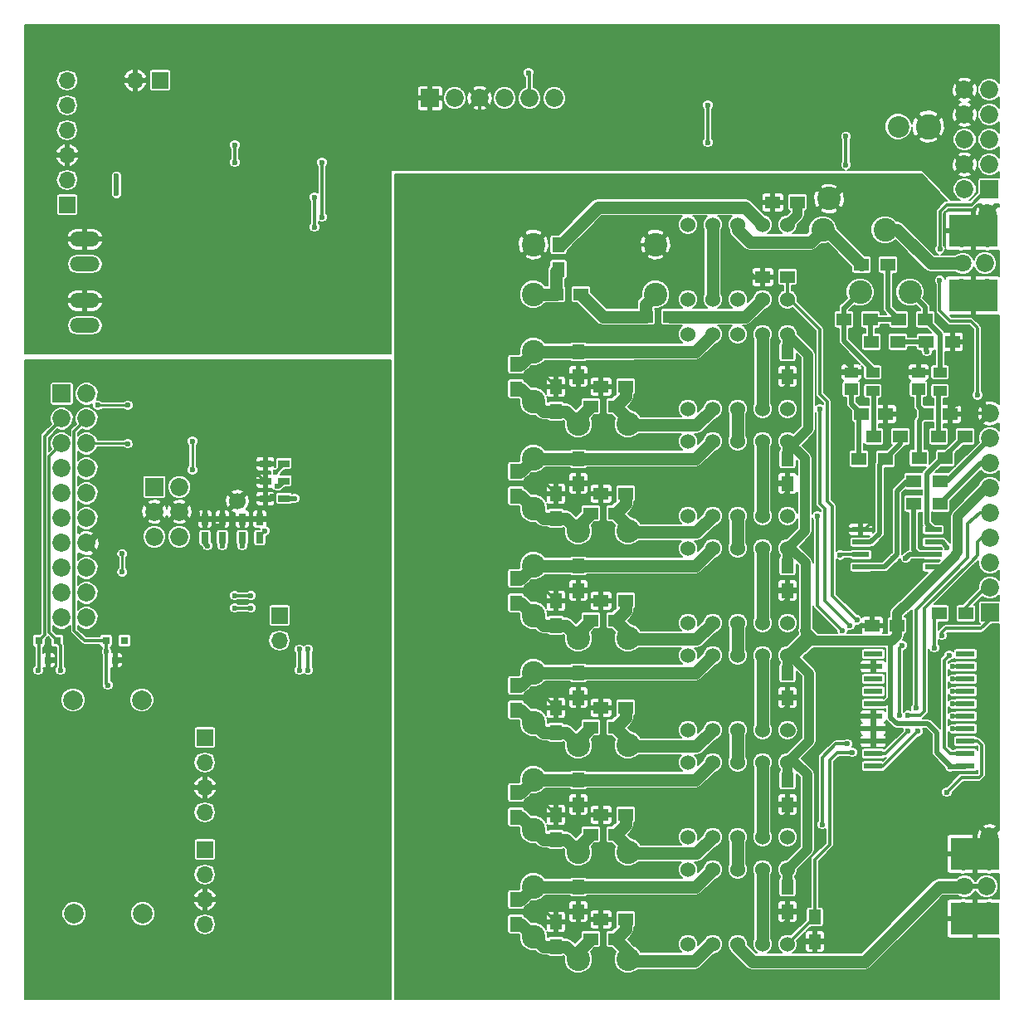
<source format=gbr>
G04 #@! TF.FileFunction,Copper,L2,Bot,Signal*
%FSLAX46Y46*%
G04 Gerber Fmt 4.6, Leading zero omitted, Abs format (unit mm)*
G04 Created by KiCad (PCBNEW 4.0.7) date 02/08/18 06:22:55*
%MOMM*%
%LPD*%
G01*
G04 APERTURE LIST*
%ADD10C,0.100000*%
%ADD11C,2.400000*%
%ADD12R,1.750000X0.550000*%
%ADD13C,1.524000*%
%ADD14C,5.300000*%
%ADD15R,5.000000X3.300000*%
%ADD16C,1.850000*%
%ADD17C,1.800000*%
%ADD18C,0.500000*%
%ADD19C,2.500000*%
%ADD20R,0.750000X1.200000*%
%ADD21R,1.200000X0.750000*%
%ADD22C,2.000000*%
%ADD23R,1.700000X1.700000*%
%ADD24O,1.700000X1.700000*%
%ADD25O,3.014980X1.506220*%
%ADD26C,1.700000*%
%ADD27R,1.850000X1.850000*%
%ADD28R,1.400000X1.200000*%
%ADD29R,1.400000X1.000000*%
%ADD30R,1.250000X1.500000*%
%ADD31R,1.500000X1.250000*%
%ADD32R,1.950000X0.600000*%
%ADD33R,1.500000X1.300000*%
%ADD34C,2.600000*%
%ADD35C,2.200000*%
%ADD36R,0.800100X0.800100*%
%ADD37C,0.600000*%
%ADD38C,1.000000*%
%ADD39C,0.500000*%
%ADD40C,0.350000*%
%ADD41C,0.200000*%
%ADD42C,0.300000*%
%ADD43C,1.250000*%
%ADD44C,0.250000*%
%ADD45C,0.152400*%
G04 APERTURE END LIST*
D10*
D11*
X56746000Y-95636000D03*
X61826000Y-95636000D03*
X56746000Y-41026000D03*
X61826000Y-41026000D03*
X56746000Y-51948000D03*
X61826000Y-51948000D03*
X56746000Y-62870000D03*
X61826000Y-62870000D03*
D12*
X85558000Y-55631000D03*
X85558000Y-54361000D03*
X85558000Y-53091000D03*
X85558000Y-51821000D03*
X92958000Y-51821000D03*
X92958000Y-53091000D03*
X92958000Y-54361000D03*
X92958000Y-55631000D03*
D13*
X78082000Y-20706000D03*
X75542000Y-20706000D03*
X73002000Y-20706000D03*
X70462000Y-20706000D03*
X67922000Y-20706000D03*
X67922000Y-28326000D03*
X70462000Y-28326000D03*
X73002000Y-28326000D03*
X75542000Y-28326000D03*
X78082000Y-28326000D03*
D14*
X20000000Y-3000000D03*
X20000000Y-97000000D03*
X97000000Y-97000000D03*
X97000000Y-3000000D03*
D15*
X97200000Y-84900000D03*
X97200000Y-91500000D03*
D16*
X98415000Y-88200000D03*
X98700000Y-85660000D03*
X98700000Y-90740000D03*
X96005000Y-90740000D03*
X96005000Y-85660000D03*
D17*
X96160000Y-88200000D03*
D16*
X98700000Y-83120000D03*
D15*
X97030000Y-21350000D03*
X97030000Y-27950000D03*
D16*
X98245000Y-24650000D03*
X98530000Y-22110000D03*
X98530000Y-27190000D03*
X95835000Y-27190000D03*
X95835000Y-22110000D03*
D17*
X95990000Y-24650000D03*
D16*
X98530000Y-19570000D03*
D18*
X26012000Y-18236000D03*
D19*
X26012000Y-21236000D03*
D18*
X26012000Y-19236000D03*
D20*
X18646000Y-52644000D03*
X18646000Y-50744000D03*
X20424000Y-52644000D03*
X20424000Y-50744000D03*
X24234000Y-52644000D03*
X24234000Y-50744000D03*
X22456000Y-52644000D03*
X22456000Y-50744000D03*
D21*
X26708000Y-46868000D03*
X24808000Y-46868000D03*
X26708000Y-45090000D03*
X24808000Y-45090000D03*
X24808000Y-48646000D03*
X26708000Y-48646000D03*
D22*
X5300000Y-91000000D03*
X12300000Y-91000000D03*
X5200000Y-69200000D03*
X12200000Y-69200000D03*
D23*
X26266000Y-60584000D03*
D24*
X26266000Y-63124000D03*
D23*
X18646000Y-84460000D03*
D24*
X18646000Y-87000000D03*
X18646000Y-89540000D03*
X18646000Y-92080000D03*
D23*
X18646000Y-73030000D03*
D24*
X18646000Y-75570000D03*
X18646000Y-78110000D03*
X18646000Y-80650000D03*
D23*
X14074000Y-5974000D03*
D24*
X11534000Y-5974000D03*
D23*
X4592180Y-18671460D03*
D24*
X4592180Y-16131460D03*
X4592180Y-13591460D03*
X4592180Y-11051460D03*
X4592180Y-8511460D03*
X4592180Y-5971460D03*
D25*
X6390000Y-24720000D03*
X6390000Y-22180000D03*
D26*
X21948000Y-48900000D03*
D27*
X4041000Y-37952600D03*
D16*
X6581000Y-37952600D03*
X4041000Y-40492600D03*
X6581000Y-40492600D03*
X4041000Y-43032600D03*
X6581000Y-43032600D03*
X4041000Y-45572600D03*
X6581000Y-45572600D03*
X4041000Y-48112600D03*
X6581000Y-48112600D03*
X4041000Y-50652600D03*
X6581000Y-50652600D03*
X4041000Y-53192600D03*
X6581000Y-53192600D03*
X4041000Y-55732600D03*
X6581000Y-55732600D03*
X4041000Y-58272600D03*
X6581000Y-58272600D03*
X4041000Y-60812600D03*
X6581000Y-60812600D03*
D27*
X41607600Y-7802800D03*
D16*
X44147600Y-7802800D03*
X46687600Y-7802800D03*
X49227600Y-7802800D03*
X51767600Y-7802800D03*
X54307600Y-7802800D03*
D27*
X13489800Y-47452200D03*
D16*
X16029800Y-47452200D03*
X13489800Y-49992200D03*
X16029800Y-49992200D03*
X13489800Y-52532200D03*
X16029800Y-52532200D03*
D13*
X78082000Y-31882000D03*
X75542000Y-31882000D03*
X73002000Y-31882000D03*
X70462000Y-31882000D03*
X67922000Y-31882000D03*
X67922000Y-39502000D03*
X70462000Y-39502000D03*
X73002000Y-39502000D03*
X75542000Y-39502000D03*
X78082000Y-39502000D03*
X78082000Y-42804000D03*
X75542000Y-42804000D03*
X73002000Y-42804000D03*
X70462000Y-42804000D03*
X67922000Y-42804000D03*
X67922000Y-50424000D03*
X70462000Y-50424000D03*
X73002000Y-50424000D03*
X75542000Y-50424000D03*
X78082000Y-50424000D03*
X78082000Y-64648000D03*
X75542000Y-64648000D03*
X73002000Y-64648000D03*
X70462000Y-64648000D03*
X67922000Y-64648000D03*
X67922000Y-72268000D03*
X70462000Y-72268000D03*
X73002000Y-72268000D03*
X75542000Y-72268000D03*
X78082000Y-72268000D03*
X78082000Y-75570000D03*
X75542000Y-75570000D03*
X73002000Y-75570000D03*
X70462000Y-75570000D03*
X67922000Y-75570000D03*
X67922000Y-83190000D03*
X70462000Y-83190000D03*
X73002000Y-83190000D03*
X75542000Y-83190000D03*
X78082000Y-83190000D03*
X78082000Y-86492000D03*
X75542000Y-86492000D03*
X73002000Y-86492000D03*
X70462000Y-86492000D03*
X67922000Y-86492000D03*
X67922000Y-94112000D03*
X70462000Y-94112000D03*
X73002000Y-94112000D03*
X75542000Y-94112000D03*
X78082000Y-94112000D03*
D11*
X64620000Y-27818000D03*
X64620000Y-22738000D03*
X56746000Y-73792000D03*
X61826000Y-73792000D03*
X56746000Y-84714000D03*
X61826000Y-84714000D03*
X52174000Y-27818000D03*
X52174000Y-22738000D03*
X52174000Y-38740000D03*
X52174000Y-33660000D03*
X52174000Y-49662000D03*
X52174000Y-44582000D03*
X52174000Y-60584000D03*
X52174000Y-55504000D03*
X52174000Y-71506000D03*
X52174000Y-66426000D03*
X52174000Y-82428000D03*
X52174000Y-77348000D03*
X52174000Y-93350000D03*
X52174000Y-88270000D03*
D16*
X98700000Y-6950000D03*
X96160000Y-6950000D03*
X96160000Y-9490000D03*
X98700000Y-9490000D03*
X98700000Y-9490000D03*
X96160000Y-9490000D03*
X96160000Y-9490000D03*
X98700000Y-9490000D03*
D27*
X98700000Y-17110000D03*
D16*
X96160000Y-17110000D03*
X98700000Y-14570000D03*
X96160000Y-14570000D03*
X98700000Y-12030000D03*
X96160000Y-12030000D03*
X98700000Y-9490000D03*
X96160000Y-9490000D03*
D28*
X91460000Y-37478000D03*
D29*
X91460000Y-35758000D03*
X93660000Y-35758000D03*
X93660000Y-37658000D03*
D28*
X84602000Y-37478000D03*
D29*
X84602000Y-35758000D03*
X86802000Y-35758000D03*
X86802000Y-37658000D03*
D30*
X80876000Y-91338000D03*
X80876000Y-93838000D03*
D31*
X78062000Y-26040000D03*
X75562000Y-26040000D03*
D30*
X78082000Y-88290000D03*
X78082000Y-90790000D03*
X78082000Y-77368000D03*
X78082000Y-79868000D03*
X78082000Y-66446000D03*
X78082000Y-68946000D03*
X78082000Y-55524000D03*
X78082000Y-58024000D03*
X78082000Y-44602000D03*
X78082000Y-47102000D03*
D31*
X59052000Y-37216000D03*
X61552000Y-37216000D03*
X59052000Y-48138000D03*
X61552000Y-48138000D03*
X59052000Y-59060000D03*
X61552000Y-59060000D03*
X59052000Y-69982000D03*
X61552000Y-69982000D03*
X59052000Y-80904000D03*
X61552000Y-80904000D03*
X59052000Y-91572000D03*
X61552000Y-91572000D03*
X63624000Y-30104000D03*
X66124000Y-30104000D03*
D30*
X78082000Y-33680000D03*
X78082000Y-36180000D03*
D31*
X79078000Y-18420000D03*
X76578000Y-18420000D03*
D30*
X54460000Y-37236000D03*
X54460000Y-39736000D03*
X54460000Y-48158000D03*
X54460000Y-50658000D03*
X54460000Y-59080000D03*
X54460000Y-61580000D03*
X54460000Y-70002000D03*
X54460000Y-72502000D03*
X54460000Y-80924000D03*
X54460000Y-83424000D03*
X54460000Y-91846000D03*
X54460000Y-94346000D03*
D31*
X54480000Y-27818000D03*
X56980000Y-27818000D03*
D30*
X56746000Y-36180000D03*
X56746000Y-33680000D03*
X56746000Y-47102000D03*
X56746000Y-44602000D03*
X56746000Y-58024000D03*
X56746000Y-55524000D03*
X56746000Y-68946000D03*
X56746000Y-66446000D03*
X56746000Y-79868000D03*
X56746000Y-77368000D03*
X56746000Y-90790000D03*
X56746000Y-88290000D03*
X54714000Y-22758000D03*
X54714000Y-25258000D03*
D31*
X89238000Y-61600000D03*
X86738000Y-61600000D03*
D32*
X86844000Y-75951000D03*
X86844000Y-74681000D03*
X86844000Y-73411000D03*
X86844000Y-72141000D03*
X86844000Y-70871000D03*
X86844000Y-69601000D03*
X86844000Y-68331000D03*
X86844000Y-67061000D03*
X86844000Y-65791000D03*
X86844000Y-64521000D03*
X96244000Y-64521000D03*
X96244000Y-65791000D03*
X96244000Y-67061000D03*
X96244000Y-68331000D03*
X96244000Y-69601000D03*
X96244000Y-70871000D03*
X96244000Y-72141000D03*
X96244000Y-73411000D03*
X96244000Y-74681000D03*
X96244000Y-75951000D03*
D31*
X92199000Y-40010000D03*
X94699000Y-40010000D03*
X85595000Y-40010000D03*
X88095000Y-40010000D03*
D33*
X93656000Y-46868000D03*
X90956000Y-46868000D03*
X93656000Y-49154000D03*
X90956000Y-49154000D03*
X89432000Y-30358000D03*
X92132000Y-30358000D03*
X83844000Y-30358000D03*
X86544000Y-30358000D03*
X85622000Y-24770000D03*
X88322000Y-24770000D03*
X86638000Y-32644000D03*
X89338000Y-32644000D03*
X92226000Y-32644000D03*
X94926000Y-32644000D03*
X91510000Y-44510000D03*
X94210000Y-44510000D03*
X93496000Y-42296000D03*
X96196000Y-42296000D03*
X89592000Y-42296000D03*
X86892000Y-42296000D03*
X85368000Y-44582000D03*
X88068000Y-44582000D03*
D27*
X98740000Y-60280000D03*
D16*
X98740000Y-57740000D03*
X98740000Y-55200000D03*
X98740000Y-52660000D03*
X98740000Y-50120000D03*
X98740000Y-47580000D03*
X98740000Y-45040000D03*
X98740000Y-42500000D03*
X98740000Y-39960000D03*
D34*
X92450000Y-10700000D03*
D35*
X89400000Y-10700000D03*
D36*
X1694000Y-63139240D03*
X3594000Y-63139240D03*
X2644000Y-65138220D03*
X8552000Y-63139240D03*
X10452000Y-63139240D03*
X9502000Y-65138220D03*
D25*
X6390000Y-30993000D03*
X6390000Y-28453000D03*
D11*
X90580000Y-27580000D03*
X85500000Y-27580000D03*
X88040000Y-21230000D03*
X81690000Y-21230000D03*
X82325000Y-18055000D03*
D31*
X60536000Y-39248000D03*
X58036000Y-39248000D03*
D30*
X50396000Y-37450000D03*
X50396000Y-34950000D03*
D31*
X60536000Y-50170000D03*
X58036000Y-50170000D03*
D30*
X50396000Y-48372000D03*
X50396000Y-45872000D03*
D31*
X60536000Y-61092000D03*
X58036000Y-61092000D03*
D30*
X50396000Y-59294000D03*
X50396000Y-56794000D03*
D31*
X60536000Y-72014000D03*
X58036000Y-72014000D03*
D30*
X50396000Y-70216000D03*
X50396000Y-67716000D03*
D31*
X60536000Y-82936000D03*
X58036000Y-82936000D03*
D30*
X50396000Y-81138000D03*
X50396000Y-78638000D03*
D31*
X60536000Y-93604000D03*
X58036000Y-93604000D03*
D30*
X50396000Y-92060000D03*
X50396000Y-89560000D03*
D13*
X78082000Y-53726000D03*
X75542000Y-53726000D03*
X73002000Y-53726000D03*
X70462000Y-53726000D03*
X67922000Y-53726000D03*
X67922000Y-61346000D03*
X70462000Y-61346000D03*
X73002000Y-61346000D03*
X75542000Y-61346000D03*
X78082000Y-61346000D03*
D33*
X96280000Y-60380000D03*
X93580000Y-60380000D03*
D37*
X93550000Y-56130000D03*
X85690000Y-63250000D03*
X94680000Y-76010000D03*
X95608000Y-62616000D03*
X93322000Y-70998000D03*
X93322000Y-66172000D03*
X83924000Y-58044000D03*
X90528000Y-69474000D03*
X90528000Y-66426000D03*
X90528000Y-62870000D03*
X88810000Y-58110000D03*
X86718000Y-60584000D03*
X81638000Y-61600000D03*
X53444000Y-90810000D03*
X48364000Y-90810000D03*
X43030000Y-90810000D03*
X53444000Y-79888000D03*
X48364000Y-79888000D03*
X43030000Y-79888000D03*
X53444000Y-68966000D03*
X48364000Y-68966000D03*
X43030000Y-68966000D03*
X53444000Y-58044000D03*
X48364000Y-58044000D03*
X43030000Y-58044000D03*
X53444000Y-47122000D03*
X48364000Y-47122000D03*
X43030000Y-47122000D03*
X53444000Y-36200000D03*
X48364000Y-36200000D03*
X43030000Y-36200000D03*
X74272000Y-36962000D03*
X70462000Y-36962000D03*
X64874000Y-36962000D03*
X59032000Y-36200000D03*
X74272000Y-47884000D03*
X70462000Y-47884000D03*
X64874000Y-47884000D03*
X59032000Y-46868000D03*
X74272000Y-58806000D03*
X70462000Y-58806000D03*
X64874000Y-58806000D03*
X59032000Y-57790000D03*
X74272000Y-69728000D03*
X70208000Y-69728000D03*
X64874000Y-69728000D03*
X59032000Y-68712000D03*
X74272000Y-80650000D03*
X70462000Y-80650000D03*
X64874000Y-80650000D03*
X59032000Y-79888000D03*
X74272000Y-91318000D03*
X69954000Y-91318000D03*
X64874000Y-91318000D03*
X59032000Y-90556000D03*
X83670000Y-17150000D03*
X91290000Y-17150000D03*
X76050000Y-17150000D03*
X68430000Y-17150000D03*
X60810000Y-17150000D03*
X53190000Y-17150000D03*
X45570000Y-17150000D03*
X40490000Y-17150000D03*
X40490000Y-24770000D03*
X98148000Y-30358000D03*
X98148000Y-35184000D03*
X95862000Y-36454000D03*
X54714000Y-95890000D03*
X49126000Y-95890000D03*
X43030000Y-95890000D03*
X65890000Y-86492000D03*
X61318000Y-86492000D03*
X53190000Y-86492000D03*
X45570000Y-86492000D03*
X65890000Y-75570000D03*
X61064000Y-75570000D03*
X53190000Y-75570000D03*
X45570000Y-75570000D03*
X65890000Y-64648000D03*
X61064000Y-64648000D03*
X53190000Y-64648000D03*
X45570000Y-64648000D03*
X65890000Y-53726000D03*
X61064000Y-53726000D03*
X53190000Y-53726000D03*
X45570000Y-53726000D03*
X65890000Y-42804000D03*
X61064000Y-42804000D03*
X53190000Y-42804000D03*
X45570000Y-42804000D03*
X65890000Y-31882000D03*
X60810000Y-31882000D03*
X53190000Y-31882000D03*
X45570000Y-31882000D03*
X56746000Y-37216000D03*
X56746000Y-48138000D03*
X56746000Y-59060000D03*
X56746000Y-69982000D03*
X56746000Y-80904000D03*
X56746000Y-91826000D03*
X50015000Y-20960000D03*
X44300000Y-20960000D03*
X44300000Y-28580000D03*
X50015000Y-28580000D03*
X74272000Y-25532000D03*
X76812000Y-29850000D03*
X76812000Y-41026000D03*
X76812000Y-51948000D03*
X76812000Y-62870000D03*
X76812000Y-73792000D03*
X77574000Y-70236000D03*
X76812000Y-84714000D03*
X77574000Y-81158000D03*
X77574000Y-48392000D03*
X77574000Y-37470000D03*
X77574000Y-59314000D03*
X80368000Y-53472000D03*
X69065000Y-22230000D03*
X69065000Y-26040000D03*
X66525000Y-26040000D03*
X60810000Y-26040000D03*
X57000000Y-26040000D03*
X57000000Y-22865000D03*
X60810000Y-22865000D03*
X40490000Y-32390000D03*
X40490000Y-40010000D03*
X40490000Y-47630000D03*
X40490000Y-55250000D03*
X40490000Y-62870000D03*
X80622000Y-43312000D03*
X96370000Y-40772000D03*
X96116000Y-43820000D03*
X95608000Y-48646000D03*
X83416000Y-72014000D03*
X83924000Y-70490000D03*
X82273000Y-86619000D03*
X82150000Y-67970000D03*
X79098000Y-70236000D03*
X83924000Y-34676000D03*
X82400000Y-34422000D03*
X82908000Y-46868000D03*
X77574000Y-92080000D03*
X86591000Y-51186000D03*
X89639000Y-55885000D03*
X88369000Y-51694000D03*
X90147000Y-51694000D03*
X75034000Y-17912000D03*
X90570000Y-76900000D03*
X93000000Y-79890000D03*
X95354000Y-38994000D03*
X91290000Y-34676000D03*
X89512000Y-40010000D03*
X95100000Y-31374000D03*
X87480000Y-80650000D03*
X87480000Y-85730000D03*
X87480000Y-92080000D03*
X83670000Y-94620000D03*
X83670000Y-89540000D03*
X83670000Y-83190000D03*
X84940000Y-75570000D03*
X83670000Y-79380000D03*
X91290000Y-93350000D03*
X98910000Y-65410000D03*
X98910000Y-73030000D03*
X98910000Y-80650000D03*
X91290000Y-80650000D03*
X91290000Y-88270000D03*
X91290000Y-98430000D03*
X83670000Y-98430000D03*
X76050000Y-98430000D03*
X68430000Y-98430000D03*
X60810000Y-98430000D03*
X40490000Y-70490000D03*
X53190000Y-98430000D03*
X40490000Y-78110000D03*
X40490000Y-85730000D03*
X40490000Y-93350000D03*
X40490000Y-98430000D03*
X45570000Y-98430000D03*
X95862000Y-58298000D03*
X29822000Y-20960000D03*
X29822000Y-17912000D03*
X7724000Y-39121000D03*
X10772000Y-39121000D03*
X17376000Y-42804000D03*
X17376000Y-45725000D03*
X8740000Y-67696000D03*
X8613000Y-64267000D03*
X3914000Y-66172000D03*
X9629000Y-15753000D03*
X9629000Y-17531000D03*
X30584000Y-14356000D03*
X30584000Y-19944000D03*
X21694000Y-12578000D03*
X21694000Y-14356000D03*
X22456000Y-53472000D03*
X18900000Y-53472000D03*
X20424000Y-53472000D03*
X24742000Y-51948000D03*
X26012000Y-47376000D03*
X25885000Y-45979000D03*
X27790000Y-48646000D03*
X28298000Y-66172000D03*
X28298000Y-64013000D03*
X29187000Y-66172000D03*
X29187000Y-64013000D03*
X21694000Y-58552000D03*
X23345000Y-58552000D03*
X21694000Y-59822000D03*
X23345000Y-59822000D03*
X69954000Y-12324000D03*
X69954000Y-8514000D03*
X10200500Y-54297500D03*
X10200500Y-56139000D03*
X51666000Y-5212000D03*
X84051000Y-11689000D03*
X84051000Y-14610000D03*
X84432000Y-61600000D03*
X81384000Y-39502000D03*
X83670000Y-62108000D03*
X81130000Y-50424000D03*
X93830000Y-62616000D03*
X85160000Y-61040000D03*
X89512000Y-70744000D03*
X89766000Y-63632000D03*
X81638000Y-81920000D03*
X84178000Y-73665000D03*
X84686000Y-74554000D03*
X90401000Y-70744000D03*
X90401000Y-72395000D03*
X97487600Y-38079600D03*
X93626800Y-23195200D03*
X93620000Y-26390000D03*
X91187000Y-70032000D03*
X91417000Y-72395000D03*
X94338000Y-78618000D03*
X94973000Y-65791000D03*
X94973000Y-67061000D03*
X94973000Y-68331000D03*
X94973000Y-69601000D03*
X94973000Y-70871000D03*
X94973000Y-72141000D03*
X83460000Y-54410000D03*
X88877000Y-54742000D03*
X94370000Y-53670000D03*
X90147000Y-54742000D03*
X92306000Y-33660000D03*
X8486000Y-37216000D03*
X4168000Y-77348000D03*
X2390000Y-92334000D03*
X2390000Y-89540000D03*
X2390000Y-84460000D03*
X2390000Y-79380000D03*
X14582000Y-35438000D03*
X9756000Y-35438000D03*
X4676000Y-35438000D03*
X19916000Y-35438000D03*
X22964000Y-36708000D03*
X26520000Y-36708000D03*
X31854000Y-36708000D03*
X1120000Y-60838000D03*
X1120000Y-55758000D03*
X1120000Y-50678000D03*
X1120000Y-45598000D03*
X1120000Y-40518000D03*
X1120000Y-35438000D03*
X34140000Y-38994000D03*
X29060000Y-38994000D03*
X23980000Y-38994000D03*
X12169000Y-38994000D03*
X17249000Y-38994000D03*
X23980000Y-98430000D03*
X29060000Y-98430000D03*
X34140000Y-98430000D03*
X28298000Y-44328000D03*
X24996000Y-43947000D03*
X8740000Y-50170000D03*
X8232000Y-48138000D03*
X8994000Y-59568000D03*
X8232000Y-58044000D03*
X24234000Y-63378000D03*
X15852000Y-61346000D03*
X17884000Y-57028000D03*
X24996000Y-41534000D03*
X31092000Y-45598000D03*
X30584000Y-44328000D03*
X31346000Y-48900000D03*
X29568000Y-48392000D03*
X32362000Y-57536000D03*
X32362000Y-52456000D03*
X27536000Y-53218000D03*
X30330000Y-53218000D03*
X30330000Y-58806000D03*
X30330000Y-63886000D03*
X23726000Y-66934000D03*
X24996000Y-68712000D03*
X21694000Y-68712000D03*
X23726000Y-75316000D03*
X24742000Y-73792000D03*
X20424000Y-74300000D03*
X19154000Y-43820000D03*
X12042000Y-51694000D03*
X10772000Y-44328000D03*
X18900000Y-41534000D03*
X16106000Y-41534000D03*
X22202000Y-42042000D03*
X10772000Y-41534000D03*
X12550000Y-41534000D03*
X13058000Y-58298000D03*
X17122000Y-54488000D03*
X12296000Y-54488000D03*
X16614000Y-69982000D03*
X16106000Y-73538000D03*
X2136000Y-96652000D03*
X15852000Y-98176000D03*
X11280000Y-98176000D03*
X6200000Y-98176000D03*
X8740000Y-70744000D03*
X8740000Y-77348000D03*
X10518000Y-82682000D03*
X6962000Y-82682000D03*
X3152000Y-68204000D03*
X1628000Y-70236000D03*
X6962000Y-77348000D03*
X6962000Y-70744000D03*
X10264000Y-67696000D03*
X10518000Y-70744000D03*
X14074000Y-70236000D03*
X27282000Y-71506000D03*
X23726000Y-71506000D03*
X18900000Y-70998000D03*
X16614000Y-65918000D03*
X26266000Y-66426000D03*
X27282000Y-67950000D03*
X29060000Y-95636000D03*
X23980000Y-95636000D03*
X23980000Y-93096000D03*
X31600000Y-93096000D03*
X31600000Y-88016000D03*
X31600000Y-82682000D03*
X29060000Y-85476000D03*
X29060000Y-90556000D03*
X28298000Y-41534000D03*
X32870000Y-43312000D03*
X34140000Y-49408000D03*
X34140000Y-54996000D03*
X34140000Y-60076000D03*
X34140000Y-65156000D03*
X34140000Y-70236000D03*
X34140000Y-75316000D03*
X34140000Y-80396000D03*
X34140000Y-85476000D03*
X34140000Y-95636000D03*
X34140000Y-90556000D03*
X31600000Y-67950000D03*
X31600000Y-73030000D03*
X31600000Y-78110000D03*
X32362000Y-62616000D03*
X28806000Y-79126000D03*
X28806000Y-74808000D03*
X28044000Y-80650000D03*
X28806000Y-72776000D03*
X25504000Y-77856000D03*
X26520000Y-76332000D03*
X27028000Y-82682000D03*
X17884000Y-50233500D03*
X24107000Y-46233000D03*
X25504000Y-48392000D03*
X29568000Y-54234000D03*
X23472000Y-54234000D03*
X19916000Y-51440000D03*
X24996000Y-50678000D03*
X19662000Y-61346000D03*
X18392000Y-68458000D03*
X15344000Y-63886000D03*
X13312000Y-65156000D03*
X4168000Y-74808000D03*
X26266000Y-86492000D03*
X26266000Y-84460000D03*
X12804000Y-78364000D03*
X23980000Y-91064000D03*
X26012000Y-88016000D03*
X10264000Y-65156000D03*
X2644000Y-64140000D03*
X23726000Y-25278000D03*
X2898000Y-33025000D03*
X1120000Y-31247000D03*
X1120000Y-26167000D03*
X1120000Y-21087000D03*
X1120000Y-16007000D03*
X1120000Y-10927000D03*
X1120000Y-5847000D03*
X17249000Y-33025000D03*
X12169000Y-33025000D03*
X7089000Y-33025000D03*
X23599000Y-33025000D03*
X51920000Y-14610000D03*
X48110000Y-14610000D03*
X44300000Y-14610000D03*
X40490000Y-14610000D03*
X55730000Y-14610000D03*
X59540000Y-14610000D03*
X63350000Y-14610000D03*
X67160000Y-14610000D03*
X36045000Y-27310000D03*
X36045000Y-23500000D03*
X36045000Y-19690000D03*
X36045000Y-15880000D03*
X37315000Y-14610000D03*
X34775000Y-32390000D03*
X30965000Y-33025000D03*
X27155000Y-33025000D03*
X19916000Y-33025000D03*
X1120000Y-1656000D03*
X3025000Y-3561000D03*
X8105000Y-3561000D03*
X13185000Y-3561000D03*
X25758000Y-3561000D03*
X30838000Y-3561000D03*
X35918000Y-3561000D03*
X40998000Y-3561000D03*
X46078000Y-3561000D03*
X51158000Y-3561000D03*
X56238000Y-3561000D03*
X61318000Y-3561000D03*
X66398000Y-3561000D03*
X71478000Y-3561000D03*
X76558000Y-3561000D03*
X81638000Y-3561000D03*
X86718000Y-3561000D03*
X91798000Y-3561000D03*
X34648000Y-8895000D03*
X11788000Y-17785000D03*
X7851000Y-19944000D03*
X15725000Y-28326000D03*
X10899000Y-26802000D03*
X26901000Y-28199000D03*
X30330000Y-27945000D03*
X34140000Y-11562000D03*
X38204000Y-11054000D03*
X42268000Y-11054000D03*
X33505000Y-12959000D03*
X19662000Y-30993000D03*
X22202000Y-30485000D03*
X31346000Y-16642000D03*
X84686000Y-7244000D03*
X86464000Y-11562000D03*
X80368000Y-5720000D03*
X70208000Y-13086000D03*
X94465000Y-13975000D03*
X93195000Y-15880000D03*
X70970000Y-14610000D03*
X74780000Y-14610000D03*
X31346000Y-8768000D03*
X61318000Y-11054000D03*
X57508000Y-11054000D03*
X53698000Y-11054000D03*
X49888000Y-11054000D03*
X46078000Y-11054000D03*
X82400000Y-14610000D03*
X78590000Y-14610000D03*
X65636000Y-11816000D03*
X66144000Y-9530000D03*
X78717000Y-11943000D03*
X78844000Y-9276000D03*
X62080000Y-6990000D03*
X70970000Y-6990000D03*
X74526000Y-11308000D03*
X30330000Y-26040000D03*
X30584000Y-21722000D03*
X14582000Y-15372000D03*
X18392000Y-15372000D03*
X24742000Y-10292000D03*
X21186000Y-10038000D03*
X29060000Y-8768000D03*
X27536000Y-11562000D03*
X10264000Y-13848000D03*
X8994000Y-6990000D03*
X11280000Y-21468000D03*
X22202000Y-22484000D03*
X23726000Y-27564000D03*
X19916000Y-21722000D03*
X23726000Y-21976000D03*
X22964000Y-16896000D03*
X28806000Y-16896000D03*
X1628000Y-66172000D03*
X10772000Y-43058000D03*
X94592000Y-64648000D03*
X93068000Y-63886000D03*
D38*
X93550000Y-56130000D02*
X89990000Y-59690000D01*
X89238000Y-60352000D02*
X89238000Y-61600000D01*
X89900000Y-59690000D02*
X89238000Y-60352000D01*
X89990000Y-59690000D02*
X89900000Y-59690000D01*
X95150000Y-54530000D02*
X95150000Y-54390000D01*
X93550000Y-56130000D02*
X95150000Y-54530000D01*
X95460000Y-50470000D02*
X98350000Y-47580000D01*
X95460000Y-54080000D02*
X95460000Y-50470000D01*
X95150000Y-54390000D02*
X95460000Y-54080000D01*
X98350000Y-47580000D02*
X98740000Y-47580000D01*
D39*
X94680000Y-76010000D02*
X94680000Y-75912000D01*
X93322000Y-72522000D02*
X92433000Y-71633000D01*
X93322000Y-74554000D02*
X93322000Y-72522000D01*
X94680000Y-75912000D02*
X93322000Y-74554000D01*
D38*
X98740000Y-47580000D02*
X98452000Y-47580000D01*
D39*
X88623000Y-63886000D02*
X88623000Y-63221000D01*
X88623000Y-69093000D02*
X88623000Y-63886000D01*
X88623000Y-63221000D02*
X88720000Y-63124000D01*
D38*
X89238000Y-61600000D02*
X89238000Y-62606000D01*
X89238000Y-62606000D02*
X88720000Y-63124000D01*
D39*
X94680000Y-76010000D02*
X94651000Y-76010000D01*
X88623000Y-70998000D02*
X88623000Y-69093000D01*
X92433000Y-71633000D02*
X89258000Y-71633000D01*
X89258000Y-71633000D02*
X88623000Y-70998000D01*
X86844000Y-69601000D02*
X88115000Y-69601000D01*
X88115000Y-69601000D02*
X88623000Y-69093000D01*
D40*
X85690000Y-63250000D02*
X85690000Y-63124000D01*
X85690000Y-63124000D02*
X85690000Y-63250000D01*
X85690000Y-63250000D02*
X85690000Y-63124000D01*
X86380000Y-63124000D02*
X86556000Y-63300000D01*
X87390000Y-63300000D02*
X87390000Y-63124000D01*
X86556000Y-63300000D02*
X87390000Y-63300000D01*
D38*
X80368000Y-63124000D02*
X80876000Y-63124000D01*
X79860000Y-62108000D02*
X79950000Y-62108000D01*
X80876000Y-63124000D02*
X79860000Y-62108000D01*
X80368000Y-63124000D02*
X78626000Y-64866000D01*
X78626000Y-64866000D02*
X78626000Y-64938000D01*
X78626000Y-64938000D02*
X78844000Y-65156000D01*
X78844000Y-65156000D02*
X78844000Y-65084000D01*
X88720000Y-63124000D02*
X87390000Y-63124000D01*
X87390000Y-63124000D02*
X86380000Y-63124000D01*
X86380000Y-63124000D02*
X85690000Y-63124000D01*
X85690000Y-63124000D02*
X80368000Y-63124000D01*
X80368000Y-63124000D02*
X80294000Y-63124000D01*
X80294000Y-63124000D02*
X79950000Y-62780000D01*
X80294000Y-63124000D02*
X79950000Y-62780000D01*
X78082000Y-53726000D02*
X78082000Y-55524000D01*
X78082000Y-31882000D02*
X78082000Y-33680000D01*
X78082000Y-42804000D02*
X78082000Y-44602000D01*
X78082000Y-66446000D02*
X78082000Y-64648000D01*
X78082000Y-77368000D02*
X78082000Y-75570000D01*
X78082000Y-88290000D02*
X78082000Y-86492000D01*
D39*
X92958000Y-55631000D02*
X93576000Y-55631000D01*
D38*
X79078000Y-18420000D02*
X79078000Y-19710000D01*
X79078000Y-19710000D02*
X78082000Y-20706000D01*
X78050000Y-75602000D02*
X78082000Y-75570000D01*
X78090000Y-86500000D02*
X78082000Y-86492000D01*
X78050000Y-53758000D02*
X78082000Y-53726000D01*
X78090000Y-64656000D02*
X78082000Y-64648000D01*
X78082000Y-75570000D02*
X78870000Y-75570000D01*
X80090000Y-84484000D02*
X78082000Y-86492000D01*
X80090000Y-76790000D02*
X80090000Y-84484000D01*
X78870000Y-75570000D02*
X80090000Y-76790000D01*
X78082000Y-64648000D02*
X78408000Y-64648000D01*
X78408000Y-64648000D02*
X78844000Y-65084000D01*
X78844000Y-65084000D02*
X80270000Y-66510000D01*
X80270000Y-73382000D02*
X78082000Y-75570000D01*
X80270000Y-66510000D02*
X80270000Y-73382000D01*
X78082000Y-53726000D02*
X78456000Y-53726000D01*
X78456000Y-53726000D02*
X79950000Y-55220000D01*
X79950000Y-55220000D02*
X79950000Y-62108000D01*
X79950000Y-62108000D02*
X79950000Y-62780000D01*
X79950000Y-62780000D02*
X78082000Y-64648000D01*
X78082000Y-42804000D02*
X78104000Y-42804000D01*
X78104000Y-42804000D02*
X79840000Y-44540000D01*
X79840000Y-51968000D02*
X78082000Y-53726000D01*
X79840000Y-44540000D02*
X79840000Y-51968000D01*
X78082000Y-42804000D02*
X78926000Y-42804000D01*
X80190000Y-33990000D02*
X78082000Y-31882000D01*
X80190000Y-41540000D02*
X80190000Y-33990000D01*
X78926000Y-42804000D02*
X80190000Y-41540000D01*
X78130000Y-31930000D02*
X78082000Y-31882000D01*
X78070000Y-42792000D02*
X78082000Y-42804000D01*
D39*
X96185000Y-76010000D02*
X94680000Y-76010000D01*
D41*
X96185000Y-76010000D02*
X96244000Y-75951000D01*
D40*
X95608000Y-62616000D02*
X93322000Y-64902000D01*
X93322000Y-64902000D02*
X93322000Y-66172000D01*
D42*
X83924000Y-58044000D02*
X88784000Y-58034000D01*
X90528000Y-62870000D02*
X90528000Y-66426000D01*
X88784000Y-58034000D02*
X88810000Y-58110000D01*
X86738000Y-60604000D02*
X86718000Y-60584000D01*
X86738000Y-61600000D02*
X86738000Y-60604000D01*
X54460000Y-91846000D02*
X54460000Y-91826000D01*
X54460000Y-91826000D02*
X53444000Y-90810000D01*
X48364000Y-90810000D02*
X43030000Y-90810000D01*
X54460000Y-80924000D02*
X54460000Y-80904000D01*
X54460000Y-80904000D02*
X53444000Y-79888000D01*
X48364000Y-79888000D02*
X43030000Y-79888000D01*
X54460000Y-70002000D02*
X54460000Y-69982000D01*
X54460000Y-69982000D02*
X53444000Y-68966000D01*
X48364000Y-68966000D02*
X43030000Y-68966000D01*
X54460000Y-59080000D02*
X54460000Y-59060000D01*
X54460000Y-59060000D02*
X53444000Y-58044000D01*
X48364000Y-58044000D02*
X43030000Y-58044000D01*
X54460000Y-48158000D02*
X54460000Y-48138000D01*
X54460000Y-48138000D02*
X53444000Y-47122000D01*
X48364000Y-47122000D02*
X43030000Y-47122000D01*
X54460000Y-37236000D02*
X54460000Y-37216000D01*
X54460000Y-37216000D02*
X53444000Y-36200000D01*
X48364000Y-36200000D02*
X43030000Y-36200000D01*
X59052000Y-37216000D02*
X59052000Y-36220000D01*
X64874000Y-36962000D02*
X70462000Y-36962000D01*
X59052000Y-36220000D02*
X59032000Y-36200000D01*
X59052000Y-48138000D02*
X59052000Y-46888000D01*
X64874000Y-47884000D02*
X70462000Y-47884000D01*
X59052000Y-46888000D02*
X59032000Y-46868000D01*
X59052000Y-59060000D02*
X59052000Y-57810000D01*
X64874000Y-58806000D02*
X70462000Y-58806000D01*
X59052000Y-57810000D02*
X59032000Y-57790000D01*
X59052000Y-69982000D02*
X59052000Y-68732000D01*
X64874000Y-69728000D02*
X70208000Y-69728000D01*
X59052000Y-68732000D02*
X59032000Y-68712000D01*
X59052000Y-80904000D02*
X59052000Y-79908000D01*
X64874000Y-80650000D02*
X70462000Y-80650000D01*
X59052000Y-79908000D02*
X59032000Y-79888000D01*
X59052000Y-91572000D02*
X59052000Y-90576000D01*
X64874000Y-91318000D02*
X69954000Y-91318000D01*
X59052000Y-90576000D02*
X59032000Y-90556000D01*
X82325000Y-18055000D02*
X82765000Y-18055000D01*
X82765000Y-18055000D02*
X83670000Y-17150000D01*
X91290000Y-17150000D02*
X83670000Y-17150000D01*
X76050000Y-17150000D02*
X81420000Y-17150000D01*
X76050000Y-17150000D02*
X68430000Y-17150000D01*
X60810000Y-17150000D02*
X53190000Y-17150000D01*
X45570000Y-17150000D02*
X40490000Y-17150000D01*
X40490000Y-31882000D02*
X40490000Y-24770000D01*
X81420000Y-17150000D02*
X82325000Y-18055000D01*
X98740000Y-39960000D02*
X98740000Y-39586000D01*
X98740000Y-39586000D02*
X98148000Y-38994000D01*
X98148000Y-38994000D02*
X98148000Y-35184000D01*
X43030000Y-95890000D02*
X49126000Y-95890000D01*
X40490000Y-86492000D02*
X45570000Y-86492000D01*
X53190000Y-86492000D02*
X61318000Y-86492000D01*
X40490000Y-75570000D02*
X45570000Y-75570000D01*
X53190000Y-75570000D02*
X61064000Y-75570000D01*
X61064000Y-64648000D02*
X65890000Y-64648000D01*
X45570000Y-64648000D02*
X53190000Y-64648000D01*
X61064000Y-53726000D02*
X65890000Y-53726000D01*
X45570000Y-53726000D02*
X53190000Y-53726000D01*
X40490000Y-42804000D02*
X45570000Y-42804000D01*
X53190000Y-42804000D02*
X61064000Y-42804000D01*
X40490000Y-31882000D02*
X45570000Y-31882000D01*
X53190000Y-31882000D02*
X60810000Y-31882000D01*
X56746000Y-36180000D02*
X56746000Y-37216000D01*
X56746000Y-47102000D02*
X56746000Y-48138000D01*
X56746000Y-58024000D02*
X56746000Y-59060000D01*
X56746000Y-68946000D02*
X56746000Y-69982000D01*
X56746000Y-79868000D02*
X56746000Y-80904000D01*
X56746000Y-90790000D02*
X56746000Y-91826000D01*
X50015000Y-20960000D02*
X50396000Y-20960000D01*
X44300000Y-20960000D02*
X44300000Y-28580000D01*
X50396000Y-20960000D02*
X52174000Y-22738000D01*
X74780000Y-26040000D02*
X74272000Y-25532000D01*
X75562000Y-26040000D02*
X74780000Y-26040000D01*
X78082000Y-68946000D02*
X78082000Y-69728000D01*
X78082000Y-69728000D02*
X77574000Y-70236000D01*
X78082000Y-80650000D02*
X77574000Y-81158000D01*
X78082000Y-79868000D02*
X78082000Y-80650000D01*
X78082000Y-47884000D02*
X77574000Y-48392000D01*
X78082000Y-47102000D02*
X78082000Y-47884000D01*
X78082000Y-36962000D02*
X77574000Y-37470000D01*
X78082000Y-36180000D02*
X78082000Y-36962000D01*
X78082000Y-58806000D02*
X77574000Y-59314000D01*
X78082000Y-58024000D02*
X78082000Y-58806000D01*
X64620000Y-22738000D02*
X60937000Y-22738000D01*
X69065000Y-26040000D02*
X69065000Y-22230000D01*
X60810000Y-26040000D02*
X66525000Y-26040000D01*
X57000000Y-22865000D02*
X57000000Y-26040000D01*
X60937000Y-22738000D02*
X60810000Y-22865000D01*
X40490000Y-31882000D02*
X40490000Y-32390000D01*
X40490000Y-40010000D02*
X40490000Y-42804000D01*
X40490000Y-42804000D02*
X40490000Y-44455000D01*
X40490000Y-44455000D02*
X40490000Y-47630000D01*
X40490000Y-55250000D02*
X40490000Y-62870000D01*
X97182000Y-39960000D02*
X96370000Y-40772000D01*
X97182000Y-39960000D02*
X98740000Y-39960000D01*
X86844000Y-73411000D02*
X85321000Y-73411000D01*
X84940000Y-73030000D02*
X84940000Y-72141000D01*
X85321000Y-73411000D02*
X84940000Y-73030000D01*
X86844000Y-72141000D02*
X84940000Y-72141000D01*
X84940000Y-72141000D02*
X83543000Y-72141000D01*
X83543000Y-72141000D02*
X83416000Y-72014000D01*
X86844000Y-70871000D02*
X84305000Y-70871000D01*
X84305000Y-70871000D02*
X83924000Y-70490000D01*
X84602000Y-35758000D02*
X84602000Y-35354000D01*
X84602000Y-35354000D02*
X83924000Y-34676000D01*
X78082000Y-90790000D02*
X78082000Y-91572000D01*
X78082000Y-91572000D02*
X77574000Y-92080000D01*
X85558000Y-51821000D02*
X85956000Y-51821000D01*
X85956000Y-51821000D02*
X86591000Y-51186000D01*
X76578000Y-18420000D02*
X75542000Y-18420000D01*
X75542000Y-18420000D02*
X75034000Y-17912000D01*
X94699000Y-40010000D02*
X94699000Y-39649000D01*
X94699000Y-39649000D02*
X95354000Y-38994000D01*
X91460000Y-35758000D02*
X91460000Y-34846000D01*
X91460000Y-34846000D02*
X91290000Y-34676000D01*
X88095000Y-40010000D02*
X89512000Y-40010000D01*
D39*
X94926000Y-32644000D02*
X94926000Y-31548000D01*
X94926000Y-31548000D02*
X95100000Y-31374000D01*
D42*
X83670000Y-79380000D02*
X83670000Y-83190000D01*
X87480000Y-92080000D02*
X87480000Y-85730000D01*
X83670000Y-89540000D02*
X83670000Y-94620000D01*
X91290000Y-80650000D02*
X90020000Y-79380000D01*
X90020000Y-79380000D02*
X83670000Y-79380000D01*
X98910000Y-80650000D02*
X98910000Y-73030000D01*
X91290000Y-88270000D02*
X91290000Y-80650000D01*
X83670000Y-98430000D02*
X91290000Y-98430000D01*
X68430000Y-98430000D02*
X76050000Y-98430000D01*
X40490000Y-70490000D02*
X40490000Y-75570000D01*
X40490000Y-75570000D02*
X40490000Y-76840000D01*
X53190000Y-98430000D02*
X60810000Y-98430000D01*
X40490000Y-76840000D02*
X40490000Y-78110000D01*
X40490000Y-85730000D02*
X40490000Y-86492000D01*
X40490000Y-86492000D02*
X40490000Y-87635000D01*
X40490000Y-87635000D02*
X40490000Y-93350000D01*
X40490000Y-98430000D02*
X45570000Y-98430000D01*
D43*
X92694000Y-24650000D02*
X89258000Y-21214000D01*
X95990000Y-24650000D02*
X92694000Y-24650000D01*
X89258000Y-21214000D02*
X88056000Y-21214000D01*
X88056000Y-21214000D02*
X88040000Y-21230000D01*
D40*
X29822000Y-20960000D02*
X29822000Y-17912000D01*
D44*
X7724000Y-39121000D02*
X10772000Y-39121000D01*
X17376000Y-42804000D02*
X17376000Y-45725000D01*
D40*
X8613000Y-67569000D02*
X8740000Y-67696000D01*
X8613000Y-64267000D02*
X8613000Y-67569000D01*
D42*
X8552000Y-63139240D02*
X8552000Y-64206000D01*
X8552000Y-64206000D02*
X8613000Y-64267000D01*
X5311000Y-43693000D02*
X5311000Y-62108000D01*
X5311000Y-41788000D02*
X5311000Y-43693000D01*
X6581000Y-40518000D02*
X5311000Y-41788000D01*
X6342240Y-63139240D02*
X8552000Y-63139240D01*
X5311000Y-62108000D02*
X6342240Y-63139240D01*
X6581000Y-40492600D02*
X6581000Y-40518000D01*
D41*
X6581000Y-40492600D02*
X6581000Y-40569000D01*
D42*
X3914000Y-66172000D02*
X3914000Y-63632000D01*
X3914000Y-63632000D02*
X3594000Y-63312000D01*
X3594000Y-63312000D02*
X3594000Y-63139240D01*
X3914000Y-66172000D02*
X3914000Y-66045000D01*
X4041000Y-43032600D02*
X4041000Y-43058000D01*
X4041000Y-43058000D02*
X2771000Y-44328000D01*
X2771000Y-44328000D02*
X2771000Y-62316240D01*
X2771000Y-62316240D02*
X3594000Y-63139240D01*
D39*
X9629000Y-15753000D02*
X9629000Y-17531000D01*
D40*
X30584000Y-19944000D02*
X30584000Y-14356000D01*
X21694000Y-14356000D02*
X21694000Y-12578000D01*
D39*
X22456000Y-53472000D02*
X22456000Y-52644000D01*
X18900000Y-53472000D02*
X18646000Y-53218000D01*
X18646000Y-53218000D02*
X18646000Y-52644000D01*
D40*
X18646000Y-52964000D02*
X18646000Y-52644000D01*
D39*
X20424000Y-53472000D02*
X20424000Y-52644000D01*
D40*
X24742000Y-51948000D02*
X24234000Y-52456000D01*
X24234000Y-52456000D02*
X24234000Y-52644000D01*
D41*
X24234000Y-52456000D02*
X24234000Y-52644000D01*
D39*
X26012000Y-47376000D02*
X26200000Y-47376000D01*
X26200000Y-47376000D02*
X26708000Y-46868000D01*
D40*
X25885000Y-45979000D02*
X26708000Y-45156000D01*
X26708000Y-45090000D02*
X26708000Y-45156000D01*
D39*
X27790000Y-48646000D02*
X26708000Y-48646000D01*
D40*
X28298000Y-64013000D02*
X28298000Y-66172000D01*
X29187000Y-64013000D02*
X29187000Y-66172000D01*
X21694000Y-58552000D02*
X23345000Y-58552000D01*
X21694000Y-59822000D02*
X23345000Y-59822000D01*
D41*
X4041000Y-50652600D02*
X4041000Y-50609000D01*
D40*
X69954000Y-8514000D02*
X69954000Y-12324000D01*
D44*
X10200500Y-54297500D02*
X10200500Y-56139000D01*
D43*
X75542000Y-39502000D02*
X75542000Y-31882000D01*
X73002000Y-39502000D02*
X73002000Y-42804000D01*
X75542000Y-42804000D02*
X75542000Y-50424000D01*
X75542000Y-64648000D02*
X75542000Y-72268000D01*
X75542000Y-75570000D02*
X75542000Y-83190000D01*
X75542000Y-86492000D02*
X75542000Y-94112000D01*
D40*
X51767600Y-5313600D02*
X51666000Y-5212000D01*
X51767600Y-5313600D02*
X51767600Y-7802800D01*
D41*
X98700000Y-9490000D02*
X98700000Y-9580000D01*
D40*
X84051000Y-14610000D02*
X84051000Y-11689000D01*
X96160000Y-17110000D02*
X95441000Y-17110000D01*
D44*
X98700000Y-14570000D02*
X98632500Y-14570000D01*
D43*
X61826000Y-41026000D02*
X61826000Y-40538000D01*
X61826000Y-40538000D02*
X60536000Y-39248000D01*
X61552000Y-37216000D02*
X61552000Y-38232000D01*
X61552000Y-38232000D02*
X60536000Y-39248000D01*
X61806000Y-41006000D02*
X61826000Y-41026000D01*
X61806000Y-41006000D02*
X61826000Y-41026000D01*
X70462000Y-39502000D02*
X68811000Y-41153000D01*
X68811000Y-41153000D02*
X61953000Y-41153000D01*
X61953000Y-41153000D02*
X61826000Y-41026000D01*
X50396000Y-34950000D02*
X50884000Y-34950000D01*
X50884000Y-34950000D02*
X52174000Y-33660000D01*
X56746000Y-33680000D02*
X52194000Y-33680000D01*
X52194000Y-33680000D02*
X52174000Y-33660000D01*
X56746000Y-33680000D02*
X62314000Y-33680000D01*
X68684000Y-33660000D02*
X62334000Y-33660000D01*
X68684000Y-33660000D02*
X70462000Y-31882000D01*
X62314000Y-33680000D02*
X62334000Y-33660000D01*
D42*
X81892000Y-49662000D02*
X81892000Y-59060000D01*
X81892000Y-59060000D02*
X84432000Y-61600000D01*
X81384000Y-39502000D02*
X81384000Y-49154000D01*
X81384000Y-49154000D02*
X81892000Y-49662000D01*
D43*
X61826000Y-51948000D02*
X61826000Y-51460000D01*
X61826000Y-51460000D02*
X60536000Y-50170000D01*
X61552000Y-48138000D02*
X61552000Y-49154000D01*
X61552000Y-49154000D02*
X60536000Y-50170000D01*
X61806000Y-51928000D02*
X61826000Y-51948000D01*
X61806000Y-51928000D02*
X61826000Y-51948000D01*
X61953000Y-52075000D02*
X64239000Y-52075000D01*
X68811000Y-52075000D02*
X64239000Y-52075000D01*
X68811000Y-52075000D02*
X70462000Y-50424000D01*
X61953000Y-52075000D02*
X61826000Y-51948000D01*
X50396000Y-45872000D02*
X50884000Y-45872000D01*
X50884000Y-45872000D02*
X52174000Y-44582000D01*
X70462000Y-42804000D02*
X68684000Y-44582000D01*
X68684000Y-44582000D02*
X56766000Y-44582000D01*
X56766000Y-44582000D02*
X52174000Y-44582000D01*
D42*
X81130000Y-50424000D02*
X81130000Y-59568000D01*
X81130000Y-59568000D02*
X83670000Y-62108000D01*
D43*
X66124000Y-30104000D02*
X73764000Y-30104000D01*
X73764000Y-30104000D02*
X75542000Y-28326000D01*
X81690000Y-21230000D02*
X82082000Y-21230000D01*
X82082000Y-21230000D02*
X85622000Y-24770000D01*
X80368000Y-22484000D02*
X80436000Y-22484000D01*
X80436000Y-22484000D02*
X81690000Y-21230000D01*
X74272000Y-22484000D02*
X80368000Y-22484000D01*
X81638000Y-21214000D02*
X81640000Y-21214000D01*
D39*
X81640000Y-21214000D02*
X82066000Y-21214000D01*
D43*
X73002000Y-20706000D02*
X73002000Y-21214000D01*
X73002000Y-21214000D02*
X74272000Y-22484000D01*
X58778000Y-18928000D02*
X54948000Y-22758000D01*
X59032000Y-18928000D02*
X58778000Y-18928000D01*
X54948000Y-22758000D02*
X54714000Y-22758000D01*
X75542000Y-20706000D02*
X73764000Y-18928000D01*
X73764000Y-18928000D02*
X59032000Y-18928000D01*
D40*
X93830000Y-62616000D02*
X93830000Y-62320000D01*
X97850000Y-61910000D02*
X98740000Y-61020000D01*
X94240000Y-61910000D02*
X97850000Y-61910000D01*
X93830000Y-62320000D02*
X94240000Y-61910000D01*
X98740000Y-61020000D02*
X98740000Y-60280000D01*
X89512000Y-70744000D02*
X89512000Y-63886000D01*
X89512000Y-63886000D02*
X89766000Y-63632000D01*
D42*
X78062000Y-26040000D02*
X78062000Y-28306000D01*
X82654000Y-58552000D02*
X85194000Y-61092000D01*
X85194000Y-61092000D02*
X85160000Y-61040000D01*
X78336000Y-28326000D02*
X81384000Y-31374000D01*
X82654000Y-49408000D02*
X82654000Y-58552000D01*
X82146000Y-48900000D02*
X82654000Y-49408000D01*
X82146000Y-38740000D02*
X82146000Y-48900000D01*
X81384000Y-37978000D02*
X82146000Y-38740000D01*
X81384000Y-31374000D02*
X81384000Y-37978000D01*
X78082000Y-28326000D02*
X78336000Y-28326000D01*
X78062000Y-28306000D02*
X78082000Y-28326000D01*
D43*
X61826000Y-62870000D02*
X61826000Y-62382000D01*
X61826000Y-62382000D02*
X60536000Y-61092000D01*
X61552000Y-59060000D02*
X61552000Y-60076000D01*
X61552000Y-60076000D02*
X60536000Y-61092000D01*
X61806000Y-62850000D02*
X61826000Y-62870000D01*
X61806000Y-62850000D02*
X61826000Y-62870000D01*
X68811000Y-62997000D02*
X61953000Y-62997000D01*
X61953000Y-62997000D02*
X61826000Y-62870000D01*
X70462000Y-61346000D02*
X68811000Y-62997000D01*
X50396000Y-56794000D02*
X50884000Y-56794000D01*
X50884000Y-56794000D02*
X52174000Y-55504000D01*
X56746000Y-55524000D02*
X52194000Y-55524000D01*
X52194000Y-55524000D02*
X52174000Y-55504000D01*
X68684000Y-55504000D02*
X56766000Y-55504000D01*
X56766000Y-55504000D02*
X56746000Y-55524000D01*
X70462000Y-53726000D02*
X68684000Y-55504000D01*
X61826000Y-73792000D02*
X61826000Y-73304000D01*
X61826000Y-73304000D02*
X60536000Y-72014000D01*
X61552000Y-69982000D02*
X61552000Y-70998000D01*
X61552000Y-70998000D02*
X60536000Y-72014000D01*
X61806000Y-73772000D02*
X61826000Y-73792000D01*
X61953000Y-73919000D02*
X64302500Y-73919000D01*
X68811000Y-73919000D02*
X64302500Y-73919000D01*
X61953000Y-73919000D02*
X61826000Y-73792000D01*
X68811000Y-73919000D02*
X70462000Y-72268000D01*
X50396000Y-67716000D02*
X50884000Y-67716000D01*
X50884000Y-67716000D02*
X52174000Y-66426000D01*
X68684000Y-66426000D02*
X56766000Y-66426000D01*
X56766000Y-66426000D02*
X52174000Y-66426000D01*
X70462000Y-64648000D02*
X68684000Y-66426000D01*
X78256000Y-72268000D02*
X78082000Y-72268000D01*
X61826000Y-84714000D02*
X61826000Y-84226000D01*
X61826000Y-84226000D02*
X60536000Y-82936000D01*
X61552000Y-80904000D02*
X61552000Y-81920000D01*
X61552000Y-81920000D02*
X60536000Y-82936000D01*
X61806000Y-84694000D02*
X61826000Y-84714000D01*
X61953000Y-84841000D02*
X63921500Y-84841000D01*
X68811000Y-84841000D02*
X63921500Y-84841000D01*
X61953000Y-84841000D02*
X61826000Y-84714000D01*
X68811000Y-84841000D02*
X70462000Y-83190000D01*
X50396000Y-78638000D02*
X50884000Y-78638000D01*
X50884000Y-78638000D02*
X52174000Y-77348000D01*
X68684000Y-77348000D02*
X56766000Y-77348000D01*
X56766000Y-77348000D02*
X52174000Y-77348000D01*
X70462000Y-75570000D02*
X68684000Y-77348000D01*
D42*
X81638000Y-75316000D02*
X81638000Y-75062000D01*
X81638000Y-75062000D02*
X83035000Y-73665000D01*
X83035000Y-73665000D02*
X84178000Y-73665000D01*
X81638000Y-81920000D02*
X81638000Y-75316000D01*
D43*
X61826000Y-95636000D02*
X61826000Y-94894000D01*
X61826000Y-94894000D02*
X60536000Y-93604000D01*
X61552000Y-91572000D02*
X61552000Y-92588000D01*
X61552000Y-92588000D02*
X60536000Y-93604000D01*
X61806000Y-95616000D02*
X61826000Y-95636000D01*
X68620500Y-95826500D02*
X62016500Y-95826500D01*
X62016500Y-95826500D02*
X61826000Y-95636000D01*
X70462000Y-94112000D02*
X70335000Y-94112000D01*
X70335000Y-94112000D02*
X68620500Y-95826500D01*
X50396000Y-89560000D02*
X50884000Y-89560000D01*
X50884000Y-89560000D02*
X52174000Y-88270000D01*
X68684000Y-88270000D02*
X56766000Y-88270000D01*
X56766000Y-88270000D02*
X52174000Y-88270000D01*
X70462000Y-86492000D02*
X68684000Y-88270000D01*
D42*
X78082000Y-94112000D02*
X78102000Y-94112000D01*
X78102000Y-94112000D02*
X80876000Y-91338000D01*
X83162000Y-74554000D02*
X82400000Y-75316000D01*
X83162000Y-74554000D02*
X84686000Y-74554000D01*
X80876000Y-85476000D02*
X82400000Y-83952000D01*
X82400000Y-83952000D02*
X82400000Y-75316000D01*
X80876000Y-85476000D02*
X80876000Y-91338000D01*
D43*
X63624000Y-30104000D02*
X59266000Y-30104000D01*
X59266000Y-30104000D02*
X56980000Y-27818000D01*
X63624000Y-30104000D02*
X63624000Y-28814000D01*
X63624000Y-28814000D02*
X64620000Y-27818000D01*
X56746000Y-41026000D02*
X56746000Y-40538000D01*
X56746000Y-40538000D02*
X58036000Y-39248000D01*
X50396000Y-37450000D02*
X50884000Y-37450000D01*
X50884000Y-37450000D02*
X52174000Y-38740000D01*
X54460000Y-39736000D02*
X53170000Y-39736000D01*
X53170000Y-39736000D02*
X52174000Y-38740000D01*
X54460000Y-39736000D02*
X55456000Y-39736000D01*
X55456000Y-39736000D02*
X56746000Y-41026000D01*
X56726000Y-41006000D02*
X56746000Y-41026000D01*
X56746000Y-51948000D02*
X56746000Y-51460000D01*
X56746000Y-51460000D02*
X58036000Y-50170000D01*
X50396000Y-48372000D02*
X50884000Y-48372000D01*
X50884000Y-48372000D02*
X52174000Y-49662000D01*
X54460000Y-50658000D02*
X53170000Y-50658000D01*
X53170000Y-50658000D02*
X52174000Y-49662000D01*
X54460000Y-50658000D02*
X55456000Y-50658000D01*
X55456000Y-50658000D02*
X56746000Y-51948000D01*
X56726000Y-51928000D02*
X56746000Y-51948000D01*
X56746000Y-62870000D02*
X56746000Y-62382000D01*
X56746000Y-62382000D02*
X58036000Y-61092000D01*
X50396000Y-59294000D02*
X50884000Y-59294000D01*
X50884000Y-59294000D02*
X52174000Y-60584000D01*
X54460000Y-61580000D02*
X53170000Y-61580000D01*
X53170000Y-61580000D02*
X52174000Y-60584000D01*
X54460000Y-61580000D02*
X55456000Y-61580000D01*
X55456000Y-61580000D02*
X56746000Y-62870000D01*
X56726000Y-62850000D02*
X56746000Y-62870000D01*
X56746000Y-73792000D02*
X56746000Y-73304000D01*
X56746000Y-73304000D02*
X58036000Y-72014000D01*
X50396000Y-70216000D02*
X50884000Y-70216000D01*
X50884000Y-70216000D02*
X52174000Y-71506000D01*
X54460000Y-72502000D02*
X53170000Y-72502000D01*
X53170000Y-72502000D02*
X52174000Y-71506000D01*
X54460000Y-72502000D02*
X55456000Y-72502000D01*
X55456000Y-72502000D02*
X56746000Y-73792000D01*
X56726000Y-73772000D02*
X56746000Y-73792000D01*
X56746000Y-84714000D02*
X56746000Y-84226000D01*
X56746000Y-84226000D02*
X58036000Y-82936000D01*
X50396000Y-81138000D02*
X50884000Y-81138000D01*
X50884000Y-81138000D02*
X52174000Y-82428000D01*
X54460000Y-83424000D02*
X53170000Y-83424000D01*
X53170000Y-83424000D02*
X52174000Y-82428000D01*
X54460000Y-83424000D02*
X55456000Y-83424000D01*
X55456000Y-83424000D02*
X56746000Y-84714000D01*
X56726000Y-84694000D02*
X56746000Y-84714000D01*
X54480000Y-27818000D02*
X52174000Y-27818000D01*
X54480000Y-27818000D02*
X54480000Y-25492000D01*
X56746000Y-95636000D02*
X56746000Y-94894000D01*
X56746000Y-94894000D02*
X58036000Y-93604000D01*
X50396000Y-92060000D02*
X50884000Y-92060000D01*
X50884000Y-92060000D02*
X52174000Y-93350000D01*
X54460000Y-94346000D02*
X53170000Y-94346000D01*
X53170000Y-94346000D02*
X52174000Y-93350000D01*
X54460000Y-94346000D02*
X55456000Y-94346000D01*
X55456000Y-94346000D02*
X56746000Y-95636000D01*
X56726000Y-95616000D02*
X56746000Y-95636000D01*
D39*
X92132000Y-29168000D02*
X92132000Y-29132000D01*
X92132000Y-30358000D02*
X92132000Y-29168000D01*
X92132000Y-29132000D02*
X90580000Y-27580000D01*
X93660000Y-35758000D02*
X93660000Y-31886000D01*
X93660000Y-31886000D02*
X92132000Y-30358000D01*
X93496000Y-42296000D02*
X93496000Y-37822000D01*
X93496000Y-37822000D02*
X93660000Y-37658000D01*
X83844000Y-29168000D02*
X83912000Y-29168000D01*
X83844000Y-30358000D02*
X83844000Y-29168000D01*
X83912000Y-29168000D02*
X85500000Y-27580000D01*
X86802000Y-35758000D02*
X86802000Y-35522000D01*
X86802000Y-35522000D02*
X83844000Y-32564000D01*
X83844000Y-32564000D02*
X83844000Y-30358000D01*
X86892000Y-42296000D02*
X86892000Y-37748000D01*
X86892000Y-37748000D02*
X86802000Y-37658000D01*
D42*
X97510000Y-53390000D02*
X97510000Y-53090000D01*
X96866495Y-55073505D02*
X97510000Y-54430000D01*
X97510000Y-54430000D02*
X97510000Y-53390000D01*
X91671000Y-70744000D02*
X91839000Y-70586000D01*
X86844000Y-74681000D02*
X88115000Y-74681000D01*
X88115000Y-74681000D02*
X90401000Y-72395000D01*
X90401000Y-70744000D02*
X91671000Y-70744000D01*
X92090000Y-70335000D02*
X91839000Y-70586000D01*
X92090000Y-62450000D02*
X92090000Y-70335000D01*
X92090002Y-61060002D02*
X92090000Y-62450000D01*
X92090002Y-59849998D02*
X92090002Y-61060002D01*
X96856495Y-55073505D02*
X92090002Y-59849998D01*
X96856495Y-55073505D02*
X96866495Y-55073505D01*
X97510000Y-53090000D02*
X97940000Y-52660000D01*
X97940000Y-52660000D02*
X98740000Y-52660000D01*
D41*
X87115000Y-74680000D02*
X86844000Y-74681000D01*
X87035000Y-74760000D02*
X86844000Y-74681000D01*
D42*
X97480000Y-31360000D02*
X97480000Y-38072000D01*
X97480000Y-38072000D02*
X97487600Y-38079600D01*
X97410000Y-31170000D02*
X97504000Y-31336000D01*
X97504000Y-31336000D02*
X97480000Y-31360000D01*
X97410000Y-31170000D02*
X96800000Y-30560000D01*
X96800000Y-30560000D02*
X94710000Y-30560000D01*
X94710000Y-30560000D02*
X93620000Y-29470000D01*
X93620000Y-29470000D02*
X93620000Y-26390000D01*
X93626800Y-19385200D02*
X93626800Y-23195200D01*
X94338000Y-18674000D02*
X93626800Y-19385200D01*
X96878000Y-18674000D02*
X94338000Y-18674000D01*
X98442000Y-17110000D02*
X96878000Y-18674000D01*
X98700000Y-17110000D02*
X98442000Y-17110000D01*
X91170000Y-61680000D02*
X91170000Y-62020000D01*
X96472498Y-54677502D02*
X91170000Y-59990000D01*
X91170000Y-59990000D02*
X91170000Y-61680000D01*
X91187000Y-62037000D02*
X91187000Y-70032000D01*
X86844000Y-75951000D02*
X87861000Y-75951000D01*
X87861000Y-75951000D02*
X91417000Y-72395000D01*
X97690000Y-50120000D02*
X98740000Y-50120000D01*
X96463721Y-51176027D02*
X97690000Y-50120000D01*
X96472498Y-54440047D02*
X96463721Y-51176027D01*
X96472498Y-54440047D02*
X96472498Y-54677502D01*
X91170000Y-62020000D02*
X91187000Y-62037000D01*
D39*
X93656000Y-49154000D02*
X93703000Y-49154000D01*
X93703000Y-49154000D02*
X97817000Y-45040000D01*
X97817000Y-45040000D02*
X98740000Y-45040000D01*
X93656000Y-49154000D02*
X93656000Y-49074000D01*
X93656000Y-49154000D02*
X93830000Y-49154000D01*
X93656000Y-46868000D02*
X94372000Y-46868000D01*
X94372000Y-46868000D02*
X98740000Y-42500000D01*
D42*
X97513000Y-73411000D02*
X96244000Y-73411000D01*
X97894000Y-73792000D02*
X97513000Y-73411000D01*
X97894000Y-76840000D02*
X97894000Y-73792000D01*
X97640000Y-77094000D02*
X97894000Y-76840000D01*
X95862000Y-77094000D02*
X97640000Y-77094000D01*
X94338000Y-78618000D02*
X95862000Y-77094000D01*
D41*
X96303000Y-73470000D02*
X96244000Y-73411000D01*
D42*
X96244000Y-65791000D02*
X94973000Y-65791000D01*
X94973000Y-67061000D02*
X96244000Y-67061000D01*
D40*
X96225000Y-67080000D02*
X96244000Y-67061000D01*
D42*
X96244000Y-68331000D02*
X94973000Y-68331000D01*
X96244000Y-69601000D02*
X94973000Y-69601000D01*
X96244000Y-70871000D02*
X94973000Y-70871000D01*
X96244000Y-72141000D02*
X94973000Y-72141000D01*
D39*
X91510000Y-44510000D02*
X91510000Y-40699000D01*
X91510000Y-40699000D02*
X92199000Y-40010000D01*
X92226000Y-40037000D02*
X92199000Y-40010000D01*
X91460000Y-37478000D02*
X91460000Y-39271000D01*
X91460000Y-39271000D02*
X92199000Y-40010000D01*
X85368000Y-44582000D02*
X85368000Y-40237000D01*
X85368000Y-40237000D02*
X85595000Y-40010000D01*
X84602000Y-37478000D02*
X84602000Y-39017000D01*
X84602000Y-39017000D02*
X85595000Y-40010000D01*
D42*
X83509000Y-54361000D02*
X85558000Y-54361000D01*
X83460000Y-54410000D02*
X83509000Y-54361000D01*
D39*
X88877000Y-54742000D02*
X89258000Y-54361000D01*
X89258000Y-47884000D02*
X90274000Y-46868000D01*
X89258000Y-54361000D02*
X89258000Y-47884000D01*
X90274000Y-46868000D02*
X90956000Y-46868000D01*
X85558000Y-55631000D02*
X87988000Y-55631000D01*
X87988000Y-55631000D02*
X88877000Y-54742000D01*
X92958000Y-53091000D02*
X93957000Y-53091000D01*
X93957000Y-53091000D02*
X94370000Y-53670000D01*
X92958000Y-54361000D02*
X90528000Y-54361000D01*
X90528000Y-54361000D02*
X90147000Y-54742000D01*
X92958000Y-54361000D02*
X91417000Y-54361000D01*
X90956000Y-53900000D02*
X90956000Y-49154000D01*
X91417000Y-54361000D02*
X90956000Y-53900000D01*
X86544000Y-30358000D02*
X86544000Y-32550000D01*
X86544000Y-32550000D02*
X86638000Y-32644000D01*
X89432000Y-30358000D02*
X86544000Y-30358000D01*
X88322000Y-24770000D02*
X88322000Y-29248000D01*
X88322000Y-29248000D02*
X89432000Y-30358000D01*
X92306000Y-33660000D02*
X92226000Y-33580000D01*
X92226000Y-33580000D02*
X92226000Y-32644000D01*
X89338000Y-32644000D02*
X92226000Y-32644000D01*
X94210000Y-44510000D02*
X93902000Y-44510000D01*
X93902000Y-44510000D02*
X92306000Y-46106000D01*
X92306000Y-51169000D02*
X92958000Y-51821000D01*
X92306000Y-46106000D02*
X92306000Y-51169000D01*
X94210000Y-44510000D02*
X94210000Y-44282000D01*
X94210000Y-44282000D02*
X96196000Y-42296000D01*
X85558000Y-53091000D02*
X86591000Y-53091000D01*
X87480000Y-52202000D02*
X87480000Y-45170000D01*
X86591000Y-53091000D02*
X87480000Y-52202000D01*
X87480000Y-45170000D02*
X88068000Y-44582000D01*
X89592000Y-42296000D02*
X89592000Y-43058000D01*
X89592000Y-43058000D02*
X88068000Y-44582000D01*
D43*
X73002000Y-50424000D02*
X73002000Y-53726000D01*
X73002000Y-72268000D02*
X73002000Y-75570000D01*
X73002000Y-86492000D02*
X73002000Y-83190000D01*
X73002000Y-94366000D02*
X74526000Y-95890000D01*
X74526000Y-95890000D02*
X85956000Y-95890000D01*
X73002000Y-94112000D02*
X73002000Y-94366000D01*
X85956000Y-95890000D02*
X93576000Y-88270000D01*
X93576000Y-88270000D02*
X96090000Y-88270000D01*
X96090000Y-88270000D02*
X96160000Y-88200000D01*
D39*
X96160000Y-88200000D02*
X98415000Y-88200000D01*
D42*
X9756000Y-35438000D02*
X9756000Y-35946000D01*
X9756000Y-35946000D02*
X8486000Y-37216000D01*
X4168000Y-77348000D02*
X4168000Y-77602000D01*
X6962000Y-77348000D02*
X4168000Y-77348000D01*
X2390000Y-84460000D02*
X2390000Y-89540000D01*
X4168000Y-77602000D02*
X2390000Y-79380000D01*
X4676000Y-35438000D02*
X1120000Y-35438000D01*
X9756000Y-35438000D02*
X4676000Y-35438000D01*
X21694000Y-35438000D02*
X19916000Y-35438000D01*
X22964000Y-36708000D02*
X21694000Y-35438000D01*
X31854000Y-36708000D02*
X26520000Y-36708000D01*
X19916000Y-35438000D02*
X14582000Y-35438000D01*
X1120000Y-50678000D02*
X1120000Y-55758000D01*
X1120000Y-40518000D02*
X1120000Y-45598000D01*
X34140000Y-44582000D02*
X34140000Y-38994000D01*
X29060000Y-38994000D02*
X23980000Y-38994000D01*
X17249000Y-38994000D02*
X12169000Y-38994000D01*
X34140000Y-98430000D02*
X29060000Y-98430000D01*
X24996000Y-43947000D02*
X27917000Y-43947000D01*
X28298000Y-44328000D02*
X28298000Y-41534000D01*
X27917000Y-43947000D02*
X28298000Y-44328000D01*
X24996000Y-43947000D02*
X24808000Y-44135000D01*
X24808000Y-44135000D02*
X24808000Y-45090000D01*
X8740000Y-50170000D02*
X8740000Y-48646000D01*
X8740000Y-51440000D02*
X8740000Y-50170000D01*
X6987400Y-53192600D02*
X8740000Y-51440000D01*
X8740000Y-48646000D02*
X8232000Y-48138000D01*
X8994000Y-59568000D02*
X8994000Y-58806000D01*
X12296000Y-59060000D02*
X9502000Y-59060000D01*
X9502000Y-59060000D02*
X8994000Y-59568000D01*
X13058000Y-58298000D02*
X12296000Y-59060000D01*
X8994000Y-58806000D02*
X8232000Y-58044000D01*
X23726000Y-66934000D02*
X23726000Y-63886000D01*
X23726000Y-63886000D02*
X24234000Y-63378000D01*
X15852000Y-61346000D02*
X15852000Y-59060000D01*
X15852000Y-59060000D02*
X17884000Y-57028000D01*
X28298000Y-41534000D02*
X24996000Y-41534000D01*
X31346000Y-48900000D02*
X30076000Y-48900000D01*
X30076000Y-48900000D02*
X29568000Y-48392000D01*
X32362000Y-52456000D02*
X31092000Y-52456000D01*
D44*
X32362000Y-62616000D02*
X32362000Y-57536000D01*
D42*
X31092000Y-52456000D02*
X30330000Y-53218000D01*
X32362000Y-62616000D02*
X31600000Y-62616000D01*
X31600000Y-62616000D02*
X30330000Y-63886000D01*
X23726000Y-66934000D02*
X23726000Y-67442000D01*
X23726000Y-67442000D02*
X24996000Y-68712000D01*
X23726000Y-75316000D02*
X23726000Y-74808000D01*
X23726000Y-74808000D02*
X24742000Y-73792000D01*
X18900000Y-41534000D02*
X18900000Y-43566000D01*
X18900000Y-43566000D02*
X19154000Y-43820000D01*
X12550000Y-41534000D02*
X12550000Y-42804000D01*
X11026000Y-44328000D02*
X10772000Y-44328000D01*
X12550000Y-42804000D02*
X11026000Y-44328000D01*
X18900000Y-41534000D02*
X16106000Y-41534000D01*
X12550000Y-41534000D02*
X10772000Y-41534000D01*
X6581000Y-53192600D02*
X6987400Y-53192600D01*
X13058000Y-58298000D02*
X13058000Y-55250000D01*
X13058000Y-55250000D02*
X12296000Y-54488000D01*
X16614000Y-69982000D02*
X16614000Y-73030000D01*
X16614000Y-73030000D02*
X16106000Y-73538000D01*
X6200000Y-98176000D02*
X11280000Y-98176000D01*
X8740000Y-77348000D02*
X8740000Y-80904000D01*
X8740000Y-80904000D02*
X10518000Y-82682000D01*
X6962000Y-77348000D02*
X6962000Y-82682000D01*
X3152000Y-68204000D02*
X3152000Y-68712000D01*
X2644000Y-67696000D02*
X3152000Y-68204000D01*
X2644000Y-65138220D02*
X2644000Y-67696000D01*
X3152000Y-68712000D02*
X1628000Y-70236000D01*
X6962000Y-70744000D02*
X8740000Y-70744000D01*
X10518000Y-70744000D02*
X8740000Y-70744000D01*
X16614000Y-69982000D02*
X14328000Y-69982000D01*
X10264000Y-70490000D02*
X10264000Y-67696000D01*
X10518000Y-70744000D02*
X10264000Y-70490000D01*
X14328000Y-69982000D02*
X14074000Y-70236000D01*
X16614000Y-65918000D02*
X16614000Y-69982000D01*
X27282000Y-71506000D02*
X23726000Y-71506000D01*
X18900000Y-70998000D02*
X17884000Y-69982000D01*
X17884000Y-69982000D02*
X16614000Y-69982000D01*
X31600000Y-67950000D02*
X27282000Y-67950000D01*
X29060000Y-95636000D02*
X29060000Y-90556000D01*
X31600000Y-88016000D02*
X31600000Y-93096000D01*
X31600000Y-82936000D02*
X31600000Y-82682000D01*
X29060000Y-85476000D02*
X31600000Y-82936000D01*
X34140000Y-85476000D02*
X34140000Y-90556000D01*
X32870000Y-43312000D02*
X34140000Y-44582000D01*
X34140000Y-44582000D02*
X34140000Y-49408000D01*
X34140000Y-54996000D02*
X34140000Y-60076000D01*
X34140000Y-65156000D02*
X34140000Y-70236000D01*
X34140000Y-75316000D02*
X34140000Y-80396000D01*
X34140000Y-95636000D02*
X29060000Y-95636000D01*
D44*
X28806000Y-79126000D02*
X30584000Y-79126000D01*
X31600000Y-73030000D02*
X31600000Y-67950000D01*
X30584000Y-79126000D02*
X31600000Y-78110000D01*
X28806000Y-72776000D02*
X28806000Y-74808000D01*
X28044000Y-79888000D02*
X28806000Y-79126000D01*
X28044000Y-80650000D02*
X28044000Y-79888000D01*
X25504000Y-77856000D02*
X25504000Y-77348000D01*
X25504000Y-77348000D02*
X26520000Y-76332000D01*
D41*
X18646000Y-50744000D02*
X18394500Y-50744000D01*
X18394500Y-50744000D02*
X17884000Y-50233500D01*
X17884000Y-50233500D02*
X17947500Y-50233500D01*
X18646000Y-50744000D02*
X18646000Y-50551000D01*
D42*
X24808000Y-46868000D02*
X24742000Y-46868000D01*
X24742000Y-46868000D02*
X24107000Y-46233000D01*
D41*
X25504000Y-48392000D02*
X25250000Y-48646000D01*
X25250000Y-48646000D02*
X24808000Y-48646000D01*
X25250000Y-48646000D02*
X24808000Y-48646000D01*
X19916000Y-51440000D02*
X20424000Y-50932000D01*
X20424000Y-50932000D02*
X20424000Y-50744000D01*
X24930000Y-50744000D02*
X24234000Y-50744000D01*
X24996000Y-50678000D02*
X24930000Y-50744000D01*
D42*
X9502000Y-65138220D02*
X10246220Y-65138220D01*
X10246220Y-65138220D02*
X10264000Y-65156000D01*
X2644000Y-65138220D02*
X2644000Y-64140000D01*
X1120000Y-1656000D02*
X1120000Y-5847000D01*
X2898000Y-33025000D02*
X1120000Y-31247000D01*
X1120000Y-26167000D02*
X1120000Y-21087000D01*
X1120000Y-16007000D02*
X1120000Y-10927000D01*
D44*
X12169000Y-33025000D02*
X7089000Y-33025000D01*
X19916000Y-33025000D02*
X23599000Y-33025000D01*
D42*
X37315000Y-14610000D02*
X40490000Y-14610000D01*
X48110000Y-14610000D02*
X44300000Y-14610000D01*
X63350000Y-14610000D02*
X59540000Y-14610000D01*
X67160000Y-14610000D02*
X70970000Y-14610000D01*
X55730000Y-14610000D02*
X51920000Y-14610000D01*
X36045000Y-27310000D02*
X36045000Y-23500000D01*
X36045000Y-19690000D02*
X36045000Y-15880000D01*
X34140000Y-33025000D02*
X34775000Y-32390000D01*
X30965000Y-33025000D02*
X34140000Y-33025000D01*
D44*
X23599000Y-33025000D02*
X27155000Y-33025000D01*
X19916000Y-33025000D02*
X17249000Y-33025000D01*
D40*
X13185000Y-3561000D02*
X8105000Y-3561000D01*
X30838000Y-3561000D02*
X25758000Y-3561000D01*
X40998000Y-3561000D02*
X35918000Y-3561000D01*
X51158000Y-3561000D02*
X46078000Y-3561000D01*
X61318000Y-3561000D02*
X56238000Y-3561000D01*
X71478000Y-3561000D02*
X66398000Y-3561000D01*
X81638000Y-3561000D02*
X76558000Y-3561000D01*
X91798000Y-3561000D02*
X86718000Y-3561000D01*
D42*
X10010000Y-19563000D02*
X11788000Y-17785000D01*
X8232000Y-19563000D02*
X10010000Y-19563000D01*
X7851000Y-19944000D02*
X8232000Y-19563000D01*
X12423000Y-28326000D02*
X15725000Y-28326000D01*
X10899000Y-26802000D02*
X12423000Y-28326000D01*
X30330000Y-26040000D02*
X30330000Y-27945000D01*
X34648000Y-11054000D02*
X34140000Y-11562000D01*
X46078000Y-11054000D02*
X42268000Y-11054000D01*
X38204000Y-11054000D02*
X34648000Y-11054000D01*
X19662000Y-30993000D02*
X21694000Y-30993000D01*
X21694000Y-30993000D02*
X22202000Y-30485000D01*
X84686000Y-7244000D02*
X81892000Y-7244000D01*
X81892000Y-7244000D02*
X80368000Y-5720000D01*
X70970000Y-14610000D02*
X70970000Y-13848000D01*
X70970000Y-13848000D02*
X70208000Y-13086000D01*
X94465000Y-13975000D02*
X94465000Y-14610000D01*
X94465000Y-14610000D02*
X93195000Y-15880000D01*
X78590000Y-14610000D02*
X74780000Y-14610000D01*
X46687600Y-7802800D02*
X46687600Y-10444400D01*
X57508000Y-11054000D02*
X61318000Y-11054000D01*
X49888000Y-11054000D02*
X53698000Y-11054000D01*
X46687600Y-10444400D02*
X46078000Y-11054000D01*
X78717000Y-11943000D02*
X78717000Y-14483000D01*
X78717000Y-14483000D02*
X78590000Y-14610000D01*
X65636000Y-11816000D02*
X65636000Y-10038000D01*
X65636000Y-10038000D02*
X66144000Y-9530000D01*
X78717000Y-11943000D02*
X78717000Y-9403000D01*
X78717000Y-9403000D02*
X78844000Y-9276000D01*
X30330000Y-26040000D02*
X30330000Y-21976000D01*
X30330000Y-21976000D02*
X30584000Y-21722000D01*
X18392000Y-15372000D02*
X14582000Y-15372000D01*
X1694000Y-66106000D02*
X1694000Y-63139240D01*
X1628000Y-66172000D02*
X1694000Y-66106000D01*
X4041000Y-40492600D02*
X4041000Y-40518000D01*
X4041000Y-40518000D02*
X2280998Y-42278002D01*
X2280998Y-42278002D02*
X2280998Y-62552242D01*
X2280998Y-62552242D02*
X1694000Y-63139240D01*
D44*
X10746600Y-43032600D02*
X10772000Y-43058000D01*
X10746600Y-43032600D02*
X6581000Y-43032600D01*
D40*
X96280000Y-60380000D02*
X96280000Y-59730000D01*
X96280000Y-59730000D02*
X98270000Y-57740000D01*
X98270000Y-57740000D02*
X98740000Y-57740000D01*
X94084000Y-65156000D02*
X94592000Y-64648000D01*
X94719000Y-74681000D02*
X94084000Y-74046000D01*
X94084000Y-74046000D02*
X94084000Y-65156000D01*
X96244000Y-74681000D02*
X94719000Y-74681000D01*
X93068000Y-62060000D02*
X93068000Y-60892000D01*
D42*
X93068000Y-60892000D02*
X93580000Y-60380000D01*
D40*
X93068000Y-63886000D02*
X93068000Y-62060000D01*
X93068000Y-62060000D02*
X93068000Y-62020000D01*
D43*
X75542000Y-53726000D02*
X75542000Y-61346000D01*
X73002000Y-61346000D02*
X73002000Y-64648000D01*
X70462000Y-20706000D02*
X70462000Y-28326000D01*
D45*
G36*
X37619800Y-99696400D02*
X303600Y-99696400D01*
X303600Y-91250758D01*
X4033581Y-91250758D01*
X4225942Y-91716307D01*
X4581819Y-92072806D01*
X5047032Y-92265979D01*
X5550758Y-92266419D01*
X6016307Y-92074058D01*
X6372806Y-91718181D01*
X6565979Y-91252968D01*
X6565980Y-91250758D01*
X11033581Y-91250758D01*
X11225942Y-91716307D01*
X11581819Y-92072806D01*
X12047032Y-92265979D01*
X12550758Y-92266419D01*
X13001926Y-92080000D01*
X17507932Y-92080000D01*
X17592898Y-92507151D01*
X17834859Y-92869273D01*
X18196981Y-93111234D01*
X18624132Y-93196200D01*
X18667868Y-93196200D01*
X19095019Y-93111234D01*
X19457141Y-92869273D01*
X19699102Y-92507151D01*
X19784068Y-92080000D01*
X19699102Y-91652849D01*
X19457141Y-91290727D01*
X19095019Y-91048766D01*
X18667868Y-90963800D01*
X18624132Y-90963800D01*
X18196981Y-91048766D01*
X17834859Y-91290727D01*
X17592898Y-91652849D01*
X17507932Y-92080000D01*
X13001926Y-92080000D01*
X13016307Y-92074058D01*
X13372806Y-91718181D01*
X13565979Y-91252968D01*
X13566419Y-90749242D01*
X13374058Y-90283693D01*
X13018181Y-89927194D01*
X12967533Y-89906163D01*
X17470719Y-89906163D01*
X17556022Y-90112143D01*
X17857941Y-90485708D01*
X18279835Y-90715297D01*
X18468200Y-90662858D01*
X18468200Y-89717800D01*
X18823800Y-89717800D01*
X18823800Y-90662858D01*
X19012165Y-90715297D01*
X19434059Y-90485708D01*
X19735978Y-90112143D01*
X19821281Y-89906163D01*
X19767747Y-89717800D01*
X18823800Y-89717800D01*
X18468200Y-89717800D01*
X17524253Y-89717800D01*
X17470719Y-89906163D01*
X12967533Y-89906163D01*
X12552968Y-89734021D01*
X12049242Y-89733581D01*
X11583693Y-89925942D01*
X11227194Y-90281819D01*
X11034021Y-90747032D01*
X11033581Y-91250758D01*
X6565980Y-91250758D01*
X6566419Y-90749242D01*
X6374058Y-90283693D01*
X6018181Y-89927194D01*
X5552968Y-89734021D01*
X5049242Y-89733581D01*
X4583693Y-89925942D01*
X4227194Y-90281819D01*
X4034021Y-90747032D01*
X4033581Y-91250758D01*
X303600Y-91250758D01*
X303600Y-89173837D01*
X17470719Y-89173837D01*
X17524253Y-89362200D01*
X18468200Y-89362200D01*
X18468200Y-88417142D01*
X18823800Y-88417142D01*
X18823800Y-89362200D01*
X19767747Y-89362200D01*
X19821281Y-89173837D01*
X19735978Y-88967857D01*
X19434059Y-88594292D01*
X19012165Y-88364703D01*
X18823800Y-88417142D01*
X18468200Y-88417142D01*
X18279835Y-88364703D01*
X17857941Y-88594292D01*
X17556022Y-88967857D01*
X17470719Y-89173837D01*
X303600Y-89173837D01*
X303600Y-87000000D01*
X17507932Y-87000000D01*
X17592898Y-87427151D01*
X17834859Y-87789273D01*
X18196981Y-88031234D01*
X18624132Y-88116200D01*
X18667868Y-88116200D01*
X19095019Y-88031234D01*
X19457141Y-87789273D01*
X19699102Y-87427151D01*
X19784068Y-87000000D01*
X19699102Y-86572849D01*
X19457141Y-86210727D01*
X19095019Y-85968766D01*
X18667868Y-85883800D01*
X18624132Y-85883800D01*
X18196981Y-85968766D01*
X17834859Y-86210727D01*
X17592898Y-86572849D01*
X17507932Y-87000000D01*
X303600Y-87000000D01*
X303600Y-83610000D01*
X17524585Y-83610000D01*
X17524585Y-85310000D01*
X17543147Y-85408648D01*
X17601448Y-85499250D01*
X17690404Y-85560031D01*
X17796000Y-85581415D01*
X19496000Y-85581415D01*
X19594648Y-85562853D01*
X19685250Y-85504552D01*
X19746031Y-85415596D01*
X19767415Y-85310000D01*
X19767415Y-83610000D01*
X19748853Y-83511352D01*
X19690552Y-83420750D01*
X19601596Y-83359969D01*
X19496000Y-83338585D01*
X17796000Y-83338585D01*
X17697352Y-83357147D01*
X17606750Y-83415448D01*
X17545969Y-83504404D01*
X17524585Y-83610000D01*
X303600Y-83610000D01*
X303600Y-80650000D01*
X17507932Y-80650000D01*
X17592898Y-81077151D01*
X17834859Y-81439273D01*
X18196981Y-81681234D01*
X18624132Y-81766200D01*
X18667868Y-81766200D01*
X19095019Y-81681234D01*
X19457141Y-81439273D01*
X19699102Y-81077151D01*
X19784068Y-80650000D01*
X19699102Y-80222849D01*
X19457141Y-79860727D01*
X19095019Y-79618766D01*
X18667868Y-79533800D01*
X18624132Y-79533800D01*
X18196981Y-79618766D01*
X17834859Y-79860727D01*
X17592898Y-80222849D01*
X17507932Y-80650000D01*
X303600Y-80650000D01*
X303600Y-78476163D01*
X17470719Y-78476163D01*
X17556022Y-78682143D01*
X17857941Y-79055708D01*
X18279835Y-79285297D01*
X18468200Y-79232858D01*
X18468200Y-78287800D01*
X18823800Y-78287800D01*
X18823800Y-79232858D01*
X19012165Y-79285297D01*
X19434059Y-79055708D01*
X19735978Y-78682143D01*
X19821281Y-78476163D01*
X19767747Y-78287800D01*
X18823800Y-78287800D01*
X18468200Y-78287800D01*
X17524253Y-78287800D01*
X17470719Y-78476163D01*
X303600Y-78476163D01*
X303600Y-77743837D01*
X17470719Y-77743837D01*
X17524253Y-77932200D01*
X18468200Y-77932200D01*
X18468200Y-76987142D01*
X18823800Y-76987142D01*
X18823800Y-77932200D01*
X19767747Y-77932200D01*
X19821281Y-77743837D01*
X19735978Y-77537857D01*
X19434059Y-77164292D01*
X19012165Y-76934703D01*
X18823800Y-76987142D01*
X18468200Y-76987142D01*
X18279835Y-76934703D01*
X17857941Y-77164292D01*
X17556022Y-77537857D01*
X17470719Y-77743837D01*
X303600Y-77743837D01*
X303600Y-75570000D01*
X17507932Y-75570000D01*
X17592898Y-75997151D01*
X17834859Y-76359273D01*
X18196981Y-76601234D01*
X18624132Y-76686200D01*
X18667868Y-76686200D01*
X19095019Y-76601234D01*
X19457141Y-76359273D01*
X19699102Y-75997151D01*
X19784068Y-75570000D01*
X19699102Y-75142849D01*
X19457141Y-74780727D01*
X19095019Y-74538766D01*
X18667868Y-74453800D01*
X18624132Y-74453800D01*
X18196981Y-74538766D01*
X17834859Y-74780727D01*
X17592898Y-75142849D01*
X17507932Y-75570000D01*
X303600Y-75570000D01*
X303600Y-72180000D01*
X17524585Y-72180000D01*
X17524585Y-73880000D01*
X17543147Y-73978648D01*
X17601448Y-74069250D01*
X17690404Y-74130031D01*
X17796000Y-74151415D01*
X19496000Y-74151415D01*
X19594648Y-74132853D01*
X19685250Y-74074552D01*
X19746031Y-73985596D01*
X19767415Y-73880000D01*
X19767415Y-72180000D01*
X19748853Y-72081352D01*
X19690552Y-71990750D01*
X19601596Y-71929969D01*
X19496000Y-71908585D01*
X17796000Y-71908585D01*
X17697352Y-71927147D01*
X17606750Y-71985448D01*
X17545969Y-72074404D01*
X17524585Y-72180000D01*
X303600Y-72180000D01*
X303600Y-69450758D01*
X3933581Y-69450758D01*
X4125942Y-69916307D01*
X4481819Y-70272806D01*
X4947032Y-70465979D01*
X5450758Y-70466419D01*
X5916307Y-70274058D01*
X6272806Y-69918181D01*
X6465979Y-69452968D01*
X6465980Y-69450758D01*
X10933581Y-69450758D01*
X11125942Y-69916307D01*
X11481819Y-70272806D01*
X11947032Y-70465979D01*
X12450758Y-70466419D01*
X12916307Y-70274058D01*
X13272806Y-69918181D01*
X13465979Y-69452968D01*
X13466419Y-68949242D01*
X13274058Y-68483693D01*
X12918181Y-68127194D01*
X12452968Y-67934021D01*
X11949242Y-67933581D01*
X11483693Y-68125942D01*
X11127194Y-68481819D01*
X10934021Y-68947032D01*
X10933581Y-69450758D01*
X6465980Y-69450758D01*
X6466419Y-68949242D01*
X6274058Y-68483693D01*
X5918181Y-68127194D01*
X5452968Y-67934021D01*
X4949242Y-67933581D01*
X4483693Y-68125942D01*
X4127194Y-68481819D01*
X3934021Y-68947032D01*
X3933581Y-69450758D01*
X303600Y-69450758D01*
X303600Y-62739190D01*
X1022535Y-62739190D01*
X1022535Y-63539290D01*
X1041097Y-63637938D01*
X1099398Y-63728540D01*
X1188354Y-63789321D01*
X1277800Y-63807435D01*
X1277800Y-65721559D01*
X1148278Y-65850854D01*
X1061898Y-66058882D01*
X1061701Y-66284130D01*
X1147719Y-66492308D01*
X1306854Y-66651722D01*
X1514882Y-66738102D01*
X1740130Y-66738299D01*
X1948308Y-66652281D01*
X2107722Y-66493146D01*
X2194102Y-66285118D01*
X2194299Y-66059870D01*
X2129604Y-65903298D01*
X2168164Y-65919270D01*
X2370950Y-65919270D01*
X2466200Y-65824020D01*
X2466200Y-65316020D01*
X2821800Y-65316020D01*
X2821800Y-65824020D01*
X2917050Y-65919270D01*
X3119836Y-65919270D01*
X3259870Y-65861266D01*
X3367046Y-65754089D01*
X3425050Y-65614055D01*
X3425050Y-65411270D01*
X3329800Y-65316020D01*
X2821800Y-65316020D01*
X2466200Y-65316020D01*
X2446200Y-65316020D01*
X2446200Y-64960420D01*
X2466200Y-64960420D01*
X2466200Y-64452420D01*
X2821800Y-64452420D01*
X2821800Y-64960420D01*
X3329800Y-64960420D01*
X3425050Y-64865170D01*
X3425050Y-64662385D01*
X3367046Y-64522351D01*
X3259870Y-64415174D01*
X3119836Y-64357170D01*
X2917050Y-64357170D01*
X2821800Y-64452420D01*
X2466200Y-64452420D01*
X2370950Y-64357170D01*
X2168164Y-64357170D01*
X2110200Y-64381179D01*
X2110200Y-63807666D01*
X2192698Y-63792143D01*
X2283300Y-63733842D01*
X2344081Y-63644886D01*
X2365465Y-63539290D01*
X2365465Y-63056371D01*
X2575296Y-62846540D01*
X2630334Y-62764170D01*
X2922535Y-63056371D01*
X2922535Y-63539290D01*
X2941097Y-63637938D01*
X2999398Y-63728540D01*
X3088354Y-63789321D01*
X3193950Y-63810705D01*
X3497800Y-63810705D01*
X3497800Y-65787443D01*
X3434278Y-65850854D01*
X3347898Y-66058882D01*
X3347701Y-66284130D01*
X3433719Y-66492308D01*
X3592854Y-66651722D01*
X3800882Y-66738102D01*
X4026130Y-66738299D01*
X4234308Y-66652281D01*
X4393722Y-66493146D01*
X4480102Y-66285118D01*
X4480299Y-66059870D01*
X4394281Y-65851692D01*
X4330200Y-65787499D01*
X4330200Y-63632000D01*
X4298519Y-63472727D01*
X4265465Y-63423258D01*
X4265465Y-62739190D01*
X4246903Y-62640542D01*
X4188602Y-62549940D01*
X4099646Y-62489159D01*
X3994050Y-62467775D01*
X3511131Y-62467775D01*
X3187200Y-62143844D01*
X3187200Y-61643392D01*
X3365358Y-61821861D01*
X3803016Y-62003593D01*
X4276905Y-62004006D01*
X4714879Y-61823039D01*
X4894800Y-61643432D01*
X4894800Y-62108000D01*
X4926481Y-62267273D01*
X5016702Y-62402298D01*
X6047942Y-63433538D01*
X6182967Y-63523759D01*
X6342240Y-63555441D01*
X6342245Y-63555440D01*
X7883574Y-63555440D01*
X7899097Y-63637938D01*
X7957398Y-63728540D01*
X8046354Y-63789321D01*
X8135800Y-63807435D01*
X8135800Y-63943336D01*
X8133278Y-63945854D01*
X8046898Y-64153882D01*
X8046701Y-64379130D01*
X8132719Y-64587308D01*
X8171800Y-64626458D01*
X8171800Y-67568995D01*
X8171799Y-67569000D01*
X8174346Y-67581804D01*
X8173898Y-67582882D01*
X8173701Y-67808130D01*
X8259719Y-68016308D01*
X8418854Y-68175722D01*
X8626882Y-68262102D01*
X8852130Y-68262299D01*
X9060308Y-68176281D01*
X9219722Y-68017146D01*
X9306102Y-67809118D01*
X9306299Y-67583870D01*
X9220281Y-67375692D01*
X9061146Y-67216278D01*
X9054200Y-67213394D01*
X9054200Y-65919270D01*
X9228950Y-65919270D01*
X9324200Y-65824020D01*
X9324200Y-65316020D01*
X9679800Y-65316020D01*
X9679800Y-65824020D01*
X9775050Y-65919270D01*
X9977836Y-65919270D01*
X10117870Y-65861266D01*
X10225046Y-65754089D01*
X10283050Y-65614055D01*
X10283050Y-65411270D01*
X10187800Y-65316020D01*
X9679800Y-65316020D01*
X9324200Y-65316020D01*
X9304200Y-65316020D01*
X9304200Y-64960420D01*
X9324200Y-64960420D01*
X9324200Y-64452420D01*
X9679800Y-64452420D01*
X9679800Y-64960420D01*
X10187800Y-64960420D01*
X10283050Y-64865170D01*
X10283050Y-64662385D01*
X10225046Y-64522351D01*
X10117870Y-64415174D01*
X9977836Y-64357170D01*
X9775050Y-64357170D01*
X9679800Y-64452420D01*
X9324200Y-64452420D01*
X9228950Y-64357170D01*
X9179122Y-64357170D01*
X9179299Y-64154870D01*
X9093281Y-63946692D01*
X8968200Y-63821392D01*
X8968200Y-63807666D01*
X9050698Y-63792143D01*
X9141300Y-63733842D01*
X9202081Y-63644886D01*
X9223465Y-63539290D01*
X9223465Y-62739190D01*
X9780535Y-62739190D01*
X9780535Y-63539290D01*
X9799097Y-63637938D01*
X9857398Y-63728540D01*
X9946354Y-63789321D01*
X10051950Y-63810705D01*
X10852050Y-63810705D01*
X10950698Y-63792143D01*
X11041300Y-63733842D01*
X11102081Y-63644886D01*
X11123465Y-63539290D01*
X11123465Y-63124000D01*
X25127932Y-63124000D01*
X25212898Y-63551151D01*
X25454859Y-63913273D01*
X25816981Y-64155234D01*
X26244132Y-64240200D01*
X26287868Y-64240200D01*
X26715019Y-64155234D01*
X26760073Y-64125130D01*
X27731701Y-64125130D01*
X27817719Y-64333308D01*
X27856800Y-64372458D01*
X27856800Y-65812399D01*
X27818278Y-65850854D01*
X27731898Y-66058882D01*
X27731701Y-66284130D01*
X27817719Y-66492308D01*
X27976854Y-66651722D01*
X28184882Y-66738102D01*
X28410130Y-66738299D01*
X28618308Y-66652281D01*
X28742577Y-66528229D01*
X28865854Y-66651722D01*
X29073882Y-66738102D01*
X29299130Y-66738299D01*
X29507308Y-66652281D01*
X29666722Y-66493146D01*
X29753102Y-66285118D01*
X29753299Y-66059870D01*
X29667281Y-65851692D01*
X29628200Y-65812542D01*
X29628200Y-64372601D01*
X29666722Y-64334146D01*
X29753102Y-64126118D01*
X29753299Y-63900870D01*
X29667281Y-63692692D01*
X29508146Y-63533278D01*
X29300118Y-63446898D01*
X29074870Y-63446701D01*
X28866692Y-63532719D01*
X28742423Y-63656771D01*
X28619146Y-63533278D01*
X28411118Y-63446898D01*
X28185870Y-63446701D01*
X27977692Y-63532719D01*
X27818278Y-63691854D01*
X27731898Y-63899882D01*
X27731701Y-64125130D01*
X26760073Y-64125130D01*
X27077141Y-63913273D01*
X27319102Y-63551151D01*
X27404068Y-63124000D01*
X27319102Y-62696849D01*
X27077141Y-62334727D01*
X26715019Y-62092766D01*
X26287868Y-62007800D01*
X26244132Y-62007800D01*
X25816981Y-62092766D01*
X25454859Y-62334727D01*
X25212898Y-62696849D01*
X25127932Y-63124000D01*
X11123465Y-63124000D01*
X11123465Y-62739190D01*
X11104903Y-62640542D01*
X11046602Y-62549940D01*
X10957646Y-62489159D01*
X10852050Y-62467775D01*
X10051950Y-62467775D01*
X9953302Y-62486337D01*
X9862700Y-62544638D01*
X9801919Y-62633594D01*
X9780535Y-62739190D01*
X9223465Y-62739190D01*
X9204903Y-62640542D01*
X9146602Y-62549940D01*
X9057646Y-62489159D01*
X8952050Y-62467775D01*
X8151950Y-62467775D01*
X8053302Y-62486337D01*
X7962700Y-62544638D01*
X7901919Y-62633594D01*
X7883805Y-62723040D01*
X6514636Y-62723040D01*
X5727200Y-61935604D01*
X5727200Y-61643392D01*
X5905358Y-61821861D01*
X6343016Y-62003593D01*
X6816905Y-62004006D01*
X7254879Y-61823039D01*
X7590261Y-61488242D01*
X7771993Y-61050584D01*
X7772406Y-60576695D01*
X7591439Y-60138721D01*
X7387205Y-59934130D01*
X21127701Y-59934130D01*
X21213719Y-60142308D01*
X21372854Y-60301722D01*
X21580882Y-60388102D01*
X21806130Y-60388299D01*
X22014308Y-60302281D01*
X22053458Y-60263200D01*
X22985399Y-60263200D01*
X23023854Y-60301722D01*
X23231882Y-60388102D01*
X23457130Y-60388299D01*
X23665308Y-60302281D01*
X23824722Y-60143146D01*
X23911102Y-59935118D01*
X23911277Y-59734000D01*
X25144585Y-59734000D01*
X25144585Y-61434000D01*
X25163147Y-61532648D01*
X25221448Y-61623250D01*
X25310404Y-61684031D01*
X25416000Y-61705415D01*
X27116000Y-61705415D01*
X27214648Y-61686853D01*
X27305250Y-61628552D01*
X27366031Y-61539596D01*
X27387415Y-61434000D01*
X27387415Y-59734000D01*
X27368853Y-59635352D01*
X27310552Y-59544750D01*
X27221596Y-59483969D01*
X27116000Y-59462585D01*
X25416000Y-59462585D01*
X25317352Y-59481147D01*
X25226750Y-59539448D01*
X25165969Y-59628404D01*
X25144585Y-59734000D01*
X23911277Y-59734000D01*
X23911299Y-59709870D01*
X23825281Y-59501692D01*
X23666146Y-59342278D01*
X23458118Y-59255898D01*
X23232870Y-59255701D01*
X23024692Y-59341719D01*
X22985542Y-59380800D01*
X22053601Y-59380800D01*
X22015146Y-59342278D01*
X21807118Y-59255898D01*
X21581870Y-59255701D01*
X21373692Y-59341719D01*
X21214278Y-59500854D01*
X21127898Y-59708882D01*
X21127701Y-59934130D01*
X7387205Y-59934130D01*
X7256642Y-59803339D01*
X6818984Y-59621607D01*
X6345095Y-59621194D01*
X5907121Y-59802161D01*
X5727200Y-59981768D01*
X5727200Y-59103392D01*
X5905358Y-59281861D01*
X6343016Y-59463593D01*
X6816905Y-59464006D01*
X7254879Y-59283039D01*
X7590261Y-58948242D01*
X7708234Y-58664130D01*
X21127701Y-58664130D01*
X21213719Y-58872308D01*
X21372854Y-59031722D01*
X21580882Y-59118102D01*
X21806130Y-59118299D01*
X22014308Y-59032281D01*
X22053458Y-58993200D01*
X22985399Y-58993200D01*
X23023854Y-59031722D01*
X23231882Y-59118102D01*
X23457130Y-59118299D01*
X23665308Y-59032281D01*
X23824722Y-58873146D01*
X23911102Y-58665118D01*
X23911299Y-58439870D01*
X23825281Y-58231692D01*
X23666146Y-58072278D01*
X23458118Y-57985898D01*
X23232870Y-57985701D01*
X23024692Y-58071719D01*
X22985542Y-58110800D01*
X22053601Y-58110800D01*
X22015146Y-58072278D01*
X21807118Y-57985898D01*
X21581870Y-57985701D01*
X21373692Y-58071719D01*
X21214278Y-58230854D01*
X21127898Y-58438882D01*
X21127701Y-58664130D01*
X7708234Y-58664130D01*
X7771993Y-58510584D01*
X7772406Y-58036695D01*
X7591439Y-57598721D01*
X7256642Y-57263339D01*
X6818984Y-57081607D01*
X6345095Y-57081194D01*
X5907121Y-57262161D01*
X5727200Y-57441768D01*
X5727200Y-56563392D01*
X5905358Y-56741861D01*
X6343016Y-56923593D01*
X6816905Y-56924006D01*
X7254879Y-56743039D01*
X7590261Y-56408242D01*
X7771993Y-55970584D01*
X7772406Y-55496695D01*
X7591439Y-55058721D01*
X7256642Y-54723339D01*
X6818984Y-54541607D01*
X6345095Y-54541194D01*
X5907121Y-54722161D01*
X5727200Y-54901768D01*
X5727200Y-54219836D01*
X5766207Y-54258843D01*
X5841591Y-54183459D01*
X5949165Y-54364738D01*
X6445818Y-54517307D01*
X6963051Y-54468201D01*
X7104455Y-54409630D01*
X9634201Y-54409630D01*
X9720219Y-54617808D01*
X9809300Y-54707045D01*
X9809300Y-55729487D01*
X9720778Y-55817854D01*
X9634398Y-56025882D01*
X9634201Y-56251130D01*
X9720219Y-56459308D01*
X9879354Y-56618722D01*
X10087382Y-56705102D01*
X10312630Y-56705299D01*
X10520808Y-56619281D01*
X10680222Y-56460146D01*
X10766602Y-56252118D01*
X10766799Y-56026870D01*
X10680781Y-55818692D01*
X10591700Y-55729455D01*
X10591700Y-54707013D01*
X10680222Y-54618646D01*
X10766602Y-54410618D01*
X10766799Y-54185370D01*
X10680781Y-53977192D01*
X10521646Y-53817778D01*
X10313618Y-53731398D01*
X10088370Y-53731201D01*
X9880192Y-53817219D01*
X9720778Y-53976354D01*
X9634398Y-54184382D01*
X9634201Y-54409630D01*
X7104455Y-54409630D01*
X7212835Y-54364738D01*
X7320410Y-54183457D01*
X6581000Y-53444047D01*
X6566858Y-53458190D01*
X6315411Y-53206743D01*
X6329553Y-53192600D01*
X6832447Y-53192600D01*
X7571857Y-53932010D01*
X7753138Y-53824435D01*
X7905707Y-53327782D01*
X7856601Y-52810549D01*
X7839021Y-52768105D01*
X12298394Y-52768105D01*
X12479361Y-53206079D01*
X12814158Y-53541461D01*
X13251816Y-53723193D01*
X13725705Y-53723606D01*
X14163679Y-53542639D01*
X14499061Y-53207842D01*
X14680793Y-52770184D01*
X14680794Y-52768105D01*
X14838394Y-52768105D01*
X15019361Y-53206079D01*
X15354158Y-53541461D01*
X15791816Y-53723193D01*
X16265705Y-53723606D01*
X16703679Y-53542639D01*
X17039061Y-53207842D01*
X17220793Y-52770184D01*
X17221206Y-52296295D01*
X17116960Y-52044000D01*
X17999585Y-52044000D01*
X17999585Y-53244000D01*
X18018147Y-53342648D01*
X18076448Y-53433250D01*
X18165404Y-53494031D01*
X18230322Y-53507177D01*
X18280991Y-53583009D01*
X18370027Y-53672044D01*
X18419719Y-53792308D01*
X18578854Y-53951722D01*
X18786882Y-54038102D01*
X19012130Y-54038299D01*
X19220308Y-53952281D01*
X19379722Y-53793146D01*
X19466102Y-53585118D01*
X19466299Y-53359870D01*
X19380281Y-53151692D01*
X19292415Y-53063672D01*
X19292415Y-52044000D01*
X19777585Y-52044000D01*
X19777585Y-53244000D01*
X19796147Y-53342648D01*
X19854448Y-53433250D01*
X19857831Y-53435561D01*
X19857701Y-53584130D01*
X19943719Y-53792308D01*
X20102854Y-53951722D01*
X20310882Y-54038102D01*
X20536130Y-54038299D01*
X20744308Y-53952281D01*
X20903722Y-53793146D01*
X20990102Y-53585118D01*
X20990233Y-53435650D01*
X21049031Y-53349596D01*
X21070415Y-53244000D01*
X21070415Y-52044000D01*
X21809585Y-52044000D01*
X21809585Y-53244000D01*
X21828147Y-53342648D01*
X21886448Y-53433250D01*
X21889831Y-53435561D01*
X21889701Y-53584130D01*
X21975719Y-53792308D01*
X22134854Y-53951722D01*
X22342882Y-54038102D01*
X22568130Y-54038299D01*
X22776308Y-53952281D01*
X22935722Y-53793146D01*
X23022102Y-53585118D01*
X23022233Y-53435650D01*
X23081031Y-53349596D01*
X23102415Y-53244000D01*
X23102415Y-52044000D01*
X23083853Y-51945352D01*
X23025552Y-51854750D01*
X22936596Y-51793969D01*
X22831000Y-51772585D01*
X22081000Y-51772585D01*
X21982352Y-51791147D01*
X21891750Y-51849448D01*
X21830969Y-51938404D01*
X21809585Y-52044000D01*
X21070415Y-52044000D01*
X21051853Y-51945352D01*
X20993552Y-51854750D01*
X20904596Y-51793969D01*
X20799000Y-51772585D01*
X20049000Y-51772585D01*
X19950352Y-51791147D01*
X19859750Y-51849448D01*
X19798969Y-51938404D01*
X19777585Y-52044000D01*
X19292415Y-52044000D01*
X19273853Y-51945352D01*
X19215552Y-51854750D01*
X19126596Y-51793969D01*
X19021000Y-51772585D01*
X18271000Y-51772585D01*
X18172352Y-51791147D01*
X18081750Y-51849448D01*
X18020969Y-51938404D01*
X17999585Y-52044000D01*
X17116960Y-52044000D01*
X17040239Y-51858321D01*
X16705442Y-51522939D01*
X16267784Y-51341207D01*
X15793895Y-51340794D01*
X15355921Y-51521761D01*
X15020539Y-51856558D01*
X14838807Y-52294216D01*
X14838394Y-52768105D01*
X14680794Y-52768105D01*
X14681206Y-52296295D01*
X14500239Y-51858321D01*
X14165442Y-51522939D01*
X13727784Y-51341207D01*
X13253895Y-51340794D01*
X12815921Y-51521761D01*
X12480539Y-51856558D01*
X12298807Y-52294216D01*
X12298394Y-52768105D01*
X7839021Y-52768105D01*
X7753138Y-52560765D01*
X7571857Y-52453190D01*
X6832447Y-53192600D01*
X6329553Y-53192600D01*
X6315411Y-53178458D01*
X6566858Y-52927011D01*
X6581000Y-52941153D01*
X7320410Y-52201743D01*
X7212835Y-52020462D01*
X6716182Y-51867893D01*
X6198949Y-51916999D01*
X5949165Y-52020462D01*
X5841591Y-52201741D01*
X5766207Y-52126357D01*
X5727200Y-52165364D01*
X5727200Y-51483392D01*
X5905358Y-51661861D01*
X6343016Y-51843593D01*
X6816905Y-51844006D01*
X7254879Y-51663039D01*
X7590261Y-51328242D01*
X7733594Y-50983057D01*
X12750390Y-50983057D01*
X12857965Y-51164338D01*
X13354618Y-51316907D01*
X13871851Y-51267801D01*
X14121635Y-51164338D01*
X14229210Y-50983057D01*
X15290390Y-50983057D01*
X15397965Y-51164338D01*
X15894618Y-51316907D01*
X16411851Y-51267801D01*
X16661635Y-51164338D01*
X16749038Y-51017050D01*
X17890000Y-51017050D01*
X17890000Y-51419786D01*
X17948004Y-51559820D01*
X18055181Y-51666996D01*
X18195215Y-51725000D01*
X18372950Y-51725000D01*
X18468200Y-51629750D01*
X18468200Y-50921800D01*
X18823800Y-50921800D01*
X18823800Y-51629750D01*
X18919050Y-51725000D01*
X19096785Y-51725000D01*
X19236819Y-51666996D01*
X19343996Y-51559820D01*
X19402000Y-51419786D01*
X19402000Y-51017050D01*
X19668000Y-51017050D01*
X19668000Y-51419786D01*
X19726004Y-51559820D01*
X19833181Y-51666996D01*
X19973215Y-51725000D01*
X20150950Y-51725000D01*
X20246200Y-51629750D01*
X20246200Y-50921800D01*
X20601800Y-50921800D01*
X20601800Y-51629750D01*
X20697050Y-51725000D01*
X20874785Y-51725000D01*
X21014819Y-51666996D01*
X21121996Y-51559820D01*
X21180000Y-51419786D01*
X21180000Y-51017050D01*
X21700000Y-51017050D01*
X21700000Y-51419786D01*
X21758004Y-51559820D01*
X21865181Y-51666996D01*
X22005215Y-51725000D01*
X22182950Y-51725000D01*
X22278200Y-51629750D01*
X22278200Y-50921800D01*
X22633800Y-50921800D01*
X22633800Y-51629750D01*
X22729050Y-51725000D01*
X22906785Y-51725000D01*
X23046819Y-51666996D01*
X23153996Y-51559820D01*
X23212000Y-51419786D01*
X23212000Y-51017050D01*
X23478000Y-51017050D01*
X23478000Y-51419786D01*
X23536004Y-51559820D01*
X23643181Y-51666996D01*
X23783215Y-51725000D01*
X23960950Y-51725000D01*
X24056198Y-51629752D01*
X24056198Y-51725000D01*
X24221525Y-51725000D01*
X24201766Y-51772585D01*
X23859000Y-51772585D01*
X23760352Y-51791147D01*
X23669750Y-51849448D01*
X23608969Y-51938404D01*
X23587585Y-52044000D01*
X23587585Y-53244000D01*
X23606147Y-53342648D01*
X23664448Y-53433250D01*
X23753404Y-53494031D01*
X23859000Y-53515415D01*
X24609000Y-53515415D01*
X24707648Y-53496853D01*
X24798250Y-53438552D01*
X24859031Y-53349596D01*
X24880415Y-53244000D01*
X24880415Y-52503438D01*
X25062308Y-52428281D01*
X25221722Y-52269146D01*
X25308102Y-52061118D01*
X25308299Y-51835870D01*
X25222281Y-51627692D01*
X25063146Y-51468278D01*
X24983596Y-51435246D01*
X24990000Y-51419786D01*
X24990000Y-51017050D01*
X24894750Y-50921800D01*
X24411800Y-50921800D01*
X24411800Y-50941800D01*
X24056200Y-50941800D01*
X24056200Y-50921800D01*
X23573250Y-50921800D01*
X23478000Y-51017050D01*
X23212000Y-51017050D01*
X23116750Y-50921800D01*
X22633800Y-50921800D01*
X22278200Y-50921800D01*
X21795250Y-50921800D01*
X21700000Y-51017050D01*
X21180000Y-51017050D01*
X21084750Y-50921800D01*
X20601800Y-50921800D01*
X20246200Y-50921800D01*
X19763250Y-50921800D01*
X19668000Y-51017050D01*
X19402000Y-51017050D01*
X19306750Y-50921800D01*
X18823800Y-50921800D01*
X18468200Y-50921800D01*
X17985250Y-50921800D01*
X17890000Y-51017050D01*
X16749038Y-51017050D01*
X16769210Y-50983057D01*
X16029800Y-50243647D01*
X15290390Y-50983057D01*
X14229210Y-50983057D01*
X13489800Y-50243647D01*
X12750390Y-50983057D01*
X7733594Y-50983057D01*
X7771993Y-50890584D01*
X7772406Y-50416695D01*
X7591439Y-49978721D01*
X7469949Y-49857018D01*
X12165093Y-49857018D01*
X12214199Y-50374251D01*
X12317662Y-50624035D01*
X12498943Y-50731610D01*
X13238353Y-49992200D01*
X13741247Y-49992200D01*
X14480657Y-50731610D01*
X14661938Y-50624035D01*
X14750533Y-50335635D01*
X14754199Y-50374251D01*
X14857662Y-50624035D01*
X15038943Y-50731610D01*
X15778353Y-49992200D01*
X16281247Y-49992200D01*
X17020657Y-50731610D01*
X17201938Y-50624035D01*
X17354507Y-50127382D01*
X17348890Y-50068214D01*
X17890000Y-50068214D01*
X17890000Y-50470950D01*
X17985250Y-50566200D01*
X18468200Y-50566200D01*
X18468200Y-49858250D01*
X18823800Y-49858250D01*
X18823800Y-50566200D01*
X19306750Y-50566200D01*
X19402000Y-50470950D01*
X19402000Y-50068214D01*
X19668000Y-50068214D01*
X19668000Y-50470950D01*
X19763250Y-50566200D01*
X20246200Y-50566200D01*
X20246200Y-49858250D01*
X20601800Y-49858250D01*
X20601800Y-50566200D01*
X21084750Y-50566200D01*
X21180000Y-50470950D01*
X21180000Y-50068214D01*
X21121996Y-49928180D01*
X21029996Y-49836180D01*
X21263267Y-49836180D01*
X21361544Y-50009680D01*
X21700000Y-50110617D01*
X21700000Y-50470950D01*
X21795250Y-50566200D01*
X22278200Y-50566200D01*
X22278200Y-50546200D01*
X22633800Y-50546200D01*
X22633800Y-50566200D01*
X23116750Y-50566200D01*
X23212000Y-50470950D01*
X23212000Y-50068214D01*
X23478000Y-50068214D01*
X23478000Y-50470950D01*
X23573250Y-50566200D01*
X24056200Y-50566200D01*
X24056200Y-49858250D01*
X24411800Y-49858250D01*
X24411800Y-50566200D01*
X24894750Y-50566200D01*
X24990000Y-50470950D01*
X24990000Y-50068214D01*
X24931996Y-49928180D01*
X24824819Y-49821004D01*
X24684785Y-49763000D01*
X24507050Y-49763000D01*
X24411800Y-49858250D01*
X24056200Y-49858250D01*
X23960950Y-49763000D01*
X23783215Y-49763000D01*
X23643181Y-49821004D01*
X23536004Y-49928180D01*
X23478000Y-50068214D01*
X23212000Y-50068214D01*
X23153996Y-49928180D01*
X23046819Y-49821004D01*
X22906785Y-49763000D01*
X22857892Y-49763000D01*
X22960171Y-49660721D01*
X22884182Y-49584732D01*
X23057680Y-49486456D01*
X23197637Y-49017159D01*
X23187509Y-48919050D01*
X23827000Y-48919050D01*
X23827000Y-49096785D01*
X23885004Y-49236819D01*
X23992180Y-49343996D01*
X24132214Y-49402000D01*
X24534950Y-49402000D01*
X24630200Y-49306750D01*
X24630200Y-48823800D01*
X24985800Y-48823800D01*
X24985800Y-49306750D01*
X25081050Y-49402000D01*
X25483786Y-49402000D01*
X25623820Y-49343996D01*
X25730996Y-49236819D01*
X25789000Y-49096785D01*
X25789000Y-48919050D01*
X25693750Y-48823800D01*
X24985800Y-48823800D01*
X24630200Y-48823800D01*
X23922250Y-48823800D01*
X23827000Y-48919050D01*
X23187509Y-48919050D01*
X23147349Y-48530025D01*
X23057680Y-48313544D01*
X22884180Y-48215267D01*
X22199447Y-48900000D01*
X22213590Y-48914143D01*
X21962143Y-49165590D01*
X21948000Y-49151447D01*
X21263267Y-49836180D01*
X21029996Y-49836180D01*
X21014819Y-49821004D01*
X20874785Y-49763000D01*
X20697050Y-49763000D01*
X20601800Y-49858250D01*
X20246200Y-49858250D01*
X20150950Y-49763000D01*
X19973215Y-49763000D01*
X19833181Y-49821004D01*
X19726004Y-49928180D01*
X19668000Y-50068214D01*
X19402000Y-50068214D01*
X19343996Y-49928180D01*
X19236819Y-49821004D01*
X19096785Y-49763000D01*
X18919050Y-49763000D01*
X18823800Y-49858250D01*
X18468200Y-49858250D01*
X18372950Y-49763000D01*
X18195215Y-49763000D01*
X18055181Y-49821004D01*
X17948004Y-49928180D01*
X17890000Y-50068214D01*
X17348890Y-50068214D01*
X17305401Y-49610149D01*
X17201938Y-49360365D01*
X17020657Y-49252790D01*
X16281247Y-49992200D01*
X15778353Y-49992200D01*
X15038943Y-49252790D01*
X14857662Y-49360365D01*
X14769067Y-49648765D01*
X14765401Y-49610149D01*
X14661938Y-49360365D01*
X14480657Y-49252790D01*
X13741247Y-49992200D01*
X13238353Y-49992200D01*
X12498943Y-49252790D01*
X12317662Y-49360365D01*
X12165093Y-49857018D01*
X7469949Y-49857018D01*
X7256642Y-49643339D01*
X6818984Y-49461607D01*
X6345095Y-49461194D01*
X5907121Y-49642161D01*
X5727200Y-49821768D01*
X5727200Y-48943392D01*
X5905358Y-49121861D01*
X6343016Y-49303593D01*
X6816905Y-49304006D01*
X7254879Y-49123039D01*
X7376787Y-49001343D01*
X12750390Y-49001343D01*
X13489800Y-49740753D01*
X14229210Y-49001343D01*
X15290390Y-49001343D01*
X16029800Y-49740753D01*
X16769210Y-49001343D01*
X16661635Y-48820062D01*
X16540471Y-48782841D01*
X20698363Y-48782841D01*
X20748651Y-49269975D01*
X20838320Y-49486456D01*
X21011820Y-49584733D01*
X21696553Y-48900000D01*
X21011820Y-48215267D01*
X20838320Y-48313544D01*
X20698363Y-48782841D01*
X16540471Y-48782841D01*
X16164982Y-48667493D01*
X15647749Y-48716599D01*
X15397965Y-48820062D01*
X15290390Y-49001343D01*
X14229210Y-49001343D01*
X14121635Y-48820062D01*
X13624982Y-48667493D01*
X13107749Y-48716599D01*
X12857965Y-48820062D01*
X12750390Y-49001343D01*
X7376787Y-49001343D01*
X7590261Y-48788242D01*
X7771993Y-48350584D01*
X7772406Y-47876695D01*
X7591439Y-47438721D01*
X7256642Y-47103339D01*
X6818984Y-46921607D01*
X6345095Y-46921194D01*
X5907121Y-47102161D01*
X5727200Y-47281768D01*
X5727200Y-46403392D01*
X5905358Y-46581861D01*
X6343016Y-46763593D01*
X6816905Y-46764006D01*
X7254879Y-46583039D01*
X7310815Y-46527200D01*
X12293385Y-46527200D01*
X12293385Y-48377200D01*
X12311947Y-48475848D01*
X12370248Y-48566450D01*
X12459204Y-48627231D01*
X12564800Y-48648615D01*
X14414800Y-48648615D01*
X14513448Y-48630053D01*
X14604050Y-48571752D01*
X14664831Y-48482796D01*
X14686215Y-48377200D01*
X14686215Y-47688105D01*
X14838394Y-47688105D01*
X15019361Y-48126079D01*
X15354158Y-48461461D01*
X15791816Y-48643193D01*
X16265705Y-48643606D01*
X16703679Y-48462639D01*
X17039061Y-48127842D01*
X17107169Y-47963820D01*
X21263267Y-47963820D01*
X21948000Y-48648553D01*
X22401338Y-48195215D01*
X23827000Y-48195215D01*
X23827000Y-48372950D01*
X23922250Y-48468200D01*
X24630200Y-48468200D01*
X24630200Y-47985250D01*
X24985800Y-47985250D01*
X24985800Y-48468200D01*
X25693750Y-48468200D01*
X25789000Y-48372950D01*
X25789000Y-48271000D01*
X25836585Y-48271000D01*
X25836585Y-49021000D01*
X25855147Y-49119648D01*
X25913448Y-49210250D01*
X26002404Y-49271031D01*
X26108000Y-49292415D01*
X27308000Y-49292415D01*
X27406648Y-49273853D01*
X27497250Y-49215552D01*
X27533704Y-49162200D01*
X27556704Y-49162200D01*
X27676882Y-49212102D01*
X27902130Y-49212299D01*
X28110308Y-49126281D01*
X28269722Y-48967146D01*
X28356102Y-48759118D01*
X28356299Y-48533870D01*
X28270281Y-48325692D01*
X28111146Y-48166278D01*
X27903118Y-48079898D01*
X27677870Y-48079701D01*
X27556622Y-48129800D01*
X27533471Y-48129800D01*
X27502552Y-48081750D01*
X27413596Y-48020969D01*
X27308000Y-47999585D01*
X26108000Y-47999585D01*
X26009352Y-48018147D01*
X25918750Y-48076448D01*
X25857969Y-48165404D01*
X25836585Y-48271000D01*
X25789000Y-48271000D01*
X25789000Y-48195215D01*
X25730996Y-48055181D01*
X25623820Y-47948004D01*
X25483786Y-47890000D01*
X25081050Y-47890000D01*
X24985800Y-47985250D01*
X24630200Y-47985250D01*
X24534950Y-47890000D01*
X24132214Y-47890000D01*
X23992180Y-47948004D01*
X23885004Y-48055181D01*
X23827000Y-48195215D01*
X22401338Y-48195215D01*
X22632733Y-47963820D01*
X22534456Y-47790320D01*
X22065159Y-47650363D01*
X21578025Y-47700651D01*
X21361544Y-47790320D01*
X21263267Y-47963820D01*
X17107169Y-47963820D01*
X17220793Y-47690184D01*
X17221206Y-47216295D01*
X17190116Y-47141050D01*
X23827000Y-47141050D01*
X23827000Y-47318785D01*
X23885004Y-47458819D01*
X23992180Y-47565996D01*
X24132214Y-47624000D01*
X24534950Y-47624000D01*
X24630200Y-47528750D01*
X24630200Y-47045800D01*
X23922250Y-47045800D01*
X23827000Y-47141050D01*
X17190116Y-47141050D01*
X17040239Y-46778321D01*
X16705442Y-46442939D01*
X16643492Y-46417215D01*
X23827000Y-46417215D01*
X23827000Y-46594950D01*
X23922250Y-46690200D01*
X24630200Y-46690200D01*
X24630200Y-46207250D01*
X24534950Y-46112000D01*
X24132214Y-46112000D01*
X23992180Y-46170004D01*
X23885004Y-46277181D01*
X23827000Y-46417215D01*
X16643492Y-46417215D01*
X16267784Y-46261207D01*
X15793895Y-46260794D01*
X15355921Y-46441761D01*
X15020539Y-46776558D01*
X14838807Y-47214216D01*
X14838394Y-47688105D01*
X14686215Y-47688105D01*
X14686215Y-46527200D01*
X14667653Y-46428552D01*
X14609352Y-46337950D01*
X14520396Y-46277169D01*
X14414800Y-46255785D01*
X12564800Y-46255785D01*
X12466152Y-46274347D01*
X12375550Y-46332648D01*
X12314769Y-46421604D01*
X12293385Y-46527200D01*
X7310815Y-46527200D01*
X7590261Y-46248242D01*
X7771993Y-45810584D01*
X7772406Y-45336695D01*
X7591439Y-44898721D01*
X7256642Y-44563339D01*
X6818984Y-44381607D01*
X6345095Y-44381194D01*
X5907121Y-44562161D01*
X5727200Y-44741768D01*
X5727200Y-43863392D01*
X5905358Y-44041861D01*
X6343016Y-44223593D01*
X6816905Y-44224006D01*
X7254879Y-44043039D01*
X7590261Y-43708242D01*
X7708372Y-43423800D01*
X10337131Y-43423800D01*
X10450854Y-43537722D01*
X10658882Y-43624102D01*
X10884130Y-43624299D01*
X11092308Y-43538281D01*
X11251722Y-43379146D01*
X11338102Y-43171118D01*
X11338299Y-42945870D01*
X11326011Y-42916130D01*
X16809701Y-42916130D01*
X16895719Y-43124308D01*
X16984800Y-43213545D01*
X16984800Y-45315487D01*
X16896278Y-45403854D01*
X16809898Y-45611882D01*
X16809701Y-45837130D01*
X16895719Y-46045308D01*
X17054854Y-46204722D01*
X17262882Y-46291102D01*
X17488130Y-46291299D01*
X17696308Y-46205281D01*
X17855722Y-46046146D01*
X17942102Y-45838118D01*
X17942299Y-45612870D01*
X17856281Y-45404692D01*
X17814712Y-45363050D01*
X23827000Y-45363050D01*
X23827000Y-45540785D01*
X23885004Y-45680819D01*
X23992180Y-45787996D01*
X24132214Y-45846000D01*
X24534950Y-45846000D01*
X24630200Y-45750750D01*
X24630200Y-45267800D01*
X24985800Y-45267800D01*
X24985800Y-45750750D01*
X25081050Y-45846000D01*
X25327154Y-45846000D01*
X25318898Y-45865882D01*
X25318701Y-46091130D01*
X25327324Y-46112000D01*
X25081050Y-46112000D01*
X24985800Y-46207250D01*
X24985800Y-46690200D01*
X25005800Y-46690200D01*
X25005800Y-47045800D01*
X24985800Y-47045800D01*
X24985800Y-47528750D01*
X25081050Y-47624000D01*
X25483786Y-47624000D01*
X25499203Y-47617614D01*
X25531719Y-47696308D01*
X25690854Y-47855722D01*
X25898882Y-47942102D01*
X26124130Y-47942299D01*
X26287497Y-47874796D01*
X26397542Y-47852907D01*
X26565009Y-47741009D01*
X26791603Y-47514415D01*
X27308000Y-47514415D01*
X27406648Y-47495853D01*
X27497250Y-47437552D01*
X27558031Y-47348596D01*
X27579415Y-47243000D01*
X27579415Y-46493000D01*
X27560853Y-46394352D01*
X27502552Y-46303750D01*
X27413596Y-46242969D01*
X27308000Y-46221585D01*
X26397343Y-46221585D01*
X26451102Y-46092118D01*
X26451150Y-46036801D01*
X26751536Y-45736415D01*
X27308000Y-45736415D01*
X27406648Y-45717853D01*
X27497250Y-45659552D01*
X27558031Y-45570596D01*
X27579415Y-45465000D01*
X27579415Y-44715000D01*
X27560853Y-44616352D01*
X27502552Y-44525750D01*
X27413596Y-44464969D01*
X27308000Y-44443585D01*
X26108000Y-44443585D01*
X26009352Y-44462147D01*
X25918750Y-44520448D01*
X25857969Y-44609404D01*
X25836585Y-44715000D01*
X25836585Y-45403463D01*
X25827300Y-45412749D01*
X25789000Y-45412715D01*
X25789000Y-45363050D01*
X25693750Y-45267800D01*
X24985800Y-45267800D01*
X24630200Y-45267800D01*
X23922250Y-45267800D01*
X23827000Y-45363050D01*
X17814712Y-45363050D01*
X17767200Y-45315455D01*
X17767200Y-44639215D01*
X23827000Y-44639215D01*
X23827000Y-44816950D01*
X23922250Y-44912200D01*
X24630200Y-44912200D01*
X24630200Y-44429250D01*
X24985800Y-44429250D01*
X24985800Y-44912200D01*
X25693750Y-44912200D01*
X25789000Y-44816950D01*
X25789000Y-44639215D01*
X25730996Y-44499181D01*
X25623820Y-44392004D01*
X25483786Y-44334000D01*
X25081050Y-44334000D01*
X24985800Y-44429250D01*
X24630200Y-44429250D01*
X24534950Y-44334000D01*
X24132214Y-44334000D01*
X23992180Y-44392004D01*
X23885004Y-44499181D01*
X23827000Y-44639215D01*
X17767200Y-44639215D01*
X17767200Y-43213513D01*
X17855722Y-43125146D01*
X17942102Y-42917118D01*
X17942299Y-42691870D01*
X17856281Y-42483692D01*
X17697146Y-42324278D01*
X17489118Y-42237898D01*
X17263870Y-42237701D01*
X17055692Y-42323719D01*
X16896278Y-42482854D01*
X16809898Y-42690882D01*
X16809701Y-42916130D01*
X11326011Y-42916130D01*
X11252281Y-42737692D01*
X11093146Y-42578278D01*
X10885118Y-42491898D01*
X10659870Y-42491701D01*
X10451692Y-42577719D01*
X10387899Y-42641400D01*
X7708239Y-42641400D01*
X7591439Y-42358721D01*
X7256642Y-42023339D01*
X6818984Y-41841607D01*
X6345095Y-41841194D01*
X5907121Y-42022161D01*
X5727200Y-42201768D01*
X5727200Y-41960396D01*
X6103471Y-41584125D01*
X6343016Y-41683593D01*
X6816905Y-41684006D01*
X7254879Y-41503039D01*
X7590261Y-41168242D01*
X7771993Y-40730584D01*
X7772406Y-40256695D01*
X7591439Y-39818721D01*
X7256642Y-39483339D01*
X6818984Y-39301607D01*
X6345095Y-39301194D01*
X5907121Y-39482161D01*
X5571739Y-39816958D01*
X5390007Y-40254616D01*
X5389594Y-40728505D01*
X5504297Y-41006107D01*
X5016702Y-41493702D01*
X4926481Y-41628727D01*
X4894800Y-41788000D01*
X4894800Y-42201808D01*
X4716642Y-42023339D01*
X4278984Y-41841607D01*
X3805095Y-41841194D01*
X3367121Y-42022161D01*
X3031739Y-42356958D01*
X2850007Y-42794616D01*
X2849594Y-43268505D01*
X2964297Y-43546107D01*
X2697198Y-43813206D01*
X2697198Y-42450398D01*
X3563471Y-41584125D01*
X3803016Y-41683593D01*
X4276905Y-41684006D01*
X4714879Y-41503039D01*
X5050261Y-41168242D01*
X5231993Y-40730584D01*
X5232406Y-40256695D01*
X5051439Y-39818721D01*
X4716642Y-39483339D01*
X4278984Y-39301607D01*
X3805095Y-39301194D01*
X3367121Y-39482161D01*
X3031739Y-39816958D01*
X2850007Y-40254616D01*
X2849594Y-40728505D01*
X2964297Y-41006107D01*
X1986700Y-41983704D01*
X1896479Y-42118729D01*
X1864798Y-42278002D01*
X1864798Y-62379846D01*
X1776869Y-62467775D01*
X1293950Y-62467775D01*
X1195302Y-62486337D01*
X1104700Y-62544638D01*
X1043919Y-62633594D01*
X1022535Y-62739190D01*
X303600Y-62739190D01*
X303600Y-37027600D01*
X2844585Y-37027600D01*
X2844585Y-38877600D01*
X2863147Y-38976248D01*
X2921448Y-39066850D01*
X3010404Y-39127631D01*
X3116000Y-39149015D01*
X4966000Y-39149015D01*
X5064648Y-39130453D01*
X5155250Y-39072152D01*
X5216031Y-38983196D01*
X5237415Y-38877600D01*
X5237415Y-38188505D01*
X5389594Y-38188505D01*
X5570561Y-38626479D01*
X5905358Y-38961861D01*
X6343016Y-39143593D01*
X6816905Y-39144006D01*
X7160290Y-39002123D01*
X7157898Y-39007882D01*
X7157701Y-39233130D01*
X7243719Y-39441308D01*
X7402854Y-39600722D01*
X7610882Y-39687102D01*
X7836130Y-39687299D01*
X8044308Y-39601281D01*
X8133545Y-39512200D01*
X10362487Y-39512200D01*
X10450854Y-39600722D01*
X10658882Y-39687102D01*
X10884130Y-39687299D01*
X11092308Y-39601281D01*
X11251722Y-39442146D01*
X11338102Y-39234118D01*
X11338299Y-39008870D01*
X11252281Y-38800692D01*
X11093146Y-38641278D01*
X10885118Y-38554898D01*
X10659870Y-38554701D01*
X10451692Y-38640719D01*
X10362455Y-38729800D01*
X8133513Y-38729800D01*
X8045146Y-38641278D01*
X7837118Y-38554898D01*
X7620795Y-38554709D01*
X7771993Y-38190584D01*
X7772406Y-37716695D01*
X7591439Y-37278721D01*
X7256642Y-36943339D01*
X6818984Y-36761607D01*
X6345095Y-36761194D01*
X5907121Y-36942161D01*
X5571739Y-37276958D01*
X5390007Y-37714616D01*
X5389594Y-38188505D01*
X5237415Y-38188505D01*
X5237415Y-37027600D01*
X5218853Y-36928952D01*
X5160552Y-36838350D01*
X5071596Y-36777569D01*
X4966000Y-36756185D01*
X3116000Y-36756185D01*
X3017352Y-36774747D01*
X2926750Y-36833048D01*
X2865969Y-36922004D01*
X2844585Y-37027600D01*
X303600Y-37027600D01*
X303600Y-34498200D01*
X37619800Y-34498200D01*
X37619800Y-99696400D01*
X37619800Y-99696400D01*
G37*
X37619800Y-99696400D02*
X303600Y-99696400D01*
X303600Y-91250758D01*
X4033581Y-91250758D01*
X4225942Y-91716307D01*
X4581819Y-92072806D01*
X5047032Y-92265979D01*
X5550758Y-92266419D01*
X6016307Y-92074058D01*
X6372806Y-91718181D01*
X6565979Y-91252968D01*
X6565980Y-91250758D01*
X11033581Y-91250758D01*
X11225942Y-91716307D01*
X11581819Y-92072806D01*
X12047032Y-92265979D01*
X12550758Y-92266419D01*
X13001926Y-92080000D01*
X17507932Y-92080000D01*
X17592898Y-92507151D01*
X17834859Y-92869273D01*
X18196981Y-93111234D01*
X18624132Y-93196200D01*
X18667868Y-93196200D01*
X19095019Y-93111234D01*
X19457141Y-92869273D01*
X19699102Y-92507151D01*
X19784068Y-92080000D01*
X19699102Y-91652849D01*
X19457141Y-91290727D01*
X19095019Y-91048766D01*
X18667868Y-90963800D01*
X18624132Y-90963800D01*
X18196981Y-91048766D01*
X17834859Y-91290727D01*
X17592898Y-91652849D01*
X17507932Y-92080000D01*
X13001926Y-92080000D01*
X13016307Y-92074058D01*
X13372806Y-91718181D01*
X13565979Y-91252968D01*
X13566419Y-90749242D01*
X13374058Y-90283693D01*
X13018181Y-89927194D01*
X12967533Y-89906163D01*
X17470719Y-89906163D01*
X17556022Y-90112143D01*
X17857941Y-90485708D01*
X18279835Y-90715297D01*
X18468200Y-90662858D01*
X18468200Y-89717800D01*
X18823800Y-89717800D01*
X18823800Y-90662858D01*
X19012165Y-90715297D01*
X19434059Y-90485708D01*
X19735978Y-90112143D01*
X19821281Y-89906163D01*
X19767747Y-89717800D01*
X18823800Y-89717800D01*
X18468200Y-89717800D01*
X17524253Y-89717800D01*
X17470719Y-89906163D01*
X12967533Y-89906163D01*
X12552968Y-89734021D01*
X12049242Y-89733581D01*
X11583693Y-89925942D01*
X11227194Y-90281819D01*
X11034021Y-90747032D01*
X11033581Y-91250758D01*
X6565980Y-91250758D01*
X6566419Y-90749242D01*
X6374058Y-90283693D01*
X6018181Y-89927194D01*
X5552968Y-89734021D01*
X5049242Y-89733581D01*
X4583693Y-89925942D01*
X4227194Y-90281819D01*
X4034021Y-90747032D01*
X4033581Y-91250758D01*
X303600Y-91250758D01*
X303600Y-89173837D01*
X17470719Y-89173837D01*
X17524253Y-89362200D01*
X18468200Y-89362200D01*
X18468200Y-88417142D01*
X18823800Y-88417142D01*
X18823800Y-89362200D01*
X19767747Y-89362200D01*
X19821281Y-89173837D01*
X19735978Y-88967857D01*
X19434059Y-88594292D01*
X19012165Y-88364703D01*
X18823800Y-88417142D01*
X18468200Y-88417142D01*
X18279835Y-88364703D01*
X17857941Y-88594292D01*
X17556022Y-88967857D01*
X17470719Y-89173837D01*
X303600Y-89173837D01*
X303600Y-87000000D01*
X17507932Y-87000000D01*
X17592898Y-87427151D01*
X17834859Y-87789273D01*
X18196981Y-88031234D01*
X18624132Y-88116200D01*
X18667868Y-88116200D01*
X19095019Y-88031234D01*
X19457141Y-87789273D01*
X19699102Y-87427151D01*
X19784068Y-87000000D01*
X19699102Y-86572849D01*
X19457141Y-86210727D01*
X19095019Y-85968766D01*
X18667868Y-85883800D01*
X18624132Y-85883800D01*
X18196981Y-85968766D01*
X17834859Y-86210727D01*
X17592898Y-86572849D01*
X17507932Y-87000000D01*
X303600Y-87000000D01*
X303600Y-83610000D01*
X17524585Y-83610000D01*
X17524585Y-85310000D01*
X17543147Y-85408648D01*
X17601448Y-85499250D01*
X17690404Y-85560031D01*
X17796000Y-85581415D01*
X19496000Y-85581415D01*
X19594648Y-85562853D01*
X19685250Y-85504552D01*
X19746031Y-85415596D01*
X19767415Y-85310000D01*
X19767415Y-83610000D01*
X19748853Y-83511352D01*
X19690552Y-83420750D01*
X19601596Y-83359969D01*
X19496000Y-83338585D01*
X17796000Y-83338585D01*
X17697352Y-83357147D01*
X17606750Y-83415448D01*
X17545969Y-83504404D01*
X17524585Y-83610000D01*
X303600Y-83610000D01*
X303600Y-80650000D01*
X17507932Y-80650000D01*
X17592898Y-81077151D01*
X17834859Y-81439273D01*
X18196981Y-81681234D01*
X18624132Y-81766200D01*
X18667868Y-81766200D01*
X19095019Y-81681234D01*
X19457141Y-81439273D01*
X19699102Y-81077151D01*
X19784068Y-80650000D01*
X19699102Y-80222849D01*
X19457141Y-79860727D01*
X19095019Y-79618766D01*
X18667868Y-79533800D01*
X18624132Y-79533800D01*
X18196981Y-79618766D01*
X17834859Y-79860727D01*
X17592898Y-80222849D01*
X17507932Y-80650000D01*
X303600Y-80650000D01*
X303600Y-78476163D01*
X17470719Y-78476163D01*
X17556022Y-78682143D01*
X17857941Y-79055708D01*
X18279835Y-79285297D01*
X18468200Y-79232858D01*
X18468200Y-78287800D01*
X18823800Y-78287800D01*
X18823800Y-79232858D01*
X19012165Y-79285297D01*
X19434059Y-79055708D01*
X19735978Y-78682143D01*
X19821281Y-78476163D01*
X19767747Y-78287800D01*
X18823800Y-78287800D01*
X18468200Y-78287800D01*
X17524253Y-78287800D01*
X17470719Y-78476163D01*
X303600Y-78476163D01*
X303600Y-77743837D01*
X17470719Y-77743837D01*
X17524253Y-77932200D01*
X18468200Y-77932200D01*
X18468200Y-76987142D01*
X18823800Y-76987142D01*
X18823800Y-77932200D01*
X19767747Y-77932200D01*
X19821281Y-77743837D01*
X19735978Y-77537857D01*
X19434059Y-77164292D01*
X19012165Y-76934703D01*
X18823800Y-76987142D01*
X18468200Y-76987142D01*
X18279835Y-76934703D01*
X17857941Y-77164292D01*
X17556022Y-77537857D01*
X17470719Y-77743837D01*
X303600Y-77743837D01*
X303600Y-75570000D01*
X17507932Y-75570000D01*
X17592898Y-75997151D01*
X17834859Y-76359273D01*
X18196981Y-76601234D01*
X18624132Y-76686200D01*
X18667868Y-76686200D01*
X19095019Y-76601234D01*
X19457141Y-76359273D01*
X19699102Y-75997151D01*
X19784068Y-75570000D01*
X19699102Y-75142849D01*
X19457141Y-74780727D01*
X19095019Y-74538766D01*
X18667868Y-74453800D01*
X18624132Y-74453800D01*
X18196981Y-74538766D01*
X17834859Y-74780727D01*
X17592898Y-75142849D01*
X17507932Y-75570000D01*
X303600Y-75570000D01*
X303600Y-72180000D01*
X17524585Y-72180000D01*
X17524585Y-73880000D01*
X17543147Y-73978648D01*
X17601448Y-74069250D01*
X17690404Y-74130031D01*
X17796000Y-74151415D01*
X19496000Y-74151415D01*
X19594648Y-74132853D01*
X19685250Y-74074552D01*
X19746031Y-73985596D01*
X19767415Y-73880000D01*
X19767415Y-72180000D01*
X19748853Y-72081352D01*
X19690552Y-71990750D01*
X19601596Y-71929969D01*
X19496000Y-71908585D01*
X17796000Y-71908585D01*
X17697352Y-71927147D01*
X17606750Y-71985448D01*
X17545969Y-72074404D01*
X17524585Y-72180000D01*
X303600Y-72180000D01*
X303600Y-69450758D01*
X3933581Y-69450758D01*
X4125942Y-69916307D01*
X4481819Y-70272806D01*
X4947032Y-70465979D01*
X5450758Y-70466419D01*
X5916307Y-70274058D01*
X6272806Y-69918181D01*
X6465979Y-69452968D01*
X6465980Y-69450758D01*
X10933581Y-69450758D01*
X11125942Y-69916307D01*
X11481819Y-70272806D01*
X11947032Y-70465979D01*
X12450758Y-70466419D01*
X12916307Y-70274058D01*
X13272806Y-69918181D01*
X13465979Y-69452968D01*
X13466419Y-68949242D01*
X13274058Y-68483693D01*
X12918181Y-68127194D01*
X12452968Y-67934021D01*
X11949242Y-67933581D01*
X11483693Y-68125942D01*
X11127194Y-68481819D01*
X10934021Y-68947032D01*
X10933581Y-69450758D01*
X6465980Y-69450758D01*
X6466419Y-68949242D01*
X6274058Y-68483693D01*
X5918181Y-68127194D01*
X5452968Y-67934021D01*
X4949242Y-67933581D01*
X4483693Y-68125942D01*
X4127194Y-68481819D01*
X3934021Y-68947032D01*
X3933581Y-69450758D01*
X303600Y-69450758D01*
X303600Y-62739190D01*
X1022535Y-62739190D01*
X1022535Y-63539290D01*
X1041097Y-63637938D01*
X1099398Y-63728540D01*
X1188354Y-63789321D01*
X1277800Y-63807435D01*
X1277800Y-65721559D01*
X1148278Y-65850854D01*
X1061898Y-66058882D01*
X1061701Y-66284130D01*
X1147719Y-66492308D01*
X1306854Y-66651722D01*
X1514882Y-66738102D01*
X1740130Y-66738299D01*
X1948308Y-66652281D01*
X2107722Y-66493146D01*
X2194102Y-66285118D01*
X2194299Y-66059870D01*
X2129604Y-65903298D01*
X2168164Y-65919270D01*
X2370950Y-65919270D01*
X2466200Y-65824020D01*
X2466200Y-65316020D01*
X2821800Y-65316020D01*
X2821800Y-65824020D01*
X2917050Y-65919270D01*
X3119836Y-65919270D01*
X3259870Y-65861266D01*
X3367046Y-65754089D01*
X3425050Y-65614055D01*
X3425050Y-65411270D01*
X3329800Y-65316020D01*
X2821800Y-65316020D01*
X2466200Y-65316020D01*
X2446200Y-65316020D01*
X2446200Y-64960420D01*
X2466200Y-64960420D01*
X2466200Y-64452420D01*
X2821800Y-64452420D01*
X2821800Y-64960420D01*
X3329800Y-64960420D01*
X3425050Y-64865170D01*
X3425050Y-64662385D01*
X3367046Y-64522351D01*
X3259870Y-64415174D01*
X3119836Y-64357170D01*
X2917050Y-64357170D01*
X2821800Y-64452420D01*
X2466200Y-64452420D01*
X2370950Y-64357170D01*
X2168164Y-64357170D01*
X2110200Y-64381179D01*
X2110200Y-63807666D01*
X2192698Y-63792143D01*
X2283300Y-63733842D01*
X2344081Y-63644886D01*
X2365465Y-63539290D01*
X2365465Y-63056371D01*
X2575296Y-62846540D01*
X2630334Y-62764170D01*
X2922535Y-63056371D01*
X2922535Y-63539290D01*
X2941097Y-63637938D01*
X2999398Y-63728540D01*
X3088354Y-63789321D01*
X3193950Y-63810705D01*
X3497800Y-63810705D01*
X3497800Y-65787443D01*
X3434278Y-65850854D01*
X3347898Y-66058882D01*
X3347701Y-66284130D01*
X3433719Y-66492308D01*
X3592854Y-66651722D01*
X3800882Y-66738102D01*
X4026130Y-66738299D01*
X4234308Y-66652281D01*
X4393722Y-66493146D01*
X4480102Y-66285118D01*
X4480299Y-66059870D01*
X4394281Y-65851692D01*
X4330200Y-65787499D01*
X4330200Y-63632000D01*
X4298519Y-63472727D01*
X4265465Y-63423258D01*
X4265465Y-62739190D01*
X4246903Y-62640542D01*
X4188602Y-62549940D01*
X4099646Y-62489159D01*
X3994050Y-62467775D01*
X3511131Y-62467775D01*
X3187200Y-62143844D01*
X3187200Y-61643392D01*
X3365358Y-61821861D01*
X3803016Y-62003593D01*
X4276905Y-62004006D01*
X4714879Y-61823039D01*
X4894800Y-61643432D01*
X4894800Y-62108000D01*
X4926481Y-62267273D01*
X5016702Y-62402298D01*
X6047942Y-63433538D01*
X6182967Y-63523759D01*
X6342240Y-63555441D01*
X6342245Y-63555440D01*
X7883574Y-63555440D01*
X7899097Y-63637938D01*
X7957398Y-63728540D01*
X8046354Y-63789321D01*
X8135800Y-63807435D01*
X8135800Y-63943336D01*
X8133278Y-63945854D01*
X8046898Y-64153882D01*
X8046701Y-64379130D01*
X8132719Y-64587308D01*
X8171800Y-64626458D01*
X8171800Y-67568995D01*
X8171799Y-67569000D01*
X8174346Y-67581804D01*
X8173898Y-67582882D01*
X8173701Y-67808130D01*
X8259719Y-68016308D01*
X8418854Y-68175722D01*
X8626882Y-68262102D01*
X8852130Y-68262299D01*
X9060308Y-68176281D01*
X9219722Y-68017146D01*
X9306102Y-67809118D01*
X9306299Y-67583870D01*
X9220281Y-67375692D01*
X9061146Y-67216278D01*
X9054200Y-67213394D01*
X9054200Y-65919270D01*
X9228950Y-65919270D01*
X9324200Y-65824020D01*
X9324200Y-65316020D01*
X9679800Y-65316020D01*
X9679800Y-65824020D01*
X9775050Y-65919270D01*
X9977836Y-65919270D01*
X10117870Y-65861266D01*
X10225046Y-65754089D01*
X10283050Y-65614055D01*
X10283050Y-65411270D01*
X10187800Y-65316020D01*
X9679800Y-65316020D01*
X9324200Y-65316020D01*
X9304200Y-65316020D01*
X9304200Y-64960420D01*
X9324200Y-64960420D01*
X9324200Y-64452420D01*
X9679800Y-64452420D01*
X9679800Y-64960420D01*
X10187800Y-64960420D01*
X10283050Y-64865170D01*
X10283050Y-64662385D01*
X10225046Y-64522351D01*
X10117870Y-64415174D01*
X9977836Y-64357170D01*
X9775050Y-64357170D01*
X9679800Y-64452420D01*
X9324200Y-64452420D01*
X9228950Y-64357170D01*
X9179122Y-64357170D01*
X9179299Y-64154870D01*
X9093281Y-63946692D01*
X8968200Y-63821392D01*
X8968200Y-63807666D01*
X9050698Y-63792143D01*
X9141300Y-63733842D01*
X9202081Y-63644886D01*
X9223465Y-63539290D01*
X9223465Y-62739190D01*
X9780535Y-62739190D01*
X9780535Y-63539290D01*
X9799097Y-63637938D01*
X9857398Y-63728540D01*
X9946354Y-63789321D01*
X10051950Y-63810705D01*
X10852050Y-63810705D01*
X10950698Y-63792143D01*
X11041300Y-63733842D01*
X11102081Y-63644886D01*
X11123465Y-63539290D01*
X11123465Y-63124000D01*
X25127932Y-63124000D01*
X25212898Y-63551151D01*
X25454859Y-63913273D01*
X25816981Y-64155234D01*
X26244132Y-64240200D01*
X26287868Y-64240200D01*
X26715019Y-64155234D01*
X26760073Y-64125130D01*
X27731701Y-64125130D01*
X27817719Y-64333308D01*
X27856800Y-64372458D01*
X27856800Y-65812399D01*
X27818278Y-65850854D01*
X27731898Y-66058882D01*
X27731701Y-66284130D01*
X27817719Y-66492308D01*
X27976854Y-66651722D01*
X28184882Y-66738102D01*
X28410130Y-66738299D01*
X28618308Y-66652281D01*
X28742577Y-66528229D01*
X28865854Y-66651722D01*
X29073882Y-66738102D01*
X29299130Y-66738299D01*
X29507308Y-66652281D01*
X29666722Y-66493146D01*
X29753102Y-66285118D01*
X29753299Y-66059870D01*
X29667281Y-65851692D01*
X29628200Y-65812542D01*
X29628200Y-64372601D01*
X29666722Y-64334146D01*
X29753102Y-64126118D01*
X29753299Y-63900870D01*
X29667281Y-63692692D01*
X29508146Y-63533278D01*
X29300118Y-63446898D01*
X29074870Y-63446701D01*
X28866692Y-63532719D01*
X28742423Y-63656771D01*
X28619146Y-63533278D01*
X28411118Y-63446898D01*
X28185870Y-63446701D01*
X27977692Y-63532719D01*
X27818278Y-63691854D01*
X27731898Y-63899882D01*
X27731701Y-64125130D01*
X26760073Y-64125130D01*
X27077141Y-63913273D01*
X27319102Y-63551151D01*
X27404068Y-63124000D01*
X27319102Y-62696849D01*
X27077141Y-62334727D01*
X26715019Y-62092766D01*
X26287868Y-62007800D01*
X26244132Y-62007800D01*
X25816981Y-62092766D01*
X25454859Y-62334727D01*
X25212898Y-62696849D01*
X25127932Y-63124000D01*
X11123465Y-63124000D01*
X11123465Y-62739190D01*
X11104903Y-62640542D01*
X11046602Y-62549940D01*
X10957646Y-62489159D01*
X10852050Y-62467775D01*
X10051950Y-62467775D01*
X9953302Y-62486337D01*
X9862700Y-62544638D01*
X9801919Y-62633594D01*
X9780535Y-62739190D01*
X9223465Y-62739190D01*
X9204903Y-62640542D01*
X9146602Y-62549940D01*
X9057646Y-62489159D01*
X8952050Y-62467775D01*
X8151950Y-62467775D01*
X8053302Y-62486337D01*
X7962700Y-62544638D01*
X7901919Y-62633594D01*
X7883805Y-62723040D01*
X6514636Y-62723040D01*
X5727200Y-61935604D01*
X5727200Y-61643392D01*
X5905358Y-61821861D01*
X6343016Y-62003593D01*
X6816905Y-62004006D01*
X7254879Y-61823039D01*
X7590261Y-61488242D01*
X7771993Y-61050584D01*
X7772406Y-60576695D01*
X7591439Y-60138721D01*
X7387205Y-59934130D01*
X21127701Y-59934130D01*
X21213719Y-60142308D01*
X21372854Y-60301722D01*
X21580882Y-60388102D01*
X21806130Y-60388299D01*
X22014308Y-60302281D01*
X22053458Y-60263200D01*
X22985399Y-60263200D01*
X23023854Y-60301722D01*
X23231882Y-60388102D01*
X23457130Y-60388299D01*
X23665308Y-60302281D01*
X23824722Y-60143146D01*
X23911102Y-59935118D01*
X23911277Y-59734000D01*
X25144585Y-59734000D01*
X25144585Y-61434000D01*
X25163147Y-61532648D01*
X25221448Y-61623250D01*
X25310404Y-61684031D01*
X25416000Y-61705415D01*
X27116000Y-61705415D01*
X27214648Y-61686853D01*
X27305250Y-61628552D01*
X27366031Y-61539596D01*
X27387415Y-61434000D01*
X27387415Y-59734000D01*
X27368853Y-59635352D01*
X27310552Y-59544750D01*
X27221596Y-59483969D01*
X27116000Y-59462585D01*
X25416000Y-59462585D01*
X25317352Y-59481147D01*
X25226750Y-59539448D01*
X25165969Y-59628404D01*
X25144585Y-59734000D01*
X23911277Y-59734000D01*
X23911299Y-59709870D01*
X23825281Y-59501692D01*
X23666146Y-59342278D01*
X23458118Y-59255898D01*
X23232870Y-59255701D01*
X23024692Y-59341719D01*
X22985542Y-59380800D01*
X22053601Y-59380800D01*
X22015146Y-59342278D01*
X21807118Y-59255898D01*
X21581870Y-59255701D01*
X21373692Y-59341719D01*
X21214278Y-59500854D01*
X21127898Y-59708882D01*
X21127701Y-59934130D01*
X7387205Y-59934130D01*
X7256642Y-59803339D01*
X6818984Y-59621607D01*
X6345095Y-59621194D01*
X5907121Y-59802161D01*
X5727200Y-59981768D01*
X5727200Y-59103392D01*
X5905358Y-59281861D01*
X6343016Y-59463593D01*
X6816905Y-59464006D01*
X7254879Y-59283039D01*
X7590261Y-58948242D01*
X7708234Y-58664130D01*
X21127701Y-58664130D01*
X21213719Y-58872308D01*
X21372854Y-59031722D01*
X21580882Y-59118102D01*
X21806130Y-59118299D01*
X22014308Y-59032281D01*
X22053458Y-58993200D01*
X22985399Y-58993200D01*
X23023854Y-59031722D01*
X23231882Y-59118102D01*
X23457130Y-59118299D01*
X23665308Y-59032281D01*
X23824722Y-58873146D01*
X23911102Y-58665118D01*
X23911299Y-58439870D01*
X23825281Y-58231692D01*
X23666146Y-58072278D01*
X23458118Y-57985898D01*
X23232870Y-57985701D01*
X23024692Y-58071719D01*
X22985542Y-58110800D01*
X22053601Y-58110800D01*
X22015146Y-58072278D01*
X21807118Y-57985898D01*
X21581870Y-57985701D01*
X21373692Y-58071719D01*
X21214278Y-58230854D01*
X21127898Y-58438882D01*
X21127701Y-58664130D01*
X7708234Y-58664130D01*
X7771993Y-58510584D01*
X7772406Y-58036695D01*
X7591439Y-57598721D01*
X7256642Y-57263339D01*
X6818984Y-57081607D01*
X6345095Y-57081194D01*
X5907121Y-57262161D01*
X5727200Y-57441768D01*
X5727200Y-56563392D01*
X5905358Y-56741861D01*
X6343016Y-56923593D01*
X6816905Y-56924006D01*
X7254879Y-56743039D01*
X7590261Y-56408242D01*
X7771993Y-55970584D01*
X7772406Y-55496695D01*
X7591439Y-55058721D01*
X7256642Y-54723339D01*
X6818984Y-54541607D01*
X6345095Y-54541194D01*
X5907121Y-54722161D01*
X5727200Y-54901768D01*
X5727200Y-54219836D01*
X5766207Y-54258843D01*
X5841591Y-54183459D01*
X5949165Y-54364738D01*
X6445818Y-54517307D01*
X6963051Y-54468201D01*
X7104455Y-54409630D01*
X9634201Y-54409630D01*
X9720219Y-54617808D01*
X9809300Y-54707045D01*
X9809300Y-55729487D01*
X9720778Y-55817854D01*
X9634398Y-56025882D01*
X9634201Y-56251130D01*
X9720219Y-56459308D01*
X9879354Y-56618722D01*
X10087382Y-56705102D01*
X10312630Y-56705299D01*
X10520808Y-56619281D01*
X10680222Y-56460146D01*
X10766602Y-56252118D01*
X10766799Y-56026870D01*
X10680781Y-55818692D01*
X10591700Y-55729455D01*
X10591700Y-54707013D01*
X10680222Y-54618646D01*
X10766602Y-54410618D01*
X10766799Y-54185370D01*
X10680781Y-53977192D01*
X10521646Y-53817778D01*
X10313618Y-53731398D01*
X10088370Y-53731201D01*
X9880192Y-53817219D01*
X9720778Y-53976354D01*
X9634398Y-54184382D01*
X9634201Y-54409630D01*
X7104455Y-54409630D01*
X7212835Y-54364738D01*
X7320410Y-54183457D01*
X6581000Y-53444047D01*
X6566858Y-53458190D01*
X6315411Y-53206743D01*
X6329553Y-53192600D01*
X6832447Y-53192600D01*
X7571857Y-53932010D01*
X7753138Y-53824435D01*
X7905707Y-53327782D01*
X7856601Y-52810549D01*
X7839021Y-52768105D01*
X12298394Y-52768105D01*
X12479361Y-53206079D01*
X12814158Y-53541461D01*
X13251816Y-53723193D01*
X13725705Y-53723606D01*
X14163679Y-53542639D01*
X14499061Y-53207842D01*
X14680793Y-52770184D01*
X14680794Y-52768105D01*
X14838394Y-52768105D01*
X15019361Y-53206079D01*
X15354158Y-53541461D01*
X15791816Y-53723193D01*
X16265705Y-53723606D01*
X16703679Y-53542639D01*
X17039061Y-53207842D01*
X17220793Y-52770184D01*
X17221206Y-52296295D01*
X17116960Y-52044000D01*
X17999585Y-52044000D01*
X17999585Y-53244000D01*
X18018147Y-53342648D01*
X18076448Y-53433250D01*
X18165404Y-53494031D01*
X18230322Y-53507177D01*
X18280991Y-53583009D01*
X18370027Y-53672044D01*
X18419719Y-53792308D01*
X18578854Y-53951722D01*
X18786882Y-54038102D01*
X19012130Y-54038299D01*
X19220308Y-53952281D01*
X19379722Y-53793146D01*
X19466102Y-53585118D01*
X19466299Y-53359870D01*
X19380281Y-53151692D01*
X19292415Y-53063672D01*
X19292415Y-52044000D01*
X19777585Y-52044000D01*
X19777585Y-53244000D01*
X19796147Y-53342648D01*
X19854448Y-53433250D01*
X19857831Y-53435561D01*
X19857701Y-53584130D01*
X19943719Y-53792308D01*
X20102854Y-53951722D01*
X20310882Y-54038102D01*
X20536130Y-54038299D01*
X20744308Y-53952281D01*
X20903722Y-53793146D01*
X20990102Y-53585118D01*
X20990233Y-53435650D01*
X21049031Y-53349596D01*
X21070415Y-53244000D01*
X21070415Y-52044000D01*
X21809585Y-52044000D01*
X21809585Y-53244000D01*
X21828147Y-53342648D01*
X21886448Y-53433250D01*
X21889831Y-53435561D01*
X21889701Y-53584130D01*
X21975719Y-53792308D01*
X22134854Y-53951722D01*
X22342882Y-54038102D01*
X22568130Y-54038299D01*
X22776308Y-53952281D01*
X22935722Y-53793146D01*
X23022102Y-53585118D01*
X23022233Y-53435650D01*
X23081031Y-53349596D01*
X23102415Y-53244000D01*
X23102415Y-52044000D01*
X23083853Y-51945352D01*
X23025552Y-51854750D01*
X22936596Y-51793969D01*
X22831000Y-51772585D01*
X22081000Y-51772585D01*
X21982352Y-51791147D01*
X21891750Y-51849448D01*
X21830969Y-51938404D01*
X21809585Y-52044000D01*
X21070415Y-52044000D01*
X21051853Y-51945352D01*
X20993552Y-51854750D01*
X20904596Y-51793969D01*
X20799000Y-51772585D01*
X20049000Y-51772585D01*
X19950352Y-51791147D01*
X19859750Y-51849448D01*
X19798969Y-51938404D01*
X19777585Y-52044000D01*
X19292415Y-52044000D01*
X19273853Y-51945352D01*
X19215552Y-51854750D01*
X19126596Y-51793969D01*
X19021000Y-51772585D01*
X18271000Y-51772585D01*
X18172352Y-51791147D01*
X18081750Y-51849448D01*
X18020969Y-51938404D01*
X17999585Y-52044000D01*
X17116960Y-52044000D01*
X17040239Y-51858321D01*
X16705442Y-51522939D01*
X16267784Y-51341207D01*
X15793895Y-51340794D01*
X15355921Y-51521761D01*
X15020539Y-51856558D01*
X14838807Y-52294216D01*
X14838394Y-52768105D01*
X14680794Y-52768105D01*
X14681206Y-52296295D01*
X14500239Y-51858321D01*
X14165442Y-51522939D01*
X13727784Y-51341207D01*
X13253895Y-51340794D01*
X12815921Y-51521761D01*
X12480539Y-51856558D01*
X12298807Y-52294216D01*
X12298394Y-52768105D01*
X7839021Y-52768105D01*
X7753138Y-52560765D01*
X7571857Y-52453190D01*
X6832447Y-53192600D01*
X6329553Y-53192600D01*
X6315411Y-53178458D01*
X6566858Y-52927011D01*
X6581000Y-52941153D01*
X7320410Y-52201743D01*
X7212835Y-52020462D01*
X6716182Y-51867893D01*
X6198949Y-51916999D01*
X5949165Y-52020462D01*
X5841591Y-52201741D01*
X5766207Y-52126357D01*
X5727200Y-52165364D01*
X5727200Y-51483392D01*
X5905358Y-51661861D01*
X6343016Y-51843593D01*
X6816905Y-51844006D01*
X7254879Y-51663039D01*
X7590261Y-51328242D01*
X7733594Y-50983057D01*
X12750390Y-50983057D01*
X12857965Y-51164338D01*
X13354618Y-51316907D01*
X13871851Y-51267801D01*
X14121635Y-51164338D01*
X14229210Y-50983057D01*
X15290390Y-50983057D01*
X15397965Y-51164338D01*
X15894618Y-51316907D01*
X16411851Y-51267801D01*
X16661635Y-51164338D01*
X16749038Y-51017050D01*
X17890000Y-51017050D01*
X17890000Y-51419786D01*
X17948004Y-51559820D01*
X18055181Y-51666996D01*
X18195215Y-51725000D01*
X18372950Y-51725000D01*
X18468200Y-51629750D01*
X18468200Y-50921800D01*
X18823800Y-50921800D01*
X18823800Y-51629750D01*
X18919050Y-51725000D01*
X19096785Y-51725000D01*
X19236819Y-51666996D01*
X19343996Y-51559820D01*
X19402000Y-51419786D01*
X19402000Y-51017050D01*
X19668000Y-51017050D01*
X19668000Y-51419786D01*
X19726004Y-51559820D01*
X19833181Y-51666996D01*
X19973215Y-51725000D01*
X20150950Y-51725000D01*
X20246200Y-51629750D01*
X20246200Y-50921800D01*
X20601800Y-50921800D01*
X20601800Y-51629750D01*
X20697050Y-51725000D01*
X20874785Y-51725000D01*
X21014819Y-51666996D01*
X21121996Y-51559820D01*
X21180000Y-51419786D01*
X21180000Y-51017050D01*
X21700000Y-51017050D01*
X21700000Y-51419786D01*
X21758004Y-51559820D01*
X21865181Y-51666996D01*
X22005215Y-51725000D01*
X22182950Y-51725000D01*
X22278200Y-51629750D01*
X22278200Y-50921800D01*
X22633800Y-50921800D01*
X22633800Y-51629750D01*
X22729050Y-51725000D01*
X22906785Y-51725000D01*
X23046819Y-51666996D01*
X23153996Y-51559820D01*
X23212000Y-51419786D01*
X23212000Y-51017050D01*
X23478000Y-51017050D01*
X23478000Y-51419786D01*
X23536004Y-51559820D01*
X23643181Y-51666996D01*
X23783215Y-51725000D01*
X23960950Y-51725000D01*
X24056198Y-51629752D01*
X24056198Y-51725000D01*
X24221525Y-51725000D01*
X24201766Y-51772585D01*
X23859000Y-51772585D01*
X23760352Y-51791147D01*
X23669750Y-51849448D01*
X23608969Y-51938404D01*
X23587585Y-52044000D01*
X23587585Y-53244000D01*
X23606147Y-53342648D01*
X23664448Y-53433250D01*
X23753404Y-53494031D01*
X23859000Y-53515415D01*
X24609000Y-53515415D01*
X24707648Y-53496853D01*
X24798250Y-53438552D01*
X24859031Y-53349596D01*
X24880415Y-53244000D01*
X24880415Y-52503438D01*
X25062308Y-52428281D01*
X25221722Y-52269146D01*
X25308102Y-52061118D01*
X25308299Y-51835870D01*
X25222281Y-51627692D01*
X25063146Y-51468278D01*
X24983596Y-51435246D01*
X24990000Y-51419786D01*
X24990000Y-51017050D01*
X24894750Y-50921800D01*
X24411800Y-50921800D01*
X24411800Y-50941800D01*
X24056200Y-50941800D01*
X24056200Y-50921800D01*
X23573250Y-50921800D01*
X23478000Y-51017050D01*
X23212000Y-51017050D01*
X23116750Y-50921800D01*
X22633800Y-50921800D01*
X22278200Y-50921800D01*
X21795250Y-50921800D01*
X21700000Y-51017050D01*
X21180000Y-51017050D01*
X21084750Y-50921800D01*
X20601800Y-50921800D01*
X20246200Y-50921800D01*
X19763250Y-50921800D01*
X19668000Y-51017050D01*
X19402000Y-51017050D01*
X19306750Y-50921800D01*
X18823800Y-50921800D01*
X18468200Y-50921800D01*
X17985250Y-50921800D01*
X17890000Y-51017050D01*
X16749038Y-51017050D01*
X16769210Y-50983057D01*
X16029800Y-50243647D01*
X15290390Y-50983057D01*
X14229210Y-50983057D01*
X13489800Y-50243647D01*
X12750390Y-50983057D01*
X7733594Y-50983057D01*
X7771993Y-50890584D01*
X7772406Y-50416695D01*
X7591439Y-49978721D01*
X7469949Y-49857018D01*
X12165093Y-49857018D01*
X12214199Y-50374251D01*
X12317662Y-50624035D01*
X12498943Y-50731610D01*
X13238353Y-49992200D01*
X13741247Y-49992200D01*
X14480657Y-50731610D01*
X14661938Y-50624035D01*
X14750533Y-50335635D01*
X14754199Y-50374251D01*
X14857662Y-50624035D01*
X15038943Y-50731610D01*
X15778353Y-49992200D01*
X16281247Y-49992200D01*
X17020657Y-50731610D01*
X17201938Y-50624035D01*
X17354507Y-50127382D01*
X17348890Y-50068214D01*
X17890000Y-50068214D01*
X17890000Y-50470950D01*
X17985250Y-50566200D01*
X18468200Y-50566200D01*
X18468200Y-49858250D01*
X18823800Y-49858250D01*
X18823800Y-50566200D01*
X19306750Y-50566200D01*
X19402000Y-50470950D01*
X19402000Y-50068214D01*
X19668000Y-50068214D01*
X19668000Y-50470950D01*
X19763250Y-50566200D01*
X20246200Y-50566200D01*
X20246200Y-49858250D01*
X20601800Y-49858250D01*
X20601800Y-50566200D01*
X21084750Y-50566200D01*
X21180000Y-50470950D01*
X21180000Y-50068214D01*
X21121996Y-49928180D01*
X21029996Y-49836180D01*
X21263267Y-49836180D01*
X21361544Y-50009680D01*
X21700000Y-50110617D01*
X21700000Y-50470950D01*
X21795250Y-50566200D01*
X22278200Y-50566200D01*
X22278200Y-50546200D01*
X22633800Y-50546200D01*
X22633800Y-50566200D01*
X23116750Y-50566200D01*
X23212000Y-50470950D01*
X23212000Y-50068214D01*
X23478000Y-50068214D01*
X23478000Y-50470950D01*
X23573250Y-50566200D01*
X24056200Y-50566200D01*
X24056200Y-49858250D01*
X24411800Y-49858250D01*
X24411800Y-50566200D01*
X24894750Y-50566200D01*
X24990000Y-50470950D01*
X24990000Y-50068214D01*
X24931996Y-49928180D01*
X24824819Y-49821004D01*
X24684785Y-49763000D01*
X24507050Y-49763000D01*
X24411800Y-49858250D01*
X24056200Y-49858250D01*
X23960950Y-49763000D01*
X23783215Y-49763000D01*
X23643181Y-49821004D01*
X23536004Y-49928180D01*
X23478000Y-50068214D01*
X23212000Y-50068214D01*
X23153996Y-49928180D01*
X23046819Y-49821004D01*
X22906785Y-49763000D01*
X22857892Y-49763000D01*
X22960171Y-49660721D01*
X22884182Y-49584732D01*
X23057680Y-49486456D01*
X23197637Y-49017159D01*
X23187509Y-48919050D01*
X23827000Y-48919050D01*
X23827000Y-49096785D01*
X23885004Y-49236819D01*
X23992180Y-49343996D01*
X24132214Y-49402000D01*
X24534950Y-49402000D01*
X24630200Y-49306750D01*
X24630200Y-48823800D01*
X24985800Y-48823800D01*
X24985800Y-49306750D01*
X25081050Y-49402000D01*
X25483786Y-49402000D01*
X25623820Y-49343996D01*
X25730996Y-49236819D01*
X25789000Y-49096785D01*
X25789000Y-48919050D01*
X25693750Y-48823800D01*
X24985800Y-48823800D01*
X24630200Y-48823800D01*
X23922250Y-48823800D01*
X23827000Y-48919050D01*
X23187509Y-48919050D01*
X23147349Y-48530025D01*
X23057680Y-48313544D01*
X22884180Y-48215267D01*
X22199447Y-48900000D01*
X22213590Y-48914143D01*
X21962143Y-49165590D01*
X21948000Y-49151447D01*
X21263267Y-49836180D01*
X21029996Y-49836180D01*
X21014819Y-49821004D01*
X20874785Y-49763000D01*
X20697050Y-49763000D01*
X20601800Y-49858250D01*
X20246200Y-49858250D01*
X20150950Y-49763000D01*
X19973215Y-49763000D01*
X19833181Y-49821004D01*
X19726004Y-49928180D01*
X19668000Y-50068214D01*
X19402000Y-50068214D01*
X19343996Y-49928180D01*
X19236819Y-49821004D01*
X19096785Y-49763000D01*
X18919050Y-49763000D01*
X18823800Y-49858250D01*
X18468200Y-49858250D01*
X18372950Y-49763000D01*
X18195215Y-49763000D01*
X18055181Y-49821004D01*
X17948004Y-49928180D01*
X17890000Y-50068214D01*
X17348890Y-50068214D01*
X17305401Y-49610149D01*
X17201938Y-49360365D01*
X17020657Y-49252790D01*
X16281247Y-49992200D01*
X15778353Y-49992200D01*
X15038943Y-49252790D01*
X14857662Y-49360365D01*
X14769067Y-49648765D01*
X14765401Y-49610149D01*
X14661938Y-49360365D01*
X14480657Y-49252790D01*
X13741247Y-49992200D01*
X13238353Y-49992200D01*
X12498943Y-49252790D01*
X12317662Y-49360365D01*
X12165093Y-49857018D01*
X7469949Y-49857018D01*
X7256642Y-49643339D01*
X6818984Y-49461607D01*
X6345095Y-49461194D01*
X5907121Y-49642161D01*
X5727200Y-49821768D01*
X5727200Y-48943392D01*
X5905358Y-49121861D01*
X6343016Y-49303593D01*
X6816905Y-49304006D01*
X7254879Y-49123039D01*
X7376787Y-49001343D01*
X12750390Y-49001343D01*
X13489800Y-49740753D01*
X14229210Y-49001343D01*
X15290390Y-49001343D01*
X16029800Y-49740753D01*
X16769210Y-49001343D01*
X16661635Y-48820062D01*
X16540471Y-48782841D01*
X20698363Y-48782841D01*
X20748651Y-49269975D01*
X20838320Y-49486456D01*
X21011820Y-49584733D01*
X21696553Y-48900000D01*
X21011820Y-48215267D01*
X20838320Y-48313544D01*
X20698363Y-48782841D01*
X16540471Y-48782841D01*
X16164982Y-48667493D01*
X15647749Y-48716599D01*
X15397965Y-48820062D01*
X15290390Y-49001343D01*
X14229210Y-49001343D01*
X14121635Y-48820062D01*
X13624982Y-48667493D01*
X13107749Y-48716599D01*
X12857965Y-48820062D01*
X12750390Y-49001343D01*
X7376787Y-49001343D01*
X7590261Y-48788242D01*
X7771993Y-48350584D01*
X7772406Y-47876695D01*
X7591439Y-47438721D01*
X7256642Y-47103339D01*
X6818984Y-46921607D01*
X6345095Y-46921194D01*
X5907121Y-47102161D01*
X5727200Y-47281768D01*
X5727200Y-46403392D01*
X5905358Y-46581861D01*
X6343016Y-46763593D01*
X6816905Y-46764006D01*
X7254879Y-46583039D01*
X7310815Y-46527200D01*
X12293385Y-46527200D01*
X12293385Y-48377200D01*
X12311947Y-48475848D01*
X12370248Y-48566450D01*
X12459204Y-48627231D01*
X12564800Y-48648615D01*
X14414800Y-48648615D01*
X14513448Y-48630053D01*
X14604050Y-48571752D01*
X14664831Y-48482796D01*
X14686215Y-48377200D01*
X14686215Y-47688105D01*
X14838394Y-47688105D01*
X15019361Y-48126079D01*
X15354158Y-48461461D01*
X15791816Y-48643193D01*
X16265705Y-48643606D01*
X16703679Y-48462639D01*
X17039061Y-48127842D01*
X17107169Y-47963820D01*
X21263267Y-47963820D01*
X21948000Y-48648553D01*
X22401338Y-48195215D01*
X23827000Y-48195215D01*
X23827000Y-48372950D01*
X23922250Y-48468200D01*
X24630200Y-48468200D01*
X24630200Y-47985250D01*
X24985800Y-47985250D01*
X24985800Y-48468200D01*
X25693750Y-48468200D01*
X25789000Y-48372950D01*
X25789000Y-48271000D01*
X25836585Y-48271000D01*
X25836585Y-49021000D01*
X25855147Y-49119648D01*
X25913448Y-49210250D01*
X26002404Y-49271031D01*
X26108000Y-49292415D01*
X27308000Y-49292415D01*
X27406648Y-49273853D01*
X27497250Y-49215552D01*
X27533704Y-49162200D01*
X27556704Y-49162200D01*
X27676882Y-49212102D01*
X27902130Y-49212299D01*
X28110308Y-49126281D01*
X28269722Y-48967146D01*
X28356102Y-48759118D01*
X28356299Y-48533870D01*
X28270281Y-48325692D01*
X28111146Y-48166278D01*
X27903118Y-48079898D01*
X27677870Y-48079701D01*
X27556622Y-48129800D01*
X27533471Y-48129800D01*
X27502552Y-48081750D01*
X27413596Y-48020969D01*
X27308000Y-47999585D01*
X26108000Y-47999585D01*
X26009352Y-48018147D01*
X25918750Y-48076448D01*
X25857969Y-48165404D01*
X25836585Y-48271000D01*
X25789000Y-48271000D01*
X25789000Y-48195215D01*
X25730996Y-48055181D01*
X25623820Y-47948004D01*
X25483786Y-47890000D01*
X25081050Y-47890000D01*
X24985800Y-47985250D01*
X24630200Y-47985250D01*
X24534950Y-47890000D01*
X24132214Y-47890000D01*
X23992180Y-47948004D01*
X23885004Y-48055181D01*
X23827000Y-48195215D01*
X22401338Y-48195215D01*
X22632733Y-47963820D01*
X22534456Y-47790320D01*
X22065159Y-47650363D01*
X21578025Y-47700651D01*
X21361544Y-47790320D01*
X21263267Y-47963820D01*
X17107169Y-47963820D01*
X17220793Y-47690184D01*
X17221206Y-47216295D01*
X17190116Y-47141050D01*
X23827000Y-47141050D01*
X23827000Y-47318785D01*
X23885004Y-47458819D01*
X23992180Y-47565996D01*
X24132214Y-47624000D01*
X24534950Y-47624000D01*
X24630200Y-47528750D01*
X24630200Y-47045800D01*
X23922250Y-47045800D01*
X23827000Y-47141050D01*
X17190116Y-47141050D01*
X17040239Y-46778321D01*
X16705442Y-46442939D01*
X16643492Y-46417215D01*
X23827000Y-46417215D01*
X23827000Y-46594950D01*
X23922250Y-46690200D01*
X24630200Y-46690200D01*
X24630200Y-46207250D01*
X24534950Y-46112000D01*
X24132214Y-46112000D01*
X23992180Y-46170004D01*
X23885004Y-46277181D01*
X23827000Y-46417215D01*
X16643492Y-46417215D01*
X16267784Y-46261207D01*
X15793895Y-46260794D01*
X15355921Y-46441761D01*
X15020539Y-46776558D01*
X14838807Y-47214216D01*
X14838394Y-47688105D01*
X14686215Y-47688105D01*
X14686215Y-46527200D01*
X14667653Y-46428552D01*
X14609352Y-46337950D01*
X14520396Y-46277169D01*
X14414800Y-46255785D01*
X12564800Y-46255785D01*
X12466152Y-46274347D01*
X12375550Y-46332648D01*
X12314769Y-46421604D01*
X12293385Y-46527200D01*
X7310815Y-46527200D01*
X7590261Y-46248242D01*
X7771993Y-45810584D01*
X7772406Y-45336695D01*
X7591439Y-44898721D01*
X7256642Y-44563339D01*
X6818984Y-44381607D01*
X6345095Y-44381194D01*
X5907121Y-44562161D01*
X5727200Y-44741768D01*
X5727200Y-43863392D01*
X5905358Y-44041861D01*
X6343016Y-44223593D01*
X6816905Y-44224006D01*
X7254879Y-44043039D01*
X7590261Y-43708242D01*
X7708372Y-43423800D01*
X10337131Y-43423800D01*
X10450854Y-43537722D01*
X10658882Y-43624102D01*
X10884130Y-43624299D01*
X11092308Y-43538281D01*
X11251722Y-43379146D01*
X11338102Y-43171118D01*
X11338299Y-42945870D01*
X11326011Y-42916130D01*
X16809701Y-42916130D01*
X16895719Y-43124308D01*
X16984800Y-43213545D01*
X16984800Y-45315487D01*
X16896278Y-45403854D01*
X16809898Y-45611882D01*
X16809701Y-45837130D01*
X16895719Y-46045308D01*
X17054854Y-46204722D01*
X17262882Y-46291102D01*
X17488130Y-46291299D01*
X17696308Y-46205281D01*
X17855722Y-46046146D01*
X17942102Y-45838118D01*
X17942299Y-45612870D01*
X17856281Y-45404692D01*
X17814712Y-45363050D01*
X23827000Y-45363050D01*
X23827000Y-45540785D01*
X23885004Y-45680819D01*
X23992180Y-45787996D01*
X24132214Y-45846000D01*
X24534950Y-45846000D01*
X24630200Y-45750750D01*
X24630200Y-45267800D01*
X24985800Y-45267800D01*
X24985800Y-45750750D01*
X25081050Y-45846000D01*
X25327154Y-45846000D01*
X25318898Y-45865882D01*
X25318701Y-46091130D01*
X25327324Y-46112000D01*
X25081050Y-46112000D01*
X24985800Y-46207250D01*
X24985800Y-46690200D01*
X25005800Y-46690200D01*
X25005800Y-47045800D01*
X24985800Y-47045800D01*
X24985800Y-47528750D01*
X25081050Y-47624000D01*
X25483786Y-47624000D01*
X25499203Y-47617614D01*
X25531719Y-47696308D01*
X25690854Y-47855722D01*
X25898882Y-47942102D01*
X26124130Y-47942299D01*
X26287497Y-47874796D01*
X26397542Y-47852907D01*
X26565009Y-47741009D01*
X26791603Y-47514415D01*
X27308000Y-47514415D01*
X27406648Y-47495853D01*
X27497250Y-47437552D01*
X27558031Y-47348596D01*
X27579415Y-47243000D01*
X27579415Y-46493000D01*
X27560853Y-46394352D01*
X27502552Y-46303750D01*
X27413596Y-46242969D01*
X27308000Y-46221585D01*
X26397343Y-46221585D01*
X26451102Y-46092118D01*
X26451150Y-46036801D01*
X26751536Y-45736415D01*
X27308000Y-45736415D01*
X27406648Y-45717853D01*
X27497250Y-45659552D01*
X27558031Y-45570596D01*
X27579415Y-45465000D01*
X27579415Y-44715000D01*
X27560853Y-44616352D01*
X27502552Y-44525750D01*
X27413596Y-44464969D01*
X27308000Y-44443585D01*
X26108000Y-44443585D01*
X26009352Y-44462147D01*
X25918750Y-44520448D01*
X25857969Y-44609404D01*
X25836585Y-44715000D01*
X25836585Y-45403463D01*
X25827300Y-45412749D01*
X25789000Y-45412715D01*
X25789000Y-45363050D01*
X25693750Y-45267800D01*
X24985800Y-45267800D01*
X24630200Y-45267800D01*
X23922250Y-45267800D01*
X23827000Y-45363050D01*
X17814712Y-45363050D01*
X17767200Y-45315455D01*
X17767200Y-44639215D01*
X23827000Y-44639215D01*
X23827000Y-44816950D01*
X23922250Y-44912200D01*
X24630200Y-44912200D01*
X24630200Y-44429250D01*
X24985800Y-44429250D01*
X24985800Y-44912200D01*
X25693750Y-44912200D01*
X25789000Y-44816950D01*
X25789000Y-44639215D01*
X25730996Y-44499181D01*
X25623820Y-44392004D01*
X25483786Y-44334000D01*
X25081050Y-44334000D01*
X24985800Y-44429250D01*
X24630200Y-44429250D01*
X24534950Y-44334000D01*
X24132214Y-44334000D01*
X23992180Y-44392004D01*
X23885004Y-44499181D01*
X23827000Y-44639215D01*
X17767200Y-44639215D01*
X17767200Y-43213513D01*
X17855722Y-43125146D01*
X17942102Y-42917118D01*
X17942299Y-42691870D01*
X17856281Y-42483692D01*
X17697146Y-42324278D01*
X17489118Y-42237898D01*
X17263870Y-42237701D01*
X17055692Y-42323719D01*
X16896278Y-42482854D01*
X16809898Y-42690882D01*
X16809701Y-42916130D01*
X11326011Y-42916130D01*
X11252281Y-42737692D01*
X11093146Y-42578278D01*
X10885118Y-42491898D01*
X10659870Y-42491701D01*
X10451692Y-42577719D01*
X10387899Y-42641400D01*
X7708239Y-42641400D01*
X7591439Y-42358721D01*
X7256642Y-42023339D01*
X6818984Y-41841607D01*
X6345095Y-41841194D01*
X5907121Y-42022161D01*
X5727200Y-42201768D01*
X5727200Y-41960396D01*
X6103471Y-41584125D01*
X6343016Y-41683593D01*
X6816905Y-41684006D01*
X7254879Y-41503039D01*
X7590261Y-41168242D01*
X7771993Y-40730584D01*
X7772406Y-40256695D01*
X7591439Y-39818721D01*
X7256642Y-39483339D01*
X6818984Y-39301607D01*
X6345095Y-39301194D01*
X5907121Y-39482161D01*
X5571739Y-39816958D01*
X5390007Y-40254616D01*
X5389594Y-40728505D01*
X5504297Y-41006107D01*
X5016702Y-41493702D01*
X4926481Y-41628727D01*
X4894800Y-41788000D01*
X4894800Y-42201808D01*
X4716642Y-42023339D01*
X4278984Y-41841607D01*
X3805095Y-41841194D01*
X3367121Y-42022161D01*
X3031739Y-42356958D01*
X2850007Y-42794616D01*
X2849594Y-43268505D01*
X2964297Y-43546107D01*
X2697198Y-43813206D01*
X2697198Y-42450398D01*
X3563471Y-41584125D01*
X3803016Y-41683593D01*
X4276905Y-41684006D01*
X4714879Y-41503039D01*
X5050261Y-41168242D01*
X5231993Y-40730584D01*
X5232406Y-40256695D01*
X5051439Y-39818721D01*
X4716642Y-39483339D01*
X4278984Y-39301607D01*
X3805095Y-39301194D01*
X3367121Y-39482161D01*
X3031739Y-39816958D01*
X2850007Y-40254616D01*
X2849594Y-40728505D01*
X2964297Y-41006107D01*
X1986700Y-41983704D01*
X1896479Y-42118729D01*
X1864798Y-42278002D01*
X1864798Y-62379846D01*
X1776869Y-62467775D01*
X1293950Y-62467775D01*
X1195302Y-62486337D01*
X1104700Y-62544638D01*
X1043919Y-62633594D01*
X1022535Y-62739190D01*
X303600Y-62739190D01*
X303600Y-37027600D01*
X2844585Y-37027600D01*
X2844585Y-38877600D01*
X2863147Y-38976248D01*
X2921448Y-39066850D01*
X3010404Y-39127631D01*
X3116000Y-39149015D01*
X4966000Y-39149015D01*
X5064648Y-39130453D01*
X5155250Y-39072152D01*
X5216031Y-38983196D01*
X5237415Y-38877600D01*
X5237415Y-38188505D01*
X5389594Y-38188505D01*
X5570561Y-38626479D01*
X5905358Y-38961861D01*
X6343016Y-39143593D01*
X6816905Y-39144006D01*
X7160290Y-39002123D01*
X7157898Y-39007882D01*
X7157701Y-39233130D01*
X7243719Y-39441308D01*
X7402854Y-39600722D01*
X7610882Y-39687102D01*
X7836130Y-39687299D01*
X8044308Y-39601281D01*
X8133545Y-39512200D01*
X10362487Y-39512200D01*
X10450854Y-39600722D01*
X10658882Y-39687102D01*
X10884130Y-39687299D01*
X11092308Y-39601281D01*
X11251722Y-39442146D01*
X11338102Y-39234118D01*
X11338299Y-39008870D01*
X11252281Y-38800692D01*
X11093146Y-38641278D01*
X10885118Y-38554898D01*
X10659870Y-38554701D01*
X10451692Y-38640719D01*
X10362455Y-38729800D01*
X8133513Y-38729800D01*
X8045146Y-38641278D01*
X7837118Y-38554898D01*
X7620795Y-38554709D01*
X7771993Y-38190584D01*
X7772406Y-37716695D01*
X7591439Y-37278721D01*
X7256642Y-36943339D01*
X6818984Y-36761607D01*
X6345095Y-36761194D01*
X5907121Y-36942161D01*
X5571739Y-37276958D01*
X5390007Y-37714616D01*
X5389594Y-38188505D01*
X5237415Y-38188505D01*
X5237415Y-37027600D01*
X5218853Y-36928952D01*
X5160552Y-36838350D01*
X5071596Y-36777569D01*
X4966000Y-36756185D01*
X3116000Y-36756185D01*
X3017352Y-36774747D01*
X2926750Y-36833048D01*
X2865969Y-36922004D01*
X2844585Y-37027600D01*
X303600Y-37027600D01*
X303600Y-34498200D01*
X37619800Y-34498200D01*
X37619800Y-99696400D01*
G36*
X4306590Y-53178458D02*
X4292447Y-53192600D01*
X4306590Y-53206743D01*
X4055143Y-53458190D01*
X4041000Y-53444047D01*
X4026858Y-53458190D01*
X3775411Y-53206743D01*
X3789553Y-53192600D01*
X3775411Y-53178458D01*
X4026858Y-52927011D01*
X4041000Y-52941153D01*
X4055143Y-52927011D01*
X4306590Y-53178458D01*
X4306590Y-53178458D01*
G37*
X4306590Y-53178458D02*
X4292447Y-53192600D01*
X4306590Y-53206743D01*
X4055143Y-53458190D01*
X4041000Y-53444047D01*
X4026858Y-53458190D01*
X3775411Y-53206743D01*
X3789553Y-53192600D01*
X3775411Y-53178458D01*
X4026858Y-52927011D01*
X4041000Y-52941153D01*
X4055143Y-52927011D01*
X4306590Y-53178458D01*
G36*
X99646400Y-6211970D02*
X99375642Y-5940739D01*
X98937984Y-5759007D01*
X98464095Y-5758594D01*
X98026121Y-5939561D01*
X97690739Y-6274358D01*
X97509007Y-6712016D01*
X97508594Y-7185905D01*
X97689561Y-7623879D01*
X98024358Y-7959261D01*
X98462016Y-8140993D01*
X98935905Y-8141406D01*
X99373879Y-7960439D01*
X99646400Y-7688393D01*
X99646400Y-8751970D01*
X99375642Y-8480739D01*
X98937984Y-8299007D01*
X98464095Y-8298594D01*
X98026121Y-8479561D01*
X97690739Y-8814358D01*
X97509007Y-9252016D01*
X97508594Y-9725905D01*
X97689561Y-10163879D01*
X98024358Y-10499261D01*
X98462016Y-10680993D01*
X98935905Y-10681406D01*
X99373879Y-10500439D01*
X99646400Y-10228393D01*
X99646400Y-11291970D01*
X99375642Y-11020739D01*
X98937984Y-10839007D01*
X98464095Y-10838594D01*
X98026121Y-11019561D01*
X97690739Y-11354358D01*
X97509007Y-11792016D01*
X97508594Y-12265905D01*
X97689561Y-12703879D01*
X98024358Y-13039261D01*
X98462016Y-13220993D01*
X98935905Y-13221406D01*
X99373879Y-13040439D01*
X99646400Y-12768393D01*
X99646400Y-13831970D01*
X99375642Y-13560739D01*
X98937984Y-13379007D01*
X98464095Y-13378594D01*
X98026121Y-13559561D01*
X97690739Y-13894358D01*
X97509007Y-14332016D01*
X97508594Y-14805905D01*
X97689561Y-15243879D01*
X98024358Y-15579261D01*
X98462016Y-15760993D01*
X98935905Y-15761406D01*
X99373879Y-15580439D01*
X99646400Y-15308393D01*
X99646400Y-15917919D01*
X99625000Y-15913585D01*
X97775000Y-15913585D01*
X97676352Y-15932147D01*
X97585750Y-15990448D01*
X97524969Y-16079404D01*
X97503585Y-16185000D01*
X97503585Y-17459819D01*
X96746604Y-18216800D01*
X96600668Y-18216800D01*
X96833879Y-18120439D01*
X97169261Y-17785642D01*
X97350993Y-17347984D01*
X97351406Y-16874095D01*
X97170439Y-16436121D01*
X96835642Y-16100739D01*
X96397984Y-15919007D01*
X95924095Y-15918594D01*
X95486121Y-16099561D01*
X95150739Y-16434358D01*
X94969007Y-16872016D01*
X94968594Y-17345905D01*
X95149561Y-17783879D01*
X95484358Y-18119261D01*
X95719257Y-18216800D01*
X94751517Y-18216800D01*
X92206239Y-15560857D01*
X95420590Y-15560857D01*
X95528165Y-15742138D01*
X96024818Y-15894707D01*
X96542051Y-15845601D01*
X96791835Y-15742138D01*
X96899410Y-15560857D01*
X96160000Y-14821447D01*
X95420590Y-15560857D01*
X92206239Y-15560857D01*
X91853016Y-15192277D01*
X91828169Y-15175027D01*
X91798000Y-15168800D01*
X84181279Y-15168800D01*
X84371308Y-15090281D01*
X84530722Y-14931146D01*
X84617102Y-14723118D01*
X84617299Y-14497870D01*
X84591247Y-14434818D01*
X94835293Y-14434818D01*
X94884399Y-14952051D01*
X94987862Y-15201835D01*
X95169143Y-15309410D01*
X95908553Y-14570000D01*
X96411447Y-14570000D01*
X97150857Y-15309410D01*
X97332138Y-15201835D01*
X97484707Y-14705182D01*
X97435601Y-14187949D01*
X97332138Y-13938165D01*
X97150857Y-13830590D01*
X96411447Y-14570000D01*
X95908553Y-14570000D01*
X95169143Y-13830590D01*
X94987862Y-13938165D01*
X94835293Y-14434818D01*
X84591247Y-14434818D01*
X84531281Y-14289692D01*
X84492200Y-14250542D01*
X84492200Y-13579143D01*
X95420590Y-13579143D01*
X96160000Y-14318553D01*
X96899410Y-13579143D01*
X96791835Y-13397862D01*
X96295182Y-13245293D01*
X95777949Y-13294399D01*
X95528165Y-13397862D01*
X95420590Y-13579143D01*
X84492200Y-13579143D01*
X84492200Y-12048601D01*
X84530722Y-12010146D01*
X84617102Y-11802118D01*
X84617299Y-11576870D01*
X84531281Y-11368692D01*
X84372146Y-11209278D01*
X84164118Y-11122898D01*
X83938870Y-11122701D01*
X83730692Y-11208719D01*
X83571278Y-11367854D01*
X83484898Y-11575882D01*
X83484701Y-11801130D01*
X83570719Y-12009308D01*
X83609800Y-12048458D01*
X83609800Y-14250399D01*
X83571278Y-14288854D01*
X83484898Y-14496882D01*
X83484701Y-14722130D01*
X83570719Y-14930308D01*
X83729854Y-15089722D01*
X83920297Y-15168800D01*
X37696000Y-15168800D01*
X37666354Y-15174803D01*
X37641379Y-15191868D01*
X37625011Y-15217305D01*
X37619800Y-15245000D01*
X37619800Y-33837800D01*
X303600Y-33837800D01*
X303600Y-30993000D01*
X4581561Y-30993000D01*
X4659151Y-31383073D01*
X4880110Y-31713761D01*
X5210798Y-31934720D01*
X5600871Y-32012310D01*
X7179129Y-32012310D01*
X7569202Y-31934720D01*
X7899890Y-31713761D01*
X8120849Y-31383073D01*
X8198439Y-30993000D01*
X8120849Y-30602927D01*
X7899890Y-30272239D01*
X7569202Y-30051280D01*
X7179129Y-29973690D01*
X5600871Y-29973690D01*
X5210798Y-30051280D01*
X4880110Y-30272239D01*
X4659151Y-30602927D01*
X4581561Y-30993000D01*
X303600Y-30993000D01*
X303600Y-28803831D01*
X4557138Y-28803831D01*
X4707959Y-29129213D01*
X5037349Y-29432740D01*
X5457820Y-29587110D01*
X6212200Y-29587110D01*
X6212200Y-28630800D01*
X6567800Y-28630800D01*
X6567800Y-29587110D01*
X7322180Y-29587110D01*
X7742651Y-29432740D01*
X8072041Y-29129213D01*
X8222862Y-28803831D01*
X8167912Y-28630800D01*
X6567800Y-28630800D01*
X6212200Y-28630800D01*
X4612088Y-28630800D01*
X4557138Y-28803831D01*
X303600Y-28803831D01*
X303600Y-28102169D01*
X4557138Y-28102169D01*
X4612088Y-28275200D01*
X6212200Y-28275200D01*
X6212200Y-27318890D01*
X6567800Y-27318890D01*
X6567800Y-28275200D01*
X8167912Y-28275200D01*
X8222862Y-28102169D01*
X8072041Y-27776787D01*
X7742651Y-27473260D01*
X7322180Y-27318890D01*
X6567800Y-27318890D01*
X6212200Y-27318890D01*
X5457820Y-27318890D01*
X5037349Y-27473260D01*
X4707959Y-27776787D01*
X4557138Y-28102169D01*
X303600Y-28102169D01*
X303600Y-24720000D01*
X4581561Y-24720000D01*
X4659151Y-25110073D01*
X4880110Y-25440761D01*
X5210798Y-25661720D01*
X5600871Y-25739310D01*
X7179129Y-25739310D01*
X7569202Y-25661720D01*
X7899890Y-25440761D01*
X8120849Y-25110073D01*
X8198439Y-24720000D01*
X8120849Y-24329927D01*
X7899890Y-23999239D01*
X7569202Y-23778280D01*
X7179129Y-23700690D01*
X5600871Y-23700690D01*
X5210798Y-23778280D01*
X4880110Y-23999239D01*
X4659151Y-24329927D01*
X4581561Y-24720000D01*
X303600Y-24720000D01*
X303600Y-22530831D01*
X4557138Y-22530831D01*
X4707959Y-22856213D01*
X5037349Y-23159740D01*
X5457820Y-23314110D01*
X6212200Y-23314110D01*
X6212200Y-22357800D01*
X6567800Y-22357800D01*
X6567800Y-23314110D01*
X7322180Y-23314110D01*
X7742651Y-23159740D01*
X8072041Y-22856213D01*
X8222862Y-22530831D01*
X8167912Y-22357800D01*
X6567800Y-22357800D01*
X6212200Y-22357800D01*
X4612088Y-22357800D01*
X4557138Y-22530831D01*
X303600Y-22530831D01*
X303600Y-21829169D01*
X4557138Y-21829169D01*
X4612088Y-22002200D01*
X6212200Y-22002200D01*
X6212200Y-21045890D01*
X6567800Y-21045890D01*
X6567800Y-22002200D01*
X8167912Y-22002200D01*
X8222862Y-21829169D01*
X8072041Y-21503787D01*
X7742651Y-21200260D01*
X7322180Y-21045890D01*
X6567800Y-21045890D01*
X6212200Y-21045890D01*
X5457820Y-21045890D01*
X5037349Y-21200260D01*
X4707959Y-21503787D01*
X4557138Y-21829169D01*
X303600Y-21829169D01*
X303600Y-17821460D01*
X3470765Y-17821460D01*
X3470765Y-19521460D01*
X3489327Y-19620108D01*
X3547628Y-19710710D01*
X3636584Y-19771491D01*
X3742180Y-19792875D01*
X5442180Y-19792875D01*
X5540828Y-19774313D01*
X5631430Y-19716012D01*
X5692211Y-19627056D01*
X5713595Y-19521460D01*
X5713595Y-17821460D01*
X5695033Y-17722812D01*
X5636732Y-17632210D01*
X5547776Y-17571429D01*
X5442180Y-17550045D01*
X3742180Y-17550045D01*
X3643532Y-17568607D01*
X3552930Y-17626908D01*
X3492149Y-17715864D01*
X3470765Y-17821460D01*
X303600Y-17821460D01*
X303600Y-16131460D01*
X3454112Y-16131460D01*
X3539078Y-16558611D01*
X3781039Y-16920733D01*
X4143161Y-17162694D01*
X4570312Y-17247660D01*
X4614048Y-17247660D01*
X5041199Y-17162694D01*
X5403321Y-16920733D01*
X5645282Y-16558611D01*
X5730248Y-16131460D01*
X5677272Y-15865130D01*
X9062701Y-15865130D01*
X9112800Y-15986378D01*
X9112800Y-17297704D01*
X9062898Y-17417882D01*
X9062701Y-17643130D01*
X9148719Y-17851308D01*
X9307854Y-18010722D01*
X9515882Y-18097102D01*
X9741130Y-18097299D01*
X9918211Y-18024130D01*
X29255701Y-18024130D01*
X29341719Y-18232308D01*
X29380800Y-18271458D01*
X29380800Y-20600399D01*
X29342278Y-20638854D01*
X29255898Y-20846882D01*
X29255701Y-21072130D01*
X29341719Y-21280308D01*
X29500854Y-21439722D01*
X29708882Y-21526102D01*
X29934130Y-21526299D01*
X30142308Y-21440281D01*
X30301722Y-21281146D01*
X30388102Y-21073118D01*
X30388299Y-20847870D01*
X30302281Y-20639692D01*
X30263200Y-20600542D01*
X30263200Y-20423866D01*
X30470882Y-20510102D01*
X30696130Y-20510299D01*
X30904308Y-20424281D01*
X31063722Y-20265146D01*
X31150102Y-20057118D01*
X31150299Y-19831870D01*
X31064281Y-19623692D01*
X31025200Y-19584542D01*
X31025200Y-14715601D01*
X31063722Y-14677146D01*
X31150102Y-14469118D01*
X31150299Y-14243870D01*
X31064281Y-14035692D01*
X30905146Y-13876278D01*
X30697118Y-13789898D01*
X30471870Y-13789701D01*
X30263692Y-13875719D01*
X30104278Y-14034854D01*
X30017898Y-14242882D01*
X30017701Y-14468130D01*
X30103719Y-14676308D01*
X30142800Y-14715458D01*
X30142800Y-17432134D01*
X29935118Y-17345898D01*
X29709870Y-17345701D01*
X29501692Y-17431719D01*
X29342278Y-17590854D01*
X29255898Y-17798882D01*
X29255701Y-18024130D01*
X9918211Y-18024130D01*
X9949308Y-18011281D01*
X10108722Y-17852146D01*
X10195102Y-17644118D01*
X10195299Y-17418870D01*
X10145200Y-17297622D01*
X10145200Y-15986296D01*
X10195102Y-15866118D01*
X10195299Y-15640870D01*
X10109281Y-15432692D01*
X9950146Y-15273278D01*
X9742118Y-15186898D01*
X9516870Y-15186701D01*
X9308692Y-15272719D01*
X9149278Y-15431854D01*
X9062898Y-15639882D01*
X9062701Y-15865130D01*
X5677272Y-15865130D01*
X5645282Y-15704309D01*
X5403321Y-15342187D01*
X5041199Y-15100226D01*
X4614048Y-15015260D01*
X4570312Y-15015260D01*
X4143161Y-15100226D01*
X3781039Y-15342187D01*
X3539078Y-15704309D01*
X3454112Y-16131460D01*
X303600Y-16131460D01*
X303600Y-13957623D01*
X3416899Y-13957623D01*
X3502202Y-14163603D01*
X3804121Y-14537168D01*
X4226015Y-14766757D01*
X4414380Y-14714318D01*
X4414380Y-13769260D01*
X4769980Y-13769260D01*
X4769980Y-14714318D01*
X4958345Y-14766757D01*
X5380239Y-14537168D01*
X5682158Y-14163603D01*
X5767461Y-13957623D01*
X5713927Y-13769260D01*
X4769980Y-13769260D01*
X4414380Y-13769260D01*
X3470433Y-13769260D01*
X3416899Y-13957623D01*
X303600Y-13957623D01*
X303600Y-13225297D01*
X3416899Y-13225297D01*
X3470433Y-13413660D01*
X4414380Y-13413660D01*
X4414380Y-12468602D01*
X4769980Y-12468602D01*
X4769980Y-13413660D01*
X5713927Y-13413660D01*
X5767461Y-13225297D01*
X5682158Y-13019317D01*
X5416106Y-12690130D01*
X21127701Y-12690130D01*
X21213719Y-12898308D01*
X21252800Y-12937458D01*
X21252800Y-13996399D01*
X21214278Y-14034854D01*
X21127898Y-14242882D01*
X21127701Y-14468130D01*
X21213719Y-14676308D01*
X21372854Y-14835722D01*
X21580882Y-14922102D01*
X21806130Y-14922299D01*
X22014308Y-14836281D01*
X22173722Y-14677146D01*
X22260102Y-14469118D01*
X22260299Y-14243870D01*
X22174281Y-14035692D01*
X22135200Y-13996542D01*
X22135200Y-12937601D01*
X22173722Y-12899146D01*
X22260102Y-12691118D01*
X22260299Y-12465870D01*
X22174281Y-12257692D01*
X22015146Y-12098278D01*
X21807118Y-12011898D01*
X21581870Y-12011701D01*
X21373692Y-12097719D01*
X21214278Y-12256854D01*
X21127898Y-12464882D01*
X21127701Y-12690130D01*
X5416106Y-12690130D01*
X5380239Y-12645752D01*
X4958345Y-12416163D01*
X4769980Y-12468602D01*
X4414380Y-12468602D01*
X4226015Y-12416163D01*
X3804121Y-12645752D01*
X3502202Y-13019317D01*
X3416899Y-13225297D01*
X303600Y-13225297D01*
X303600Y-11051460D01*
X3454112Y-11051460D01*
X3539078Y-11478611D01*
X3781039Y-11840733D01*
X4143161Y-12082694D01*
X4570312Y-12167660D01*
X4614048Y-12167660D01*
X5041199Y-12082694D01*
X5403321Y-11840733D01*
X5645282Y-11478611D01*
X5730248Y-11051460D01*
X5645282Y-10624309D01*
X5403321Y-10262187D01*
X5041199Y-10020226D01*
X4614048Y-9935260D01*
X4570312Y-9935260D01*
X4143161Y-10020226D01*
X3781039Y-10262187D01*
X3539078Y-10624309D01*
X3454112Y-11051460D01*
X303600Y-11051460D01*
X303600Y-8511460D01*
X3454112Y-8511460D01*
X3539078Y-8938611D01*
X3781039Y-9300733D01*
X4143161Y-9542694D01*
X4570312Y-9627660D01*
X4614048Y-9627660D01*
X5041199Y-9542694D01*
X5403321Y-9300733D01*
X5645282Y-8938611D01*
X5730248Y-8511460D01*
X5645282Y-8084309D01*
X5639630Y-8075850D01*
X40301600Y-8075850D01*
X40301600Y-8803585D01*
X40359604Y-8943619D01*
X40466780Y-9050796D01*
X40606814Y-9108800D01*
X41334550Y-9108800D01*
X41429800Y-9013550D01*
X41429800Y-7980600D01*
X41785400Y-7980600D01*
X41785400Y-9013550D01*
X41880650Y-9108800D01*
X42608386Y-9108800D01*
X42748420Y-9050796D01*
X42855596Y-8943619D01*
X42913600Y-8803585D01*
X42913600Y-8075850D01*
X42876455Y-8038705D01*
X42956194Y-8038705D01*
X43137161Y-8476679D01*
X43471958Y-8812061D01*
X43909616Y-8993793D01*
X44383505Y-8994206D01*
X44821479Y-8813239D01*
X44841095Y-8793657D01*
X45948190Y-8793657D01*
X46055765Y-8974938D01*
X46552418Y-9127507D01*
X47069651Y-9078401D01*
X47319435Y-8974938D01*
X47427010Y-8793657D01*
X46687600Y-8054247D01*
X45948190Y-8793657D01*
X44841095Y-8793657D01*
X45156861Y-8478442D01*
X45338593Y-8040784D01*
X45338918Y-7667618D01*
X45362893Y-7667618D01*
X45411999Y-8184851D01*
X45515462Y-8434635D01*
X45696743Y-8542210D01*
X46436153Y-7802800D01*
X46939047Y-7802800D01*
X47678457Y-8542210D01*
X47859738Y-8434635D01*
X47981365Y-8038705D01*
X48036194Y-8038705D01*
X48217161Y-8476679D01*
X48551958Y-8812061D01*
X48989616Y-8993793D01*
X49463505Y-8994206D01*
X49901479Y-8813239D01*
X50236861Y-8478442D01*
X50418593Y-8040784D01*
X50418594Y-8038705D01*
X50576194Y-8038705D01*
X50757161Y-8476679D01*
X51091958Y-8812061D01*
X51529616Y-8993793D01*
X52003505Y-8994206D01*
X52441479Y-8813239D01*
X52776861Y-8478442D01*
X52958593Y-8040784D01*
X52958594Y-8038705D01*
X53116194Y-8038705D01*
X53297161Y-8476679D01*
X53631958Y-8812061D01*
X54069616Y-8993793D01*
X54543505Y-8994206D01*
X54981479Y-8813239D01*
X55168914Y-8626130D01*
X69387701Y-8626130D01*
X69473719Y-8834308D01*
X69512800Y-8873458D01*
X69512800Y-11964399D01*
X69474278Y-12002854D01*
X69387898Y-12210882D01*
X69387701Y-12436130D01*
X69473719Y-12644308D01*
X69632854Y-12803722D01*
X69840882Y-12890102D01*
X70066130Y-12890299D01*
X70274308Y-12804281D01*
X70433722Y-12645146D01*
X70520102Y-12437118D01*
X70520299Y-12211870D01*
X70434281Y-12003692D01*
X70395200Y-11964542D01*
X70395200Y-10970562D01*
X88033564Y-10970562D01*
X88241117Y-11472879D01*
X88625100Y-11857532D01*
X89127054Y-12065962D01*
X89670562Y-12066436D01*
X89919979Y-11963379D01*
X91438068Y-11963379D01*
X91591855Y-12183628D01*
X92224937Y-12399092D01*
X92892284Y-12355884D01*
X93109511Y-12265905D01*
X94968594Y-12265905D01*
X95149561Y-12703879D01*
X95484358Y-13039261D01*
X95922016Y-13220993D01*
X96395905Y-13221406D01*
X96833879Y-13040439D01*
X97169261Y-12705642D01*
X97350993Y-12267984D01*
X97351406Y-11794095D01*
X97170439Y-11356121D01*
X96835642Y-11020739D01*
X96397984Y-10839007D01*
X95924095Y-10838594D01*
X95486121Y-11019561D01*
X95150739Y-11354358D01*
X94969007Y-11792016D01*
X94968594Y-12265905D01*
X93109511Y-12265905D01*
X93308145Y-12183628D01*
X93461932Y-11963379D01*
X92450000Y-10951447D01*
X91438068Y-11963379D01*
X89919979Y-11963379D01*
X90172879Y-11858883D01*
X90557532Y-11474900D01*
X90765962Y-10972946D01*
X90766190Y-10710975D01*
X90794116Y-11142284D01*
X90966372Y-11558145D01*
X91186621Y-11711932D01*
X92198553Y-10700000D01*
X92701447Y-10700000D01*
X93713379Y-11711932D01*
X93933628Y-11558145D01*
X94149092Y-10925063D01*
X94120332Y-10480857D01*
X95420590Y-10480857D01*
X95528165Y-10662138D01*
X96024818Y-10814707D01*
X96542051Y-10765601D01*
X96791835Y-10662138D01*
X96899410Y-10480857D01*
X96160000Y-9741447D01*
X95420590Y-10480857D01*
X94120332Y-10480857D01*
X94105884Y-10257716D01*
X93933628Y-9841855D01*
X93713379Y-9688068D01*
X92701447Y-10700000D01*
X92198553Y-10700000D01*
X91186621Y-9688068D01*
X90966372Y-9841855D01*
X90766413Y-10429381D01*
X90558883Y-9927121D01*
X90174900Y-9542468D01*
X89919993Y-9436621D01*
X91438068Y-9436621D01*
X92450000Y-10448553D01*
X93461932Y-9436621D01*
X93404814Y-9354818D01*
X94835293Y-9354818D01*
X94884399Y-9872051D01*
X94987862Y-10121835D01*
X95169143Y-10229410D01*
X95908553Y-9490000D01*
X96411447Y-9490000D01*
X97150857Y-10229410D01*
X97332138Y-10121835D01*
X97484707Y-9625182D01*
X97435601Y-9107949D01*
X97332138Y-8858165D01*
X97150857Y-8750590D01*
X96411447Y-9490000D01*
X95908553Y-9490000D01*
X95169143Y-8750590D01*
X94987862Y-8858165D01*
X94835293Y-9354818D01*
X93404814Y-9354818D01*
X93308145Y-9216372D01*
X92675063Y-9000908D01*
X92007716Y-9044116D01*
X91591855Y-9216372D01*
X91438068Y-9436621D01*
X89919993Y-9436621D01*
X89672946Y-9334038D01*
X89129438Y-9333564D01*
X88627121Y-9541117D01*
X88242468Y-9925100D01*
X88034038Y-10427054D01*
X88033564Y-10970562D01*
X70395200Y-10970562D01*
X70395200Y-8873601D01*
X70433722Y-8835146D01*
X70520102Y-8627118D01*
X70520299Y-8401870D01*
X70434281Y-8193692D01*
X70275146Y-8034278D01*
X70067118Y-7947898D01*
X69841870Y-7947701D01*
X69633692Y-8033719D01*
X69474278Y-8192854D01*
X69387898Y-8400882D01*
X69387701Y-8626130D01*
X55168914Y-8626130D01*
X55316861Y-8478442D01*
X55498593Y-8040784D01*
X55498680Y-7940857D01*
X95420590Y-7940857D01*
X95528165Y-8122138D01*
X95816565Y-8210733D01*
X95777949Y-8214399D01*
X95528165Y-8317862D01*
X95420590Y-8499143D01*
X96160000Y-9238553D01*
X96899410Y-8499143D01*
X96791835Y-8317862D01*
X96503435Y-8229267D01*
X96542051Y-8225601D01*
X96791835Y-8122138D01*
X96899410Y-7940857D01*
X96160000Y-7201447D01*
X95420590Y-7940857D01*
X55498680Y-7940857D01*
X55499006Y-7566895D01*
X55318039Y-7128921D01*
X55004484Y-6814818D01*
X94835293Y-6814818D01*
X94884399Y-7332051D01*
X94987862Y-7581835D01*
X95169143Y-7689410D01*
X95908553Y-6950000D01*
X96411447Y-6950000D01*
X97150857Y-7689410D01*
X97332138Y-7581835D01*
X97484707Y-7085182D01*
X97435601Y-6567949D01*
X97332138Y-6318165D01*
X97150857Y-6210590D01*
X96411447Y-6950000D01*
X95908553Y-6950000D01*
X95169143Y-6210590D01*
X94987862Y-6318165D01*
X94835293Y-6814818D01*
X55004484Y-6814818D01*
X54983242Y-6793539D01*
X54545584Y-6611807D01*
X54071695Y-6611394D01*
X53633721Y-6792361D01*
X53298339Y-7127158D01*
X53116607Y-7564816D01*
X53116194Y-8038705D01*
X52958594Y-8038705D01*
X52959006Y-7566895D01*
X52778039Y-7128921D01*
X52443242Y-6793539D01*
X52208800Y-6696190D01*
X52208800Y-5959143D01*
X95420590Y-5959143D01*
X96160000Y-6698553D01*
X96899410Y-5959143D01*
X96791835Y-5777862D01*
X96295182Y-5625293D01*
X95777949Y-5674399D01*
X95528165Y-5777862D01*
X95420590Y-5959143D01*
X52208800Y-5959143D01*
X52208800Y-5381236D01*
X52232102Y-5325118D01*
X52232299Y-5099870D01*
X52146281Y-4891692D01*
X51987146Y-4732278D01*
X51779118Y-4645898D01*
X51553870Y-4645701D01*
X51345692Y-4731719D01*
X51186278Y-4890854D01*
X51099898Y-5098882D01*
X51099701Y-5324130D01*
X51185719Y-5532308D01*
X51326400Y-5673236D01*
X51326400Y-6696220D01*
X51093721Y-6792361D01*
X50758339Y-7127158D01*
X50576607Y-7564816D01*
X50576194Y-8038705D01*
X50418594Y-8038705D01*
X50419006Y-7566895D01*
X50238039Y-7128921D01*
X49903242Y-6793539D01*
X49465584Y-6611807D01*
X48991695Y-6611394D01*
X48553721Y-6792361D01*
X48218339Y-7127158D01*
X48036607Y-7564816D01*
X48036194Y-8038705D01*
X47981365Y-8038705D01*
X48012307Y-7937982D01*
X47963201Y-7420749D01*
X47859738Y-7170965D01*
X47678457Y-7063390D01*
X46939047Y-7802800D01*
X46436153Y-7802800D01*
X45696743Y-7063390D01*
X45515462Y-7170965D01*
X45362893Y-7667618D01*
X45338918Y-7667618D01*
X45339006Y-7566895D01*
X45158039Y-7128921D01*
X44841614Y-6811943D01*
X45948190Y-6811943D01*
X46687600Y-7551353D01*
X47427010Y-6811943D01*
X47319435Y-6630662D01*
X46822782Y-6478093D01*
X46305549Y-6527199D01*
X46055765Y-6630662D01*
X45948190Y-6811943D01*
X44841614Y-6811943D01*
X44823242Y-6793539D01*
X44385584Y-6611807D01*
X43911695Y-6611394D01*
X43473721Y-6792361D01*
X43138339Y-7127158D01*
X42956607Y-7564816D01*
X42956194Y-8038705D01*
X42876455Y-8038705D01*
X42818350Y-7980600D01*
X41785400Y-7980600D01*
X41429800Y-7980600D01*
X40396850Y-7980600D01*
X40301600Y-8075850D01*
X5639630Y-8075850D01*
X5403321Y-7722187D01*
X5041199Y-7480226D01*
X4614048Y-7395260D01*
X4570312Y-7395260D01*
X4143161Y-7480226D01*
X3781039Y-7722187D01*
X3539078Y-8084309D01*
X3454112Y-8511460D01*
X303600Y-8511460D01*
X303600Y-5971460D01*
X3454112Y-5971460D01*
X3539078Y-6398611D01*
X3781039Y-6760733D01*
X4143161Y-7002694D01*
X4570312Y-7087660D01*
X4614048Y-7087660D01*
X5041199Y-7002694D01*
X5403321Y-6760733D01*
X5645282Y-6398611D01*
X5656907Y-6340165D01*
X10358703Y-6340165D01*
X10588292Y-6762059D01*
X10961857Y-7063978D01*
X11167837Y-7149281D01*
X11356200Y-7095747D01*
X11356200Y-6151800D01*
X11711800Y-6151800D01*
X11711800Y-7095747D01*
X11900163Y-7149281D01*
X12106143Y-7063978D01*
X12479708Y-6762059D01*
X12709297Y-6340165D01*
X12656858Y-6151800D01*
X11711800Y-6151800D01*
X11356200Y-6151800D01*
X10411142Y-6151800D01*
X10358703Y-6340165D01*
X5656907Y-6340165D01*
X5730248Y-5971460D01*
X5657919Y-5607835D01*
X10358703Y-5607835D01*
X10411142Y-5796200D01*
X11356200Y-5796200D01*
X11356200Y-4852253D01*
X11711800Y-4852253D01*
X11711800Y-5796200D01*
X12656858Y-5796200D01*
X12709297Y-5607835D01*
X12479708Y-5185941D01*
X12403069Y-5124000D01*
X12952585Y-5124000D01*
X12952585Y-6824000D01*
X12971147Y-6922648D01*
X13029448Y-7013250D01*
X13118404Y-7074031D01*
X13224000Y-7095415D01*
X14924000Y-7095415D01*
X15022648Y-7076853D01*
X15113250Y-7018552D01*
X15174031Y-6929596D01*
X15195415Y-6824000D01*
X15195415Y-6802015D01*
X40301600Y-6802015D01*
X40301600Y-7529750D01*
X40396850Y-7625000D01*
X41429800Y-7625000D01*
X41429800Y-6592050D01*
X41785400Y-6592050D01*
X41785400Y-7625000D01*
X42818350Y-7625000D01*
X42913600Y-7529750D01*
X42913600Y-6802015D01*
X42855596Y-6661981D01*
X42748420Y-6554804D01*
X42608386Y-6496800D01*
X41880650Y-6496800D01*
X41785400Y-6592050D01*
X41429800Y-6592050D01*
X41334550Y-6496800D01*
X40606814Y-6496800D01*
X40466780Y-6554804D01*
X40359604Y-6661981D01*
X40301600Y-6802015D01*
X15195415Y-6802015D01*
X15195415Y-5124000D01*
X15176853Y-5025352D01*
X15118552Y-4934750D01*
X15029596Y-4873969D01*
X14924000Y-4852585D01*
X13224000Y-4852585D01*
X13125352Y-4871147D01*
X13034750Y-4929448D01*
X12973969Y-5018404D01*
X12952585Y-5124000D01*
X12403069Y-5124000D01*
X12106143Y-4884022D01*
X11900163Y-4798719D01*
X11711800Y-4852253D01*
X11356200Y-4852253D01*
X11167837Y-4798719D01*
X10961857Y-4884022D01*
X10588292Y-5185941D01*
X10358703Y-5607835D01*
X5657919Y-5607835D01*
X5645282Y-5544309D01*
X5403321Y-5182187D01*
X5041199Y-4940226D01*
X4614048Y-4855260D01*
X4570312Y-4855260D01*
X4143161Y-4940226D01*
X3781039Y-5182187D01*
X3539078Y-5544309D01*
X3454112Y-5971460D01*
X303600Y-5971460D01*
X303600Y-303600D01*
X99646400Y-303600D01*
X99646400Y-6211970D01*
X99646400Y-6211970D01*
G37*
X99646400Y-6211970D02*
X99375642Y-5940739D01*
X98937984Y-5759007D01*
X98464095Y-5758594D01*
X98026121Y-5939561D01*
X97690739Y-6274358D01*
X97509007Y-6712016D01*
X97508594Y-7185905D01*
X97689561Y-7623879D01*
X98024358Y-7959261D01*
X98462016Y-8140993D01*
X98935905Y-8141406D01*
X99373879Y-7960439D01*
X99646400Y-7688393D01*
X99646400Y-8751970D01*
X99375642Y-8480739D01*
X98937984Y-8299007D01*
X98464095Y-8298594D01*
X98026121Y-8479561D01*
X97690739Y-8814358D01*
X97509007Y-9252016D01*
X97508594Y-9725905D01*
X97689561Y-10163879D01*
X98024358Y-10499261D01*
X98462016Y-10680993D01*
X98935905Y-10681406D01*
X99373879Y-10500439D01*
X99646400Y-10228393D01*
X99646400Y-11291970D01*
X99375642Y-11020739D01*
X98937984Y-10839007D01*
X98464095Y-10838594D01*
X98026121Y-11019561D01*
X97690739Y-11354358D01*
X97509007Y-11792016D01*
X97508594Y-12265905D01*
X97689561Y-12703879D01*
X98024358Y-13039261D01*
X98462016Y-13220993D01*
X98935905Y-13221406D01*
X99373879Y-13040439D01*
X99646400Y-12768393D01*
X99646400Y-13831970D01*
X99375642Y-13560739D01*
X98937984Y-13379007D01*
X98464095Y-13378594D01*
X98026121Y-13559561D01*
X97690739Y-13894358D01*
X97509007Y-14332016D01*
X97508594Y-14805905D01*
X97689561Y-15243879D01*
X98024358Y-15579261D01*
X98462016Y-15760993D01*
X98935905Y-15761406D01*
X99373879Y-15580439D01*
X99646400Y-15308393D01*
X99646400Y-15917919D01*
X99625000Y-15913585D01*
X97775000Y-15913585D01*
X97676352Y-15932147D01*
X97585750Y-15990448D01*
X97524969Y-16079404D01*
X97503585Y-16185000D01*
X97503585Y-17459819D01*
X96746604Y-18216800D01*
X96600668Y-18216800D01*
X96833879Y-18120439D01*
X97169261Y-17785642D01*
X97350993Y-17347984D01*
X97351406Y-16874095D01*
X97170439Y-16436121D01*
X96835642Y-16100739D01*
X96397984Y-15919007D01*
X95924095Y-15918594D01*
X95486121Y-16099561D01*
X95150739Y-16434358D01*
X94969007Y-16872016D01*
X94968594Y-17345905D01*
X95149561Y-17783879D01*
X95484358Y-18119261D01*
X95719257Y-18216800D01*
X94751517Y-18216800D01*
X92206239Y-15560857D01*
X95420590Y-15560857D01*
X95528165Y-15742138D01*
X96024818Y-15894707D01*
X96542051Y-15845601D01*
X96791835Y-15742138D01*
X96899410Y-15560857D01*
X96160000Y-14821447D01*
X95420590Y-15560857D01*
X92206239Y-15560857D01*
X91853016Y-15192277D01*
X91828169Y-15175027D01*
X91798000Y-15168800D01*
X84181279Y-15168800D01*
X84371308Y-15090281D01*
X84530722Y-14931146D01*
X84617102Y-14723118D01*
X84617299Y-14497870D01*
X84591247Y-14434818D01*
X94835293Y-14434818D01*
X94884399Y-14952051D01*
X94987862Y-15201835D01*
X95169143Y-15309410D01*
X95908553Y-14570000D01*
X96411447Y-14570000D01*
X97150857Y-15309410D01*
X97332138Y-15201835D01*
X97484707Y-14705182D01*
X97435601Y-14187949D01*
X97332138Y-13938165D01*
X97150857Y-13830590D01*
X96411447Y-14570000D01*
X95908553Y-14570000D01*
X95169143Y-13830590D01*
X94987862Y-13938165D01*
X94835293Y-14434818D01*
X84591247Y-14434818D01*
X84531281Y-14289692D01*
X84492200Y-14250542D01*
X84492200Y-13579143D01*
X95420590Y-13579143D01*
X96160000Y-14318553D01*
X96899410Y-13579143D01*
X96791835Y-13397862D01*
X96295182Y-13245293D01*
X95777949Y-13294399D01*
X95528165Y-13397862D01*
X95420590Y-13579143D01*
X84492200Y-13579143D01*
X84492200Y-12048601D01*
X84530722Y-12010146D01*
X84617102Y-11802118D01*
X84617299Y-11576870D01*
X84531281Y-11368692D01*
X84372146Y-11209278D01*
X84164118Y-11122898D01*
X83938870Y-11122701D01*
X83730692Y-11208719D01*
X83571278Y-11367854D01*
X83484898Y-11575882D01*
X83484701Y-11801130D01*
X83570719Y-12009308D01*
X83609800Y-12048458D01*
X83609800Y-14250399D01*
X83571278Y-14288854D01*
X83484898Y-14496882D01*
X83484701Y-14722130D01*
X83570719Y-14930308D01*
X83729854Y-15089722D01*
X83920297Y-15168800D01*
X37696000Y-15168800D01*
X37666354Y-15174803D01*
X37641379Y-15191868D01*
X37625011Y-15217305D01*
X37619800Y-15245000D01*
X37619800Y-33837800D01*
X303600Y-33837800D01*
X303600Y-30993000D01*
X4581561Y-30993000D01*
X4659151Y-31383073D01*
X4880110Y-31713761D01*
X5210798Y-31934720D01*
X5600871Y-32012310D01*
X7179129Y-32012310D01*
X7569202Y-31934720D01*
X7899890Y-31713761D01*
X8120849Y-31383073D01*
X8198439Y-30993000D01*
X8120849Y-30602927D01*
X7899890Y-30272239D01*
X7569202Y-30051280D01*
X7179129Y-29973690D01*
X5600871Y-29973690D01*
X5210798Y-30051280D01*
X4880110Y-30272239D01*
X4659151Y-30602927D01*
X4581561Y-30993000D01*
X303600Y-30993000D01*
X303600Y-28803831D01*
X4557138Y-28803831D01*
X4707959Y-29129213D01*
X5037349Y-29432740D01*
X5457820Y-29587110D01*
X6212200Y-29587110D01*
X6212200Y-28630800D01*
X6567800Y-28630800D01*
X6567800Y-29587110D01*
X7322180Y-29587110D01*
X7742651Y-29432740D01*
X8072041Y-29129213D01*
X8222862Y-28803831D01*
X8167912Y-28630800D01*
X6567800Y-28630800D01*
X6212200Y-28630800D01*
X4612088Y-28630800D01*
X4557138Y-28803831D01*
X303600Y-28803831D01*
X303600Y-28102169D01*
X4557138Y-28102169D01*
X4612088Y-28275200D01*
X6212200Y-28275200D01*
X6212200Y-27318890D01*
X6567800Y-27318890D01*
X6567800Y-28275200D01*
X8167912Y-28275200D01*
X8222862Y-28102169D01*
X8072041Y-27776787D01*
X7742651Y-27473260D01*
X7322180Y-27318890D01*
X6567800Y-27318890D01*
X6212200Y-27318890D01*
X5457820Y-27318890D01*
X5037349Y-27473260D01*
X4707959Y-27776787D01*
X4557138Y-28102169D01*
X303600Y-28102169D01*
X303600Y-24720000D01*
X4581561Y-24720000D01*
X4659151Y-25110073D01*
X4880110Y-25440761D01*
X5210798Y-25661720D01*
X5600871Y-25739310D01*
X7179129Y-25739310D01*
X7569202Y-25661720D01*
X7899890Y-25440761D01*
X8120849Y-25110073D01*
X8198439Y-24720000D01*
X8120849Y-24329927D01*
X7899890Y-23999239D01*
X7569202Y-23778280D01*
X7179129Y-23700690D01*
X5600871Y-23700690D01*
X5210798Y-23778280D01*
X4880110Y-23999239D01*
X4659151Y-24329927D01*
X4581561Y-24720000D01*
X303600Y-24720000D01*
X303600Y-22530831D01*
X4557138Y-22530831D01*
X4707959Y-22856213D01*
X5037349Y-23159740D01*
X5457820Y-23314110D01*
X6212200Y-23314110D01*
X6212200Y-22357800D01*
X6567800Y-22357800D01*
X6567800Y-23314110D01*
X7322180Y-23314110D01*
X7742651Y-23159740D01*
X8072041Y-22856213D01*
X8222862Y-22530831D01*
X8167912Y-22357800D01*
X6567800Y-22357800D01*
X6212200Y-22357800D01*
X4612088Y-22357800D01*
X4557138Y-22530831D01*
X303600Y-22530831D01*
X303600Y-21829169D01*
X4557138Y-21829169D01*
X4612088Y-22002200D01*
X6212200Y-22002200D01*
X6212200Y-21045890D01*
X6567800Y-21045890D01*
X6567800Y-22002200D01*
X8167912Y-22002200D01*
X8222862Y-21829169D01*
X8072041Y-21503787D01*
X7742651Y-21200260D01*
X7322180Y-21045890D01*
X6567800Y-21045890D01*
X6212200Y-21045890D01*
X5457820Y-21045890D01*
X5037349Y-21200260D01*
X4707959Y-21503787D01*
X4557138Y-21829169D01*
X303600Y-21829169D01*
X303600Y-17821460D01*
X3470765Y-17821460D01*
X3470765Y-19521460D01*
X3489327Y-19620108D01*
X3547628Y-19710710D01*
X3636584Y-19771491D01*
X3742180Y-19792875D01*
X5442180Y-19792875D01*
X5540828Y-19774313D01*
X5631430Y-19716012D01*
X5692211Y-19627056D01*
X5713595Y-19521460D01*
X5713595Y-17821460D01*
X5695033Y-17722812D01*
X5636732Y-17632210D01*
X5547776Y-17571429D01*
X5442180Y-17550045D01*
X3742180Y-17550045D01*
X3643532Y-17568607D01*
X3552930Y-17626908D01*
X3492149Y-17715864D01*
X3470765Y-17821460D01*
X303600Y-17821460D01*
X303600Y-16131460D01*
X3454112Y-16131460D01*
X3539078Y-16558611D01*
X3781039Y-16920733D01*
X4143161Y-17162694D01*
X4570312Y-17247660D01*
X4614048Y-17247660D01*
X5041199Y-17162694D01*
X5403321Y-16920733D01*
X5645282Y-16558611D01*
X5730248Y-16131460D01*
X5677272Y-15865130D01*
X9062701Y-15865130D01*
X9112800Y-15986378D01*
X9112800Y-17297704D01*
X9062898Y-17417882D01*
X9062701Y-17643130D01*
X9148719Y-17851308D01*
X9307854Y-18010722D01*
X9515882Y-18097102D01*
X9741130Y-18097299D01*
X9918211Y-18024130D01*
X29255701Y-18024130D01*
X29341719Y-18232308D01*
X29380800Y-18271458D01*
X29380800Y-20600399D01*
X29342278Y-20638854D01*
X29255898Y-20846882D01*
X29255701Y-21072130D01*
X29341719Y-21280308D01*
X29500854Y-21439722D01*
X29708882Y-21526102D01*
X29934130Y-21526299D01*
X30142308Y-21440281D01*
X30301722Y-21281146D01*
X30388102Y-21073118D01*
X30388299Y-20847870D01*
X30302281Y-20639692D01*
X30263200Y-20600542D01*
X30263200Y-20423866D01*
X30470882Y-20510102D01*
X30696130Y-20510299D01*
X30904308Y-20424281D01*
X31063722Y-20265146D01*
X31150102Y-20057118D01*
X31150299Y-19831870D01*
X31064281Y-19623692D01*
X31025200Y-19584542D01*
X31025200Y-14715601D01*
X31063722Y-14677146D01*
X31150102Y-14469118D01*
X31150299Y-14243870D01*
X31064281Y-14035692D01*
X30905146Y-13876278D01*
X30697118Y-13789898D01*
X30471870Y-13789701D01*
X30263692Y-13875719D01*
X30104278Y-14034854D01*
X30017898Y-14242882D01*
X30017701Y-14468130D01*
X30103719Y-14676308D01*
X30142800Y-14715458D01*
X30142800Y-17432134D01*
X29935118Y-17345898D01*
X29709870Y-17345701D01*
X29501692Y-17431719D01*
X29342278Y-17590854D01*
X29255898Y-17798882D01*
X29255701Y-18024130D01*
X9918211Y-18024130D01*
X9949308Y-18011281D01*
X10108722Y-17852146D01*
X10195102Y-17644118D01*
X10195299Y-17418870D01*
X10145200Y-17297622D01*
X10145200Y-15986296D01*
X10195102Y-15866118D01*
X10195299Y-15640870D01*
X10109281Y-15432692D01*
X9950146Y-15273278D01*
X9742118Y-15186898D01*
X9516870Y-15186701D01*
X9308692Y-15272719D01*
X9149278Y-15431854D01*
X9062898Y-15639882D01*
X9062701Y-15865130D01*
X5677272Y-15865130D01*
X5645282Y-15704309D01*
X5403321Y-15342187D01*
X5041199Y-15100226D01*
X4614048Y-15015260D01*
X4570312Y-15015260D01*
X4143161Y-15100226D01*
X3781039Y-15342187D01*
X3539078Y-15704309D01*
X3454112Y-16131460D01*
X303600Y-16131460D01*
X303600Y-13957623D01*
X3416899Y-13957623D01*
X3502202Y-14163603D01*
X3804121Y-14537168D01*
X4226015Y-14766757D01*
X4414380Y-14714318D01*
X4414380Y-13769260D01*
X4769980Y-13769260D01*
X4769980Y-14714318D01*
X4958345Y-14766757D01*
X5380239Y-14537168D01*
X5682158Y-14163603D01*
X5767461Y-13957623D01*
X5713927Y-13769260D01*
X4769980Y-13769260D01*
X4414380Y-13769260D01*
X3470433Y-13769260D01*
X3416899Y-13957623D01*
X303600Y-13957623D01*
X303600Y-13225297D01*
X3416899Y-13225297D01*
X3470433Y-13413660D01*
X4414380Y-13413660D01*
X4414380Y-12468602D01*
X4769980Y-12468602D01*
X4769980Y-13413660D01*
X5713927Y-13413660D01*
X5767461Y-13225297D01*
X5682158Y-13019317D01*
X5416106Y-12690130D01*
X21127701Y-12690130D01*
X21213719Y-12898308D01*
X21252800Y-12937458D01*
X21252800Y-13996399D01*
X21214278Y-14034854D01*
X21127898Y-14242882D01*
X21127701Y-14468130D01*
X21213719Y-14676308D01*
X21372854Y-14835722D01*
X21580882Y-14922102D01*
X21806130Y-14922299D01*
X22014308Y-14836281D01*
X22173722Y-14677146D01*
X22260102Y-14469118D01*
X22260299Y-14243870D01*
X22174281Y-14035692D01*
X22135200Y-13996542D01*
X22135200Y-12937601D01*
X22173722Y-12899146D01*
X22260102Y-12691118D01*
X22260299Y-12465870D01*
X22174281Y-12257692D01*
X22015146Y-12098278D01*
X21807118Y-12011898D01*
X21581870Y-12011701D01*
X21373692Y-12097719D01*
X21214278Y-12256854D01*
X21127898Y-12464882D01*
X21127701Y-12690130D01*
X5416106Y-12690130D01*
X5380239Y-12645752D01*
X4958345Y-12416163D01*
X4769980Y-12468602D01*
X4414380Y-12468602D01*
X4226015Y-12416163D01*
X3804121Y-12645752D01*
X3502202Y-13019317D01*
X3416899Y-13225297D01*
X303600Y-13225297D01*
X303600Y-11051460D01*
X3454112Y-11051460D01*
X3539078Y-11478611D01*
X3781039Y-11840733D01*
X4143161Y-12082694D01*
X4570312Y-12167660D01*
X4614048Y-12167660D01*
X5041199Y-12082694D01*
X5403321Y-11840733D01*
X5645282Y-11478611D01*
X5730248Y-11051460D01*
X5645282Y-10624309D01*
X5403321Y-10262187D01*
X5041199Y-10020226D01*
X4614048Y-9935260D01*
X4570312Y-9935260D01*
X4143161Y-10020226D01*
X3781039Y-10262187D01*
X3539078Y-10624309D01*
X3454112Y-11051460D01*
X303600Y-11051460D01*
X303600Y-8511460D01*
X3454112Y-8511460D01*
X3539078Y-8938611D01*
X3781039Y-9300733D01*
X4143161Y-9542694D01*
X4570312Y-9627660D01*
X4614048Y-9627660D01*
X5041199Y-9542694D01*
X5403321Y-9300733D01*
X5645282Y-8938611D01*
X5730248Y-8511460D01*
X5645282Y-8084309D01*
X5639630Y-8075850D01*
X40301600Y-8075850D01*
X40301600Y-8803585D01*
X40359604Y-8943619D01*
X40466780Y-9050796D01*
X40606814Y-9108800D01*
X41334550Y-9108800D01*
X41429800Y-9013550D01*
X41429800Y-7980600D01*
X41785400Y-7980600D01*
X41785400Y-9013550D01*
X41880650Y-9108800D01*
X42608386Y-9108800D01*
X42748420Y-9050796D01*
X42855596Y-8943619D01*
X42913600Y-8803585D01*
X42913600Y-8075850D01*
X42876455Y-8038705D01*
X42956194Y-8038705D01*
X43137161Y-8476679D01*
X43471958Y-8812061D01*
X43909616Y-8993793D01*
X44383505Y-8994206D01*
X44821479Y-8813239D01*
X44841095Y-8793657D01*
X45948190Y-8793657D01*
X46055765Y-8974938D01*
X46552418Y-9127507D01*
X47069651Y-9078401D01*
X47319435Y-8974938D01*
X47427010Y-8793657D01*
X46687600Y-8054247D01*
X45948190Y-8793657D01*
X44841095Y-8793657D01*
X45156861Y-8478442D01*
X45338593Y-8040784D01*
X45338918Y-7667618D01*
X45362893Y-7667618D01*
X45411999Y-8184851D01*
X45515462Y-8434635D01*
X45696743Y-8542210D01*
X46436153Y-7802800D01*
X46939047Y-7802800D01*
X47678457Y-8542210D01*
X47859738Y-8434635D01*
X47981365Y-8038705D01*
X48036194Y-8038705D01*
X48217161Y-8476679D01*
X48551958Y-8812061D01*
X48989616Y-8993793D01*
X49463505Y-8994206D01*
X49901479Y-8813239D01*
X50236861Y-8478442D01*
X50418593Y-8040784D01*
X50418594Y-8038705D01*
X50576194Y-8038705D01*
X50757161Y-8476679D01*
X51091958Y-8812061D01*
X51529616Y-8993793D01*
X52003505Y-8994206D01*
X52441479Y-8813239D01*
X52776861Y-8478442D01*
X52958593Y-8040784D01*
X52958594Y-8038705D01*
X53116194Y-8038705D01*
X53297161Y-8476679D01*
X53631958Y-8812061D01*
X54069616Y-8993793D01*
X54543505Y-8994206D01*
X54981479Y-8813239D01*
X55168914Y-8626130D01*
X69387701Y-8626130D01*
X69473719Y-8834308D01*
X69512800Y-8873458D01*
X69512800Y-11964399D01*
X69474278Y-12002854D01*
X69387898Y-12210882D01*
X69387701Y-12436130D01*
X69473719Y-12644308D01*
X69632854Y-12803722D01*
X69840882Y-12890102D01*
X70066130Y-12890299D01*
X70274308Y-12804281D01*
X70433722Y-12645146D01*
X70520102Y-12437118D01*
X70520299Y-12211870D01*
X70434281Y-12003692D01*
X70395200Y-11964542D01*
X70395200Y-10970562D01*
X88033564Y-10970562D01*
X88241117Y-11472879D01*
X88625100Y-11857532D01*
X89127054Y-12065962D01*
X89670562Y-12066436D01*
X89919979Y-11963379D01*
X91438068Y-11963379D01*
X91591855Y-12183628D01*
X92224937Y-12399092D01*
X92892284Y-12355884D01*
X93109511Y-12265905D01*
X94968594Y-12265905D01*
X95149561Y-12703879D01*
X95484358Y-13039261D01*
X95922016Y-13220993D01*
X96395905Y-13221406D01*
X96833879Y-13040439D01*
X97169261Y-12705642D01*
X97350993Y-12267984D01*
X97351406Y-11794095D01*
X97170439Y-11356121D01*
X96835642Y-11020739D01*
X96397984Y-10839007D01*
X95924095Y-10838594D01*
X95486121Y-11019561D01*
X95150739Y-11354358D01*
X94969007Y-11792016D01*
X94968594Y-12265905D01*
X93109511Y-12265905D01*
X93308145Y-12183628D01*
X93461932Y-11963379D01*
X92450000Y-10951447D01*
X91438068Y-11963379D01*
X89919979Y-11963379D01*
X90172879Y-11858883D01*
X90557532Y-11474900D01*
X90765962Y-10972946D01*
X90766190Y-10710975D01*
X90794116Y-11142284D01*
X90966372Y-11558145D01*
X91186621Y-11711932D01*
X92198553Y-10700000D01*
X92701447Y-10700000D01*
X93713379Y-11711932D01*
X93933628Y-11558145D01*
X94149092Y-10925063D01*
X94120332Y-10480857D01*
X95420590Y-10480857D01*
X95528165Y-10662138D01*
X96024818Y-10814707D01*
X96542051Y-10765601D01*
X96791835Y-10662138D01*
X96899410Y-10480857D01*
X96160000Y-9741447D01*
X95420590Y-10480857D01*
X94120332Y-10480857D01*
X94105884Y-10257716D01*
X93933628Y-9841855D01*
X93713379Y-9688068D01*
X92701447Y-10700000D01*
X92198553Y-10700000D01*
X91186621Y-9688068D01*
X90966372Y-9841855D01*
X90766413Y-10429381D01*
X90558883Y-9927121D01*
X90174900Y-9542468D01*
X89919993Y-9436621D01*
X91438068Y-9436621D01*
X92450000Y-10448553D01*
X93461932Y-9436621D01*
X93404814Y-9354818D01*
X94835293Y-9354818D01*
X94884399Y-9872051D01*
X94987862Y-10121835D01*
X95169143Y-10229410D01*
X95908553Y-9490000D01*
X96411447Y-9490000D01*
X97150857Y-10229410D01*
X97332138Y-10121835D01*
X97484707Y-9625182D01*
X97435601Y-9107949D01*
X97332138Y-8858165D01*
X97150857Y-8750590D01*
X96411447Y-9490000D01*
X95908553Y-9490000D01*
X95169143Y-8750590D01*
X94987862Y-8858165D01*
X94835293Y-9354818D01*
X93404814Y-9354818D01*
X93308145Y-9216372D01*
X92675063Y-9000908D01*
X92007716Y-9044116D01*
X91591855Y-9216372D01*
X91438068Y-9436621D01*
X89919993Y-9436621D01*
X89672946Y-9334038D01*
X89129438Y-9333564D01*
X88627121Y-9541117D01*
X88242468Y-9925100D01*
X88034038Y-10427054D01*
X88033564Y-10970562D01*
X70395200Y-10970562D01*
X70395200Y-8873601D01*
X70433722Y-8835146D01*
X70520102Y-8627118D01*
X70520299Y-8401870D01*
X70434281Y-8193692D01*
X70275146Y-8034278D01*
X70067118Y-7947898D01*
X69841870Y-7947701D01*
X69633692Y-8033719D01*
X69474278Y-8192854D01*
X69387898Y-8400882D01*
X69387701Y-8626130D01*
X55168914Y-8626130D01*
X55316861Y-8478442D01*
X55498593Y-8040784D01*
X55498680Y-7940857D01*
X95420590Y-7940857D01*
X95528165Y-8122138D01*
X95816565Y-8210733D01*
X95777949Y-8214399D01*
X95528165Y-8317862D01*
X95420590Y-8499143D01*
X96160000Y-9238553D01*
X96899410Y-8499143D01*
X96791835Y-8317862D01*
X96503435Y-8229267D01*
X96542051Y-8225601D01*
X96791835Y-8122138D01*
X96899410Y-7940857D01*
X96160000Y-7201447D01*
X95420590Y-7940857D01*
X55498680Y-7940857D01*
X55499006Y-7566895D01*
X55318039Y-7128921D01*
X55004484Y-6814818D01*
X94835293Y-6814818D01*
X94884399Y-7332051D01*
X94987862Y-7581835D01*
X95169143Y-7689410D01*
X95908553Y-6950000D01*
X96411447Y-6950000D01*
X97150857Y-7689410D01*
X97332138Y-7581835D01*
X97484707Y-7085182D01*
X97435601Y-6567949D01*
X97332138Y-6318165D01*
X97150857Y-6210590D01*
X96411447Y-6950000D01*
X95908553Y-6950000D01*
X95169143Y-6210590D01*
X94987862Y-6318165D01*
X94835293Y-6814818D01*
X55004484Y-6814818D01*
X54983242Y-6793539D01*
X54545584Y-6611807D01*
X54071695Y-6611394D01*
X53633721Y-6792361D01*
X53298339Y-7127158D01*
X53116607Y-7564816D01*
X53116194Y-8038705D01*
X52958594Y-8038705D01*
X52959006Y-7566895D01*
X52778039Y-7128921D01*
X52443242Y-6793539D01*
X52208800Y-6696190D01*
X52208800Y-5959143D01*
X95420590Y-5959143D01*
X96160000Y-6698553D01*
X96899410Y-5959143D01*
X96791835Y-5777862D01*
X96295182Y-5625293D01*
X95777949Y-5674399D01*
X95528165Y-5777862D01*
X95420590Y-5959143D01*
X52208800Y-5959143D01*
X52208800Y-5381236D01*
X52232102Y-5325118D01*
X52232299Y-5099870D01*
X52146281Y-4891692D01*
X51987146Y-4732278D01*
X51779118Y-4645898D01*
X51553870Y-4645701D01*
X51345692Y-4731719D01*
X51186278Y-4890854D01*
X51099898Y-5098882D01*
X51099701Y-5324130D01*
X51185719Y-5532308D01*
X51326400Y-5673236D01*
X51326400Y-6696220D01*
X51093721Y-6792361D01*
X50758339Y-7127158D01*
X50576607Y-7564816D01*
X50576194Y-8038705D01*
X50418594Y-8038705D01*
X50419006Y-7566895D01*
X50238039Y-7128921D01*
X49903242Y-6793539D01*
X49465584Y-6611807D01*
X48991695Y-6611394D01*
X48553721Y-6792361D01*
X48218339Y-7127158D01*
X48036607Y-7564816D01*
X48036194Y-8038705D01*
X47981365Y-8038705D01*
X48012307Y-7937982D01*
X47963201Y-7420749D01*
X47859738Y-7170965D01*
X47678457Y-7063390D01*
X46939047Y-7802800D01*
X46436153Y-7802800D01*
X45696743Y-7063390D01*
X45515462Y-7170965D01*
X45362893Y-7667618D01*
X45338918Y-7667618D01*
X45339006Y-7566895D01*
X45158039Y-7128921D01*
X44841614Y-6811943D01*
X45948190Y-6811943D01*
X46687600Y-7551353D01*
X47427010Y-6811943D01*
X47319435Y-6630662D01*
X46822782Y-6478093D01*
X46305549Y-6527199D01*
X46055765Y-6630662D01*
X45948190Y-6811943D01*
X44841614Y-6811943D01*
X44823242Y-6793539D01*
X44385584Y-6611807D01*
X43911695Y-6611394D01*
X43473721Y-6792361D01*
X43138339Y-7127158D01*
X42956607Y-7564816D01*
X42956194Y-8038705D01*
X42876455Y-8038705D01*
X42818350Y-7980600D01*
X41785400Y-7980600D01*
X41429800Y-7980600D01*
X40396850Y-7980600D01*
X40301600Y-8075850D01*
X5639630Y-8075850D01*
X5403321Y-7722187D01*
X5041199Y-7480226D01*
X4614048Y-7395260D01*
X4570312Y-7395260D01*
X4143161Y-7480226D01*
X3781039Y-7722187D01*
X3539078Y-8084309D01*
X3454112Y-8511460D01*
X303600Y-8511460D01*
X303600Y-5971460D01*
X3454112Y-5971460D01*
X3539078Y-6398611D01*
X3781039Y-6760733D01*
X4143161Y-7002694D01*
X4570312Y-7087660D01*
X4614048Y-7087660D01*
X5041199Y-7002694D01*
X5403321Y-6760733D01*
X5645282Y-6398611D01*
X5656907Y-6340165D01*
X10358703Y-6340165D01*
X10588292Y-6762059D01*
X10961857Y-7063978D01*
X11167837Y-7149281D01*
X11356200Y-7095747D01*
X11356200Y-6151800D01*
X11711800Y-6151800D01*
X11711800Y-7095747D01*
X11900163Y-7149281D01*
X12106143Y-7063978D01*
X12479708Y-6762059D01*
X12709297Y-6340165D01*
X12656858Y-6151800D01*
X11711800Y-6151800D01*
X11356200Y-6151800D01*
X10411142Y-6151800D01*
X10358703Y-6340165D01*
X5656907Y-6340165D01*
X5730248Y-5971460D01*
X5657919Y-5607835D01*
X10358703Y-5607835D01*
X10411142Y-5796200D01*
X11356200Y-5796200D01*
X11356200Y-4852253D01*
X11711800Y-4852253D01*
X11711800Y-5796200D01*
X12656858Y-5796200D01*
X12709297Y-5607835D01*
X12479708Y-5185941D01*
X12403069Y-5124000D01*
X12952585Y-5124000D01*
X12952585Y-6824000D01*
X12971147Y-6922648D01*
X13029448Y-7013250D01*
X13118404Y-7074031D01*
X13224000Y-7095415D01*
X14924000Y-7095415D01*
X15022648Y-7076853D01*
X15113250Y-7018552D01*
X15174031Y-6929596D01*
X15195415Y-6824000D01*
X15195415Y-6802015D01*
X40301600Y-6802015D01*
X40301600Y-7529750D01*
X40396850Y-7625000D01*
X41429800Y-7625000D01*
X41429800Y-6592050D01*
X41785400Y-6592050D01*
X41785400Y-7625000D01*
X42818350Y-7625000D01*
X42913600Y-7529750D01*
X42913600Y-6802015D01*
X42855596Y-6661981D01*
X42748420Y-6554804D01*
X42608386Y-6496800D01*
X41880650Y-6496800D01*
X41785400Y-6592050D01*
X41429800Y-6592050D01*
X41334550Y-6496800D01*
X40606814Y-6496800D01*
X40466780Y-6554804D01*
X40359604Y-6661981D01*
X40301600Y-6802015D01*
X15195415Y-6802015D01*
X15195415Y-5124000D01*
X15176853Y-5025352D01*
X15118552Y-4934750D01*
X15029596Y-4873969D01*
X14924000Y-4852585D01*
X13224000Y-4852585D01*
X13125352Y-4871147D01*
X13034750Y-4929448D01*
X12973969Y-5018404D01*
X12952585Y-5124000D01*
X12403069Y-5124000D01*
X12106143Y-4884022D01*
X11900163Y-4798719D01*
X11711800Y-4852253D01*
X11356200Y-4852253D01*
X11167837Y-4798719D01*
X10961857Y-4884022D01*
X10588292Y-5185941D01*
X10358703Y-5607835D01*
X5657919Y-5607835D01*
X5645282Y-5544309D01*
X5403321Y-5182187D01*
X5041199Y-4940226D01*
X4614048Y-4855260D01*
X4570312Y-4855260D01*
X4143161Y-4940226D01*
X3781039Y-5182187D01*
X3539078Y-5544309D01*
X3454112Y-5971460D01*
X303600Y-5971460D01*
X303600Y-303600D01*
X99646400Y-303600D01*
X99646400Y-6211970D01*
G36*
X94336579Y-18258083D02*
X94178727Y-18289481D01*
X94043702Y-18379702D01*
X93332502Y-19090902D01*
X93242281Y-19225927D01*
X93210600Y-19385200D01*
X93210600Y-22810643D01*
X93147078Y-22874054D01*
X93060698Y-23082082D01*
X93060501Y-23307330D01*
X93146519Y-23515508D01*
X93305654Y-23674922D01*
X93507656Y-23758800D01*
X93063147Y-23758800D01*
X89888174Y-20583826D01*
X89599048Y-20390639D01*
X89258000Y-20322799D01*
X89257995Y-20322800D01*
X89206095Y-20322800D01*
X88871620Y-19987741D01*
X88332925Y-19764055D01*
X87749634Y-19763546D01*
X87210549Y-19986291D01*
X86797741Y-20398380D01*
X86574055Y-20937075D01*
X86573546Y-21520366D01*
X86796291Y-22059451D01*
X87208380Y-22472259D01*
X87747075Y-22695945D01*
X88330366Y-22696454D01*
X88869451Y-22473709D01*
X89063575Y-22279923D01*
X92063824Y-25280171D01*
X92063826Y-25280174D01*
X92152188Y-25339215D01*
X92352953Y-25473361D01*
X92694000Y-25541201D01*
X92694005Y-25541200D01*
X95231827Y-25541200D01*
X95328538Y-25638080D01*
X95757011Y-25815997D01*
X96220954Y-25816402D01*
X96649736Y-25639233D01*
X96978080Y-25311462D01*
X97104065Y-25008055D01*
X97234561Y-25323879D01*
X97569358Y-25659261D01*
X98007016Y-25840993D01*
X98480905Y-25841406D01*
X98918879Y-25660439D01*
X99254261Y-25325642D01*
X99435993Y-24887984D01*
X99436406Y-24414095D01*
X99255439Y-23976121D01*
X98920642Y-23640739D01*
X98482984Y-23459007D01*
X98009095Y-23458594D01*
X97571121Y-23639561D01*
X97235739Y-23974358D01*
X97103875Y-24291921D01*
X96979233Y-23990264D01*
X96651462Y-23661920D01*
X96222989Y-23484003D01*
X95759046Y-23483598D01*
X95330264Y-23660767D01*
X95232060Y-23758800D01*
X93745462Y-23758800D01*
X93947108Y-23675481D01*
X94106522Y-23516346D01*
X94192902Y-23308318D01*
X94193012Y-23182041D01*
X94207004Y-23215820D01*
X94314181Y-23322996D01*
X94454215Y-23381000D01*
X95524987Y-23381000D01*
X95699818Y-23434707D01*
X96217051Y-23385601D01*
X96228159Y-23381000D01*
X96756950Y-23381000D01*
X96852200Y-23285750D01*
X96852200Y-22973836D01*
X96901243Y-22924793D01*
X96852200Y-22875750D01*
X96852200Y-22833778D01*
X97007138Y-22741835D01*
X97159707Y-22245182D01*
X97110601Y-21727949D01*
X97007138Y-21478165D01*
X96825859Y-21370591D01*
X96901243Y-21295207D01*
X96778236Y-21172200D01*
X96852200Y-21172200D01*
X96852200Y-19414250D01*
X96756950Y-19319000D01*
X94454215Y-19319000D01*
X94314181Y-19377004D01*
X94207004Y-19484180D01*
X94149000Y-19624214D01*
X94149000Y-21076950D01*
X94244250Y-21172200D01*
X94891764Y-21172200D01*
X94768757Y-21295207D01*
X94844141Y-21370591D01*
X94662862Y-21478165D01*
X94647614Y-21527800D01*
X94244250Y-21527800D01*
X94149000Y-21623050D01*
X94149000Y-22976343D01*
X94107081Y-22874892D01*
X94043000Y-22810699D01*
X94043000Y-19557596D01*
X94510396Y-19090200D01*
X96878000Y-19090200D01*
X97037273Y-19058519D01*
X97172298Y-18968298D01*
X97517396Y-18623200D01*
X97834647Y-18623200D01*
X98530000Y-19318553D01*
X99225353Y-18623200D01*
X99646400Y-18623200D01*
X99646400Y-18905089D01*
X99520857Y-18830590D01*
X99032447Y-19319000D01*
X98027553Y-19319000D01*
X97539143Y-18830590D01*
X97357862Y-18938165D01*
X97213301Y-19408749D01*
X97207800Y-19414250D01*
X97207800Y-19426657D01*
X97205293Y-19434818D01*
X97207800Y-19461224D01*
X97207800Y-21172200D01*
X97227800Y-21172200D01*
X97227800Y-21527800D01*
X97207800Y-21527800D01*
X97207800Y-21966657D01*
X97205293Y-21974818D01*
X97207800Y-22001224D01*
X97207800Y-23285750D01*
X97303050Y-23381000D01*
X98219987Y-23381000D01*
X98394818Y-23434707D01*
X98912051Y-23385601D01*
X98923159Y-23381000D01*
X99605785Y-23381000D01*
X99646400Y-23364177D01*
X99646400Y-25935823D01*
X99605785Y-25919000D01*
X98840013Y-25919000D01*
X98665182Y-25865293D01*
X98147949Y-25914399D01*
X98136841Y-25919000D01*
X97303050Y-25919000D01*
X97207800Y-26014250D01*
X97207800Y-27046657D01*
X97205293Y-27054818D01*
X97207800Y-27081224D01*
X97207800Y-27772200D01*
X97227800Y-27772200D01*
X97227800Y-28127800D01*
X97207800Y-28127800D01*
X97207800Y-29885750D01*
X97303050Y-29981000D01*
X99605785Y-29981000D01*
X99646400Y-29964177D01*
X99646400Y-38985364D01*
X99554793Y-38893757D01*
X99479409Y-38969141D01*
X99371835Y-38787862D01*
X98875182Y-38635293D01*
X98357949Y-38684399D01*
X98108165Y-38787862D01*
X98000590Y-38969143D01*
X98740000Y-39708553D01*
X98754143Y-39694411D01*
X99005590Y-39945858D01*
X98991447Y-39960000D01*
X99005590Y-39974143D01*
X98754143Y-40225590D01*
X98740000Y-40211447D01*
X98000590Y-40950857D01*
X98108165Y-41132138D01*
X98604818Y-41284707D01*
X99122051Y-41235601D01*
X99371835Y-41132138D01*
X99479409Y-40950859D01*
X99554793Y-41026243D01*
X99646400Y-40934636D01*
X99646400Y-41721900D01*
X99415642Y-41490739D01*
X98977984Y-41309007D01*
X98504095Y-41308594D01*
X98066121Y-41489561D01*
X97730739Y-41824358D01*
X97549007Y-42262016D01*
X97548594Y-42735905D01*
X97614521Y-42895461D01*
X94529666Y-45980316D01*
X94511596Y-45967969D01*
X94406000Y-45946585D01*
X93195433Y-45946585D01*
X93710602Y-45431415D01*
X94960000Y-45431415D01*
X95058648Y-45412853D01*
X95149250Y-45354552D01*
X95210031Y-45265596D01*
X95231415Y-45160000D01*
X95231415Y-43990603D01*
X96004602Y-43217415D01*
X96946000Y-43217415D01*
X97044648Y-43198853D01*
X97135250Y-43140552D01*
X97196031Y-43051596D01*
X97217415Y-42946000D01*
X97217415Y-41646000D01*
X97198853Y-41547352D01*
X97140552Y-41456750D01*
X97051596Y-41395969D01*
X96946000Y-41374585D01*
X95446000Y-41374585D01*
X95347352Y-41393147D01*
X95256750Y-41451448D01*
X95195969Y-41540404D01*
X95174585Y-41646000D01*
X95174585Y-42587398D01*
X94173397Y-43588585D01*
X93460000Y-43588585D01*
X93361352Y-43607147D01*
X93270750Y-43665448D01*
X93209969Y-43754404D01*
X93188585Y-43860000D01*
X93188585Y-44493398D01*
X92531415Y-45150567D01*
X92531415Y-43860000D01*
X92512853Y-43761352D01*
X92454552Y-43670750D01*
X92365596Y-43609969D01*
X92260000Y-43588585D01*
X92026200Y-43588585D01*
X92026200Y-40912818D01*
X92032603Y-40906415D01*
X92949000Y-40906415D01*
X92979800Y-40900620D01*
X92979800Y-41374585D01*
X92746000Y-41374585D01*
X92647352Y-41393147D01*
X92556750Y-41451448D01*
X92495969Y-41540404D01*
X92474585Y-41646000D01*
X92474585Y-42946000D01*
X92493147Y-43044648D01*
X92551448Y-43135250D01*
X92640404Y-43196031D01*
X92746000Y-43217415D01*
X94246000Y-43217415D01*
X94344648Y-43198853D01*
X94435250Y-43140552D01*
X94496031Y-43051596D01*
X94517415Y-42946000D01*
X94517415Y-41646000D01*
X94498853Y-41547352D01*
X94440552Y-41456750D01*
X94351596Y-41395969D01*
X94246000Y-41374585D01*
X94012200Y-41374585D01*
X94012200Y-41016000D01*
X94425950Y-41016000D01*
X94521200Y-40920750D01*
X94521200Y-40187800D01*
X94876800Y-40187800D01*
X94876800Y-40920750D01*
X94972050Y-41016000D01*
X95524786Y-41016000D01*
X95664820Y-40957996D01*
X95771996Y-40850819D01*
X95830000Y-40710785D01*
X95830000Y-40283050D01*
X95734750Y-40187800D01*
X94876800Y-40187800D01*
X94521200Y-40187800D01*
X94501200Y-40187800D01*
X94501200Y-39832200D01*
X94521200Y-39832200D01*
X94521200Y-39099250D01*
X94876800Y-39099250D01*
X94876800Y-39832200D01*
X95734750Y-39832200D01*
X95742132Y-39824818D01*
X97415293Y-39824818D01*
X97464399Y-40342051D01*
X97567862Y-40591835D01*
X97749143Y-40699410D01*
X98488553Y-39960000D01*
X97749143Y-39220590D01*
X97567862Y-39328165D01*
X97415293Y-39824818D01*
X95742132Y-39824818D01*
X95830000Y-39736950D01*
X95830000Y-39309215D01*
X95771996Y-39169181D01*
X95664820Y-39062004D01*
X95524786Y-39004000D01*
X94972050Y-39004000D01*
X94876800Y-39099250D01*
X94521200Y-39099250D01*
X94425950Y-39004000D01*
X94012200Y-39004000D01*
X94012200Y-38429415D01*
X94360000Y-38429415D01*
X94458648Y-38410853D01*
X94549250Y-38352552D01*
X94610031Y-38263596D01*
X94631415Y-38158000D01*
X94631415Y-37158000D01*
X94612853Y-37059352D01*
X94554552Y-36968750D01*
X94465596Y-36907969D01*
X94360000Y-36886585D01*
X92960000Y-36886585D01*
X92861352Y-36905147D01*
X92770750Y-36963448D01*
X92709969Y-37052404D01*
X92688585Y-37158000D01*
X92688585Y-38158000D01*
X92707147Y-38256648D01*
X92765448Y-38347250D01*
X92854404Y-38408031D01*
X92960000Y-38429415D01*
X92979800Y-38429415D01*
X92979800Y-39119822D01*
X92949000Y-39113585D01*
X92032603Y-39113585D01*
X91976200Y-39057182D01*
X91976200Y-38349415D01*
X92160000Y-38349415D01*
X92258648Y-38330853D01*
X92349250Y-38272552D01*
X92410031Y-38183596D01*
X92431415Y-38078000D01*
X92431415Y-36878000D01*
X92412853Y-36779352D01*
X92354552Y-36688750D01*
X92265596Y-36627969D01*
X92263460Y-36627537D01*
X92375819Y-36580996D01*
X92482996Y-36473820D01*
X92541000Y-36333786D01*
X92541000Y-36031050D01*
X92445750Y-35935800D01*
X91637800Y-35935800D01*
X91637800Y-35955800D01*
X91282200Y-35955800D01*
X91282200Y-35935800D01*
X90474250Y-35935800D01*
X90379000Y-36031050D01*
X90379000Y-36333786D01*
X90437004Y-36473820D01*
X90544181Y-36580996D01*
X90657208Y-36627813D01*
X90570750Y-36683448D01*
X90509969Y-36772404D01*
X90488585Y-36878000D01*
X90488585Y-38078000D01*
X90507147Y-38176648D01*
X90565448Y-38267250D01*
X90654404Y-38328031D01*
X90760000Y-38349415D01*
X90943800Y-38349415D01*
X90943800Y-39270995D01*
X90943799Y-39271000D01*
X90983093Y-39468542D01*
X91094991Y-39636009D01*
X91177585Y-39718603D01*
X91177585Y-40301397D01*
X91144991Y-40333991D01*
X91033093Y-40501458D01*
X90993799Y-40699000D01*
X90993800Y-40699005D01*
X90993800Y-43588585D01*
X90760000Y-43588585D01*
X90661352Y-43607147D01*
X90570750Y-43665448D01*
X90509969Y-43754404D01*
X90488585Y-43860000D01*
X90488585Y-45160000D01*
X90507147Y-45258648D01*
X90565448Y-45349250D01*
X90654404Y-45410031D01*
X90760000Y-45431415D01*
X92250567Y-45431415D01*
X91940991Y-45740991D01*
X91829093Y-45908458D01*
X91816578Y-45971373D01*
X91811596Y-45967969D01*
X91706000Y-45946585D01*
X90206000Y-45946585D01*
X90107352Y-45965147D01*
X90016750Y-46023448D01*
X89955969Y-46112404D01*
X89934585Y-46218000D01*
X89934585Y-46485890D01*
X89908991Y-46502991D01*
X88892991Y-47518991D01*
X88781093Y-47686458D01*
X88741799Y-47884000D01*
X88741800Y-47884005D01*
X88741800Y-54147183D01*
X88676956Y-54212027D01*
X88556692Y-54261719D01*
X88397278Y-54420854D01*
X88346968Y-54542015D01*
X87774182Y-55114800D01*
X86551521Y-55114800D01*
X86538596Y-55105969D01*
X86433000Y-55084585D01*
X84683000Y-55084585D01*
X84584352Y-55103147D01*
X84493750Y-55161448D01*
X84432969Y-55250404D01*
X84411585Y-55356000D01*
X84411585Y-55906000D01*
X84430147Y-56004648D01*
X84488448Y-56095250D01*
X84577404Y-56156031D01*
X84683000Y-56177415D01*
X86433000Y-56177415D01*
X86531648Y-56158853D01*
X86549757Y-56147200D01*
X87987995Y-56147200D01*
X87988000Y-56147201D01*
X88185542Y-56107907D01*
X88353009Y-55996009D01*
X89077044Y-55271974D01*
X89197308Y-55222281D01*
X89356722Y-55063146D01*
X89407032Y-54941986D01*
X89580776Y-54768241D01*
X89580701Y-54854130D01*
X89666719Y-55062308D01*
X89825854Y-55221722D01*
X90033882Y-55308102D01*
X90259130Y-55308299D01*
X90467308Y-55222281D01*
X90626722Y-55063146D01*
X90677032Y-54941986D01*
X90741817Y-54877200D01*
X91964479Y-54877200D01*
X91977404Y-54886031D01*
X92083000Y-54907415D01*
X93689015Y-54907415D01*
X93511845Y-55084585D01*
X92083000Y-55084585D01*
X91984352Y-55103147D01*
X91893750Y-55161448D01*
X91832969Y-55250404D01*
X91811585Y-55356000D01*
X91811585Y-55906000D01*
X91830147Y-56004648D01*
X91888448Y-56095250D01*
X91977404Y-56156031D01*
X92083000Y-56177415D01*
X92419015Y-56177415D01*
X89616173Y-58980257D01*
X89606788Y-58982124D01*
X89358215Y-59148215D01*
X88696215Y-59810215D01*
X88530124Y-60058788D01*
X88471800Y-60352000D01*
X88471800Y-60706633D01*
X88389352Y-60722147D01*
X88298750Y-60780448D01*
X88237969Y-60869404D01*
X88216585Y-60975000D01*
X88216585Y-62225000D01*
X88235147Y-62323648D01*
X88257123Y-62357800D01*
X87845384Y-62357800D01*
X87869000Y-62300785D01*
X87869000Y-61873050D01*
X87773750Y-61777800D01*
X86915800Y-61777800D01*
X86915800Y-61797800D01*
X86560200Y-61797800D01*
X86560200Y-61777800D01*
X85702250Y-61777800D01*
X85607000Y-61873050D01*
X85607000Y-62300785D01*
X85630616Y-62357800D01*
X84179347Y-62357800D01*
X84236102Y-62221118D01*
X84236180Y-62131761D01*
X84318882Y-62166102D01*
X84544130Y-62166299D01*
X84752308Y-62080281D01*
X84911722Y-61921146D01*
X84998102Y-61713118D01*
X84998213Y-61585893D01*
X85046882Y-61606102D01*
X85272130Y-61606299D01*
X85480308Y-61520281D01*
X85639722Y-61361146D01*
X85640154Y-61360104D01*
X85702250Y-61422200D01*
X86560200Y-61422200D01*
X86560200Y-60689250D01*
X86915800Y-60689250D01*
X86915800Y-61422200D01*
X87773750Y-61422200D01*
X87869000Y-61326950D01*
X87869000Y-60899215D01*
X87810996Y-60759181D01*
X87703820Y-60652004D01*
X87563786Y-60594000D01*
X87011050Y-60594000D01*
X86915800Y-60689250D01*
X86560200Y-60689250D01*
X86464950Y-60594000D01*
X85912214Y-60594000D01*
X85772180Y-60652004D01*
X85665004Y-60759181D01*
X85660796Y-60769341D01*
X85640281Y-60719692D01*
X85481146Y-60560278D01*
X85273118Y-60473898D01*
X85164399Y-60473803D01*
X83070200Y-58379604D01*
X83070200Y-54820948D01*
X83138854Y-54889722D01*
X83346882Y-54976102D01*
X83572130Y-54976299D01*
X83780308Y-54890281D01*
X83893587Y-54777200D01*
X84457529Y-54777200D01*
X84488448Y-54825250D01*
X84577404Y-54886031D01*
X84683000Y-54907415D01*
X86433000Y-54907415D01*
X86531648Y-54888853D01*
X86622250Y-54830552D01*
X86683031Y-54741596D01*
X86704415Y-54636000D01*
X86704415Y-54086000D01*
X86685853Y-53987352D01*
X86627552Y-53896750D01*
X86538596Y-53835969D01*
X86433000Y-53814585D01*
X84683000Y-53814585D01*
X84584352Y-53833147D01*
X84493750Y-53891448D01*
X84457296Y-53944800D01*
X83795643Y-53944800D01*
X83781146Y-53930278D01*
X83573118Y-53843898D01*
X83347870Y-53843701D01*
X83139692Y-53929719D01*
X83070200Y-53999089D01*
X83070200Y-52816000D01*
X84411585Y-52816000D01*
X84411585Y-53366000D01*
X84430147Y-53464648D01*
X84488448Y-53555250D01*
X84577404Y-53616031D01*
X84683000Y-53637415D01*
X86433000Y-53637415D01*
X86531648Y-53618853D01*
X86549757Y-53607200D01*
X86590995Y-53607200D01*
X86591000Y-53607201D01*
X86788542Y-53567907D01*
X86956009Y-53456009D01*
X87845006Y-52567011D01*
X87845009Y-52567009D01*
X87956907Y-52399541D01*
X87963638Y-52365702D01*
X87996201Y-52202000D01*
X87996200Y-52201995D01*
X87996200Y-45503415D01*
X88818000Y-45503415D01*
X88916648Y-45484853D01*
X89007250Y-45426552D01*
X89068031Y-45337596D01*
X89089415Y-45232000D01*
X89089415Y-44290603D01*
X89957006Y-43423011D01*
X89957009Y-43423009D01*
X90068907Y-43255541D01*
X90076491Y-43217415D01*
X90342000Y-43217415D01*
X90440648Y-43198853D01*
X90531250Y-43140552D01*
X90592031Y-43051596D01*
X90613415Y-42946000D01*
X90613415Y-41646000D01*
X90594853Y-41547352D01*
X90536552Y-41456750D01*
X90447596Y-41395969D01*
X90342000Y-41374585D01*
X88842000Y-41374585D01*
X88743352Y-41393147D01*
X88652750Y-41451448D01*
X88591969Y-41540404D01*
X88570585Y-41646000D01*
X88570585Y-42946000D01*
X88589147Y-43044648D01*
X88647448Y-43135250D01*
X88729006Y-43190976D01*
X88259397Y-43660585D01*
X87318000Y-43660585D01*
X87219352Y-43679147D01*
X87128750Y-43737448D01*
X87067969Y-43826404D01*
X87046585Y-43932000D01*
X87046585Y-44907368D01*
X87003093Y-44972458D01*
X86963799Y-45170000D01*
X86963800Y-45170005D01*
X86963800Y-51988183D01*
X86814000Y-52137983D01*
X86814000Y-52053750D01*
X86718750Y-51958500D01*
X85735800Y-51958500D01*
X85735800Y-52381750D01*
X85831050Y-52477000D01*
X86474982Y-52477000D01*
X86407397Y-52544585D01*
X84683000Y-52544585D01*
X84584352Y-52563147D01*
X84493750Y-52621448D01*
X84432969Y-52710404D01*
X84411585Y-52816000D01*
X83070200Y-52816000D01*
X83070200Y-52053750D01*
X84302000Y-52053750D01*
X84302000Y-52171785D01*
X84360004Y-52311819D01*
X84467180Y-52418996D01*
X84607214Y-52477000D01*
X85284950Y-52477000D01*
X85380200Y-52381750D01*
X85380200Y-51958500D01*
X84397250Y-51958500D01*
X84302000Y-52053750D01*
X83070200Y-52053750D01*
X83070200Y-51470215D01*
X84302000Y-51470215D01*
X84302000Y-51588250D01*
X84397250Y-51683500D01*
X85380200Y-51683500D01*
X85380200Y-51260250D01*
X85735800Y-51260250D01*
X85735800Y-51683500D01*
X86718750Y-51683500D01*
X86814000Y-51588250D01*
X86814000Y-51470215D01*
X86755996Y-51330181D01*
X86648820Y-51223004D01*
X86508786Y-51165000D01*
X85831050Y-51165000D01*
X85735800Y-51260250D01*
X85380200Y-51260250D01*
X85284950Y-51165000D01*
X84607214Y-51165000D01*
X84467180Y-51223004D01*
X84360004Y-51330181D01*
X84302000Y-51470215D01*
X83070200Y-51470215D01*
X83070200Y-49408000D01*
X83038519Y-49248727D01*
X82948298Y-49113702D01*
X82948295Y-49113700D01*
X82562200Y-48727604D01*
X82562200Y-38740000D01*
X82530519Y-38580727D01*
X82440298Y-38445702D01*
X81800200Y-37805604D01*
X81800200Y-36031050D01*
X83521000Y-36031050D01*
X83521000Y-36333786D01*
X83579004Y-36473820D01*
X83686181Y-36580996D01*
X83799208Y-36627813D01*
X83712750Y-36683448D01*
X83651969Y-36772404D01*

... [278216 chars truncated]
</source>
